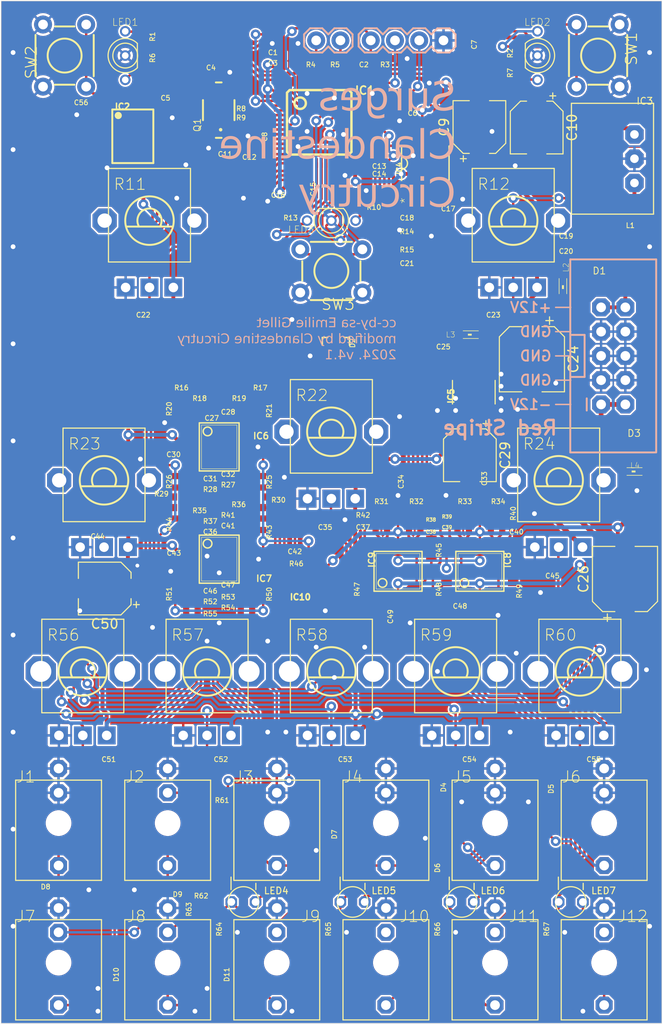
<source format=kicad_pcb>
(kicad_pcb (version 20240108) (generator "pcbnew") (generator_version "8.0")
  (layers (0 "F.Cu" signal) (31 "B.Cu" signal) (34 "B.Paste" user) (35 "F.Paste" user) (36 "B.SilkS" user "B.Silkscreen") (37 "F.SilkS" user "F.Silkscreen") (38 "B.Mask" user) (39 "F.Mask" user) (44 "Edge.Cuts" user))
  (net 0 "")
  (net 1 "GND")
  (net 2 "+3V3_A")
  (net 3 "N$7")
  (net 4 "N$8")
  (net 5 "VEE")
  (net 6 "VCC")
  (net 7 "+3V3")
  (net 8 "RESET")
  (net 9 "SWCLK")
  (net 10 "SWDIO")
  (net 11 "ADC_TRIG")
  (net 12 "V_OCT_IN")
  (net 13 "N$30")
  (net 14 "FM_IN")
  (net 15 "N$32")
  (net 16 "TRIG_IN")
  (net 17 "N$34")
  (net 18 "SHAPE_IN")
  (net 19 "N$37")
  (net 20 "N$39")
  (net 21 "SMOOTHNESS_IN")
  (net 22 "N$41")
  (net 23 "NORMALIZATION_PROBE")
  (net 24 "AREF_-10")
  (net 25 "N$56")
  (net 26 "N$64")
  (net 27 "N$1")
  (net 28 "ADC_V_OCT")
  (net 29 "ADC_FM")
  (net 30 "N$26")
  (net 31 "SHIFT_IN")
  (net 32 "N$28")
  (net 33 "TX")
  (net 34 "RX")
  (net 35 "N$33")
  (net 36 "N$51")
  (net 37 "N$4")
  (net 38 "CLOCK_IN")
  (net 39 "SLOPE_IN")
  (net 40 "N$29")
  (net 41 "N$35")
  (net 42 "N$38")
  (net 43 "N$40")
  (net 44 "N$42")
  (net 45 "ADC_SHAPE")
  (net 46 "ADC_SMOOTHNESS")
  (net 47 "ADC_CLOCK")
  (net 48 "ADC_SHIFT")
  (net 49 "ADC_SLOPE")
  (net 50 "DAC_2")
  (net 51 "DAC_4")
  (net 52 "DAC_1")
  (net 53 "DAC_3")
  (net 54 "VREF")
  (net 55 "DAC_SCK")
  (net 56 "DAC_MOSI")
  (net 57 "DAC_SS")
  (net 58 "VREF_BIAS")
  (net 59 "N$45")
  (net 60 "N$53")
  (net 61 "N$49")
  (net 62 "N$58")
  (net 63 "N$59")
  (net 64 "N$54")
  (net 65 "N$60")
  (net 66 "N$61")
  (net 67 "N$63")
  (net 68 "N$67")
  (net 69 "N$68")
  (net 70 "N$70")
  (net 71 "N$71")
  (net 72 "N$72")
  (net 73 "N$73")
  (net 74 "N$74")
  (net 75 "N$75")
  (net 76 "N$76")
  (net 77 "N$77")
  (net 78 "N$78")
  (net 79 "SW_RANGE")
  (net 80 "N$16")
  (net 81 "N$22")
  (net 82 "LED_RANGE_G")
  (net 83 "LED_RANGE_R")
  (net 84 "N$18")
  (net 85 "N$20")
  (net 86 "N$21")
  (net 87 "N$23")
  (net 88 "LED_MODE_R")
  (net 89 "LED_MODE_G")
  (net 90 "LED_SHIFT_R")
  (net 91 "LED_SHIFT_G")
  (net 92 "SW_MODE")
  (net 93 "SW_SHIFT")
  (net 94 "FREQUENCY_ATT")
  (net 95 "SHAPE_ATT")
  (net 96 "SLOPE_POT")
  (net 97 "SHIFT_POT")
  (net 98 "SMOOTHNESS_ATT")
  (net 99 "SHIFT_ATT")
  (net 100 "FREQUENCY_POT")
  (net 101 "SHAPE_POT")
  (net 102 "SMOOTHNESS_POT")
  (net 103 "MUX_ADDR_0")
  (net 104 "MUX_ADDR_1")
  (net 105 "MUX_ADDR_2")
  (net 106 "MUXED_POTS")
  (net 107 "SLOPE_ATT")
  (net 108 "N$2")
  (net 109 "N$3")
  (footprint "tides2_v40:C0402" (layer "F.Cu") (at 171.6686 110.87735 180)
    (property "Reference" "C45")
    (property "Value" "100n")
  )
  (footprint "tides2_v40:C0402" (layer "F.Cu") (at 139.7598 101.35235 180)
    (property "Reference" "C32")
    (property "Value" "1.0n")
  )
  (footprint "tides2_v40:C0402" (layer "F.Cu") (at 133.7273 106.74985)
    (property "Reference" "C36")
    (property "Value" "100p")
  )
  (footprint "tides2_v40:R0402" (layer "F.Cu") (at 162.3024 104.52735 180)
    (property "Reference" "R33")
    (property "Value" "20k")
  )
  (footprint "tides2_v40:0603" (layer "F.Cu") (at 159.9211 140.08735 -90)
    (property "Reference" "D6")
    (property "Value" "TVS" (hide yes))
  )
  (footprint "tides2_v40:C0402" (layer "F.Cu") (at 140.8712 65.63345 90)
    (property "Reference" "C8")
    (property "Value" "100n")
  )
  (footprint "tides2_v40:FIDUCIAL-1X2" (layer "F.Cu") (at 115.7886 156.59735)
    (property "Reference" "JP3" (hide yes))
    (property "Value" "FIDUCIAL1X2" (hide yes))
  )
  (footprint "tides2_v40:WQP_PJ_301M6" (layer "F.Cu") (at 131.3461 152.15235 180)
    (property "Reference" "J8")
    (property "Value" "PJ301_THONKICONN6" (hide yes))
  )
  (footprint "tides2_v40:C0402" (layer "F.Cu") (at 123.0911 130.56235)
    (property "Reference" "C51")
    (property "Value" "100n")
  )
  (footprint "tides2_v40:R0402" (layer "F.Cu") (at 132.6161 92.62115 180)
    (property "Reference" "R16")
    (property "Value" "100k")
  )
  (footprint "tides2_v40:C0402" (layer "F.Cu") (at 144.0462 58.33105)
    (property "Reference" "C3")
    (property "Value" "100n")
  )
  (footprint "tides2_v40:R0402" (layer "F.Cu") (at 141.3475 101.82845 90)
    (property "Reference" "R25")
    (property "Value" "120k")
  )
  (footprint "tides2_v40:R0402" (layer "F.Cu") (at 167.8586 56.90235 90)
    (property "Reference" "R2")
    (property "Value" "1.5k")
  )
  (footprint "tides2_v40:DBZ_R-PDSO-G3" (layer "F.Cu") (at 147.0624 112.94135 180)
    (property "Reference" "IC10")
    (property "Value" "LM4040B10")
  )
  (footprint "tides2_v40:WQP_PJ_301M6" (layer "F.Cu") (at 177.0661 152.15235 180)
    (property "Reference" "J12")
    (property "Value" "PJ301_THONKICONN6" (hide yes))
  )
  (footprint "tides2_v40:R0402" (layer "F.Cu") (at 132.1399 94.36725 90)
    (property "Reference" "R20")
    (property "Value" "120k")
  )
  (footprint "tides2_v40:C0402" (layer "F.Cu") (at 153.7299 106.74985 180)
    (property "Reference" "C37")
    (property "Value" "47p")
  )
  (footprint "tides2_v40:R0402" (layer "F.Cu") (at 171.6686 148.65985 -90)
    (property "Reference" "R67")
    (property "Value" "1.0k")
  )
  (footprint "tides2_v40:C0402" (layer "F.Cu") (at 164.0486 105.16235 -90)
    (property "Reference" "C33")
    (property "Value" "100n")
  )
  (footprint "tides2_v40:R0402" (layer "F.Cu") (at 139.7599 102.46345)
    (property "Reference" "R27")
    (property "Value" "20k")
  )
  (footprint "tides2_v40:R0402" (layer "F.Cu") (at 141.0297 103.41615)
    (property "Reference" "R30")
    (property "Value" "100k")
  )
  (footprint "tides2_v40:R0402" (layer "F.Cu") (at 132.6162 103.41605 180)
    (property "Reference" "R29")
    (property "Value" "100k")
  )
  (footprint "tides2_v40:C0402" (layer "F.Cu") (at 162.3024 106.74985 180)
    (property "Reference" "C39")
    (property "Value" "47p")
  )
  (footprint "tides2_v40:C0402" (layer "F.Cu") (at 151.9837 57.53695 180)
    (property "Reference" "C2")
    (property "Value" "100n")
  )
  (footprint "tides2_v40:C0402" (layer "F.Cu") (at 147.8561 105.79735 180)
    (property "Reference" "C35")
    (property "Value" "100n")
  )
  (footprint "tides2_v40:SOT89" (layer "F.Cu") (at 163.4136 92.46235 180)
    (property "Reference" "IC5")
    (property "Value" "LD2981ABU33")
  )
  (footprint "tides2_v40:C0402" (layer "F.Cu") (at 144.0461 57.21985)
    (property "Reference" "C1")
    (property "Value" "1u")
  )
  (footprint "tides2_v40:R0402" (layer "F.Cu") (at 137.0611 134.37235)
    (property "Reference" "R61")
    (property "Value" "10k")
  )
  (footprint "tides2_v40:R0402" (layer "F.Cu") (at 132.6161 104.52745 180)
    (property "Reference" "R35")
    (property "Value" "100k")
  )
  (footprint "tides2_v40:0603" (layer "F.Cu") (at 159.9211 136.27735 -90)
    (property "Reference" "D4")
    (property "Value" "TVS" (hide yes))
  )
  (footprint "tides2_v40:R0402" (layer "F.Cu") (at 154.2061 57.53715 180)
    (property "Reference" "R3")
    (property "Value" "10k")
  )
  (footprint "tides2_v40:C0402" (layer "F.Cu") (at 139.9189 67.22135 180)
    (property "Reference" "C12")
    (property "Value" "1u")
  )
  (footprint "tides2_v40:0603" (layer "F.Cu") (at 137.2198 156.12115 -90)
    (property "Reference" "D11")
    (property "Value" "TVS" (hide yes))
  )
  (footprint "tides2_v40:L2012C" (layer "F.Cu") (at 179.9236 76.90485 90)
    (property "Reference" "L1")
    (property "Value" "33u")
  )
  (footprint "tides2_v40:R0402" (layer "F.Cu") (at 134.8387 145.80235)
    (property "Reference" "R62")
    (property "Value" "10k")
  )
  (footprint "Capacitor_SMD:CP_Elec_5x5.4" (layer "F.Cu") (at 164 64.7 90)
    (property "Reference" "C9")
    (property "Value" "10u")
  )
  (footprint "tides2_v40:R0402" (layer "F.Cu") (at 157.8574 76.26975 90)
    (property "Reference" "R14")
    (property "Value" "130k")
  )
  (footprint "tides2_v40:WQP_PJ_301M6" (layer "F.Cu") (at 131.3461 137.54735 180)
    (property "Reference" "J2")
    (property "Value" "PJ301_THONKICONN6" (hide yes))
  )
  (footprint "tides2_v40:R0402" (layer "F.Cu") (at 165.7948 104.52735)
    (property "Reference" "R34")
    (property "Value" "20k")
  )
  (footprint "tides2_v40:R0402" (layer "F.Cu") (at 134.8387 146.91345)
    (property "Reference" "R63")
    (property "Value" "10k")
  )
  (footprint "tides2_v40:TSSOP14_065" (layer "F.Cu") (at 136.7436 109.92485 -90)
    (property "Reference" "IC7")
    (property "Value" "MCP6004")
  )
  (footprint "tides2_v40:R0402" (layer "F.Cu") (at 140.8709 64.04615 180)
    (property "Reference" "R9")
    (property "Value" "100")
  )
  (footprint "tides2_v40:C0402" (layer "F.Cu") (at 146.7448 109.29005)
    (property "Reference" "C42")
    (property "Value" "1u")
  )
  (footprint "tides2_v40:R0402" (layer "F.Cu") (at 167.8586 59.12485 -90)
    (property "Reference" "R7")
    (property "Value" "2.4k")
  )
  (footprint "tides2_v40:R0402" (layer "F.Cu") (at 146.7449 110.55975 180)
    (property "Reference" "R46")
    (property "Value" "1.5k")
  )
  (footprint "tides2_v40:R0402" (layer "F.Cu") (at 157.2224 104.52735)
    (property "Reference" "R32")
    (property "Value" "20k")
  )
  (footprint "tides2_v40:FIDUCIAL-1X2" (layer "F.Cu") (at 181.1935 156.59735)
    (property "Reference" "JP4" (hide yes))
    (property "Value" "FIDUCIAL1X2" (hide yes))
  )
  (footprint "tides2_v40:WQP_PJ_301M6" (layer "F.Cu") (at 154.2061 152.15235 180)
    (property "Reference" "J10")
    (property "Value" "PJ301_THONKICONN6" (hide yes))
  )
  (footprint "tides2_v40:TACTILE-PTH" (layer "F.Cu") (at 176.4312 57.21975 -90)
    (property "Reference" "SW1")
    (property "Value" "" (hide yes))
  )
  (footprint "tides2_v40:R0402" (layer "F.Cu") (at 157.2223 105.63855 180)
    (property "Reference" "R38")
    (property "Value" "130k")
  )
  (footprint "tides2_v40:CTS406" (layer "F.Cu") (at 136.6934 62.92985 90)
    (property "Reference" "Q1")
    (property "Value" "8MHz")
  )
  (footprint "tides2_v40:TACTILE-PTH" (layer "F.Cu") (at 120.5511 57.21985 90)
    (property "Reference" "SW2")
    (property "Value" "" (hide yes))
  )
  (footprint "tides2_v40:R0402" (layer "F.Cu") (at 153.7299 104.52735 180)
    (property "Reference" "R31")
    (property "Value" "20k")
  )
  (footprint "tides2_v40:C0402" (layer "F.Cu") (at 133.7275 94.84365)
    (property "Reference" "C27")
    (property "Value" "100p")
  )
  (footprint "tides2_v40:0603" (layer "F.Cu") (at 130.2349 144.69115)
    (property "Reference" "D9")
    (property "Value" "TVS" (hide yes))
  )
  (footprint "tides2_v40:C0402" (layer "F.Cu") (at 139.7599 94.84375 180)
    (property "Reference" "C28")
    (property "Value" "1.0n")
  )
  (footprint "tides2_v40:0603" (layer "F.Cu") (at 120.7098 144.53235 180)
    (property "Reference" "D8")
    (property "Value" "TVS" (hide yes))
  )
  (footprint "tides2_v40:SOP65P640X110-16N" (layer "F.Cu") (at 158.3336 68.49115 90)
    (property "Reference" "IC4")
    (property "Value" "DAC8164ICPW")
  )
  (footprint "tides2_v40:0603" (layer "F.Cu") (at 180.25 100.75)
    (property "Reference" "L4")
    (property "Value" "")
  )
  (footprint "tides2_v40:TSSOP14_065" (layer "F.Cu") (at 136.7436 98.17735 -90)
    (property "Reference" "IC6")
    (property "Value" "MCP6004")
  )
  (footprint "tides2_v40:R0402" (layer "F.Cu") (at 137.3786 148.65975 -90)
    (property "Reference" "R64")
    (property "Value" "1.0k")
  )
  (footprint "tides2_v40:C0402" (layer "F.Cu") (at 165.3185 83.57235 180)
    (property "Reference" "C23")
    (property "Value" "100n")
  )
  (footprint "tides2_v40:C0402" (layer "F.Cu") (at 158.4924 74.68235)
    (property "Reference" "C18")
    (property "Value" "1u")
  )
  (footprint "tides2_v40:C0402" (layer "F.Cu") (at 124.3612 62.45855 180)
    (property "Reference" "C56")
    (property "Value" "1.0n")
  )
  (footprint "tides2_v40:C1206" (layer "F.Cu") (at 176.4311 75.63485 180)
    (property "Reference" "C19")
    (property "Value" "22u")
  )
  (footprint "tides2_v40:C0402" (layer "F.Cu") (at 147.8561 130.56235 180)
    (property "Reference" "C53")
    (property "Value" "100n")
  )
  (footprint "tides2_v40:ALPS_POT_VERTICAL" (layer "F.Cu") (at 148.4911 121.67235 180)
    (property "Reference" "R58")
    (property "Value" "10kB")
  )
  (footprint "tides2_v40:0603" (layer "F.Cu") (at 171.1923 136.43615 -90)
    (property "Reference" "D5")
    (property "Value" "TVS" (hide yes))
  )
  (footprint "tides2_v40:C0402" (layer "F.Cu") (at 139.76 106.74995 180)
    (property "Reference" "C41")
    (property "Value" "1.0n")
  )
  (footprint "tides2_v40:C0402" (layer "F.Cu") (at 124.0436 106.75 180)
    (property "Reference" "C44")
    (property "Value" "100n")
  )
  (footprint "tides2_v40:C0402" (layer "F.Cu") (at 133.7273 113.09995)
    (property "Reference" "C46")
    (property "Value" "1.0n")
  )
  (footprint "tides2_v40:C0402" (layer "F.Cu") (at 157.2223 106.74985)
    (property "Reference" "C38")
    (property "Value" "47p")
  )
  (footprint "tides2_v40:ALPS_POT_VERTICAL" (layer "F.Cu") (at 174.5261 121.67235 180)
    (property "Reference" "R60")
    (property "Value" "10kB")
  )
  (footprint "tides2_v40:TACTILE-PTH" (layer "F.Cu") (at 148.4911 79.76235 180)
    (property "Reference" "SW3")
    (property "Value" "" (hide yes))
  )
  (footprint "tides2_v40:LED-BICOLOR-THROUGHHOLE-2.54" (layer "F.Cu") (at 148.4911 74.49185 180)
    (property "Reference" "LED3")
    (property "Value" "W115WSURKMGKW" (hide yes))
  )
  (footprint "tides2_v40:C0402" (layer "F.Cu") (at 164.0486 115.32235)
    (property "Reference" "C48")
    (property "Value" "100n")
  )
  (footprint "tides2_v40:C0402" (layer "F.Cu") (at 155.4761 105.32115 -90)
    (property "Reference" "C34")
    (property "Value" "100n")
  )
  (footprint "Capacitor_SMD:CP_Elec_6.3x5.4" (layer "F.Cu") (at 179.25 112 90)
    (property "Reference" "C26")
    (property "Value" "22u")
  )
  (footprint "Capacitor_SMD:CP_Elec_6.3x5.4" (layer "F.Cu") (at 169.5 89 -90)
    (property "Reference" "C24")
    (property "Value" "22u")
  )
  (footprint "tides2_v40:R0402" (layer "F.Cu") (at 148.8086 148.65985 -90)
    (property "Reference" "R65")
    (property "Value" "1.0k")
  )
  (footprint "tides2_v40:C0402" (layer "F.Cu") (at 158.6512 73.09475)
    (property "Reference" "C17")
    (property "Value" "100n")
  )
  (footprint "tides2_v40:WQP_PJ_301M6" (layer "F.Cu") (at 165.6361 137.54735 180)
    (property "Reference" "J5")
    (property "Value" "PJ301_THONKICONN6" (hide yes))
  )
  (footprint "tides2_v40:C0402" (layer "F.Cu") (at 133.7275 101.35225)
    (property "Reference" "C31")
    (property "Value" "100p")
  )
  (footprint "tides2_v40:ALPS_POT_VERTICAL_PS" (layer "F.Cu") (at 124.6786 101.66985 180)
    (property "Reference" "R23")
    (property "Value" "10kB")
  )
  (footprint "tides2_v40:ALPS_POT_VERTICAL_PS" (layer "F.Cu") (at 148.4911 96.58985 180)
    (property "Reference" "R22")
    (property "Value" "10kB")
  )
  (footprint "tides2_v40:0603" (layer "F.Cu") (at 172.75 81.35 90)
    (property "Reference" "L2")
    (property "Value" "")
  )
  (footprint "tides2_v40:R0603" (layer "F.Cu") (at 151.9836 113.09985 -90)
    (property "Reference" "R47")
    (property "Value" "1.0k")
  )
  (footprint "tides2_v40:LED-BICOLOR-THROUGHHOLE-2.54" (layer "F.Cu") (at 170.0811 57.21985 -90)
    (property "Reference" "LED2")
    (property "Value" "W115WSURKMGKW" (hide yes))
  )
  (footprint "tides2_v40:R0402" (layer "F.Cu") (at 129.1236 57.53735 -90)
    (property "Reference" "R6")
    (property "Value" "1.5k")
  )
  (footprint "tides2_v40:WQP_PJ_301M6" (layer "F.Cu") (at 142.7761 137.54735 180)
    (property "Reference" "J3")
    (property "Value" "PJ301_THONKICONN6" (hide yes))
  )
  (footprint "tides2_v40:R0402" (layer "F.Cu") (at 148.8085 57.53725 180)
    (property "Reference" "R5")
    (property "Value" "100")
  )
  (footprint "tides2_v40:WE78" (layer "F.Cu") (at 180.2411 68.01485 90)
    (property "Reference" "IC3")
    (property "Value" "R-78E3.3-0.5")
  )
  (footprint "tides2_v40:R0402" (layer "F.Cu") (at 139.7599 93.73235)
    (property "Reference" "R19")
    (property "Value" "20k")
  )
  (footprint "tides2_v40:C0402" (layer "F.Cu") (at 131.8223 98.17735 180)
    (property "Reference" "C30")
    (property "Value" "100n")
  )
  (footprint "tides2_v40:C0402" (layer "F.Cu") (at 136.1084 59.12485 180)
    (property "Reference" "C4")
    (property "Value" "20p")
  )
  (footprint "tides2_v40:ALPS_POT_VERTICAL" (layer "F.Cu") (at 161.5086 121.67235 180)
    (property "Reference" "R59")
    (property "Value" "10kB")
  )
  (footprint "tides2_v40:ALPS_POT_VERTICAL" (layer "F.Cu") (at 122.4561 121.67235 180)
    (property "Reference" "R56")
    (property "Value" "10kB")
  )
  (footprint "tides2_v40:R0402" (layer "F.Cu") (at 140.7124 104.52745)
    (property "Reference" "R36")
    (property "Value" "100k")
  )
  (footprint "tides2_v40:R0603" (layer "F.Cu") (at 158.9686 108.81355 -90)
    (property "Reference" "R45")
    (property "Value" "1.0k")
  )
  (footprint "tides2_v40:C0402" (layer "F.Cu") (at 134.8386 130.56235 180)
    (property "Reference" "C52")
    (property "Value" "100n")
  )
  (footprint "tides2_v40:C0402" (layer "F.Cu") (at 165.7949 106.74985)
    (property "Reference" "C40")
    (property "Value" "47p")
  )
  (footprint "tides2_v40:SOD123" (layer "F.Cu") (at 179.75 97.75)
    (property "Reference" "D3")
    (property "Value" "1N5819HW")
  )
  (footprint "tides2_v40:C1206" (layer "F.Cu") (at 163.4136 88.33485)
    (property "Reference" "C25")
    (property "Value" "22u")
  )
  (footprint "tides2_v40:R0402" (layer "F.Cu") (at 146.2686 57.53725 180)
    (property "Reference" "R4")
    (property "Value" "100")
  )
  (footprint "tides2_v40:C0402" (layer "F.Cu") (at 157.381 64.04605 180)
    (property "Reference" "C6")
    (property "Value" "100n")
  )
  (footprint "tides2_v40:0603" (layer "F.Cu") (at 125.6311 156.12115 -90)
    (property "Reference" "D10")
    (property "Value" "TVS" (hide yes))
  )
  (footprint "tides2_v40:LQFP48" (layer "F.Cu") (at 147.221 64.20485 -90)
    (property "Reference" "IC1")
    (property "Value" "STM32F373CCT6")
  )
  (footprint "tides2_v40:R0402" (layer "F.Cu") (at 153.7298 105.63865)
    (property "Reference" "R42")
    (property "Value" "130k")
  )
  (footprint "tides2_v40:C0402" (layer "F.Cu") (at 173.8911 130.56235 180)
    (property "Reference" "C55")
    (property "Value" "100n")
  )
  (footprint "tides2_v40:C0402" (layer "F.Cu") (at 139.76 113.09995 180)
    (property "Reference" "C47")
    (property "Value" "1.0n")
  )
  (footprint "tides2_v40:C0402" (layer "F.Cu") (at 128.8061 83.57235 180)
    (property "Reference" "C22")
    (property "Value" "100n")
  )
  (footprint "tides2_v40:C0402" (layer "F.Cu") (at 158.4924 78.96835)
    (property "Reference" "C21")
    (property "Value" "1u")
  )
  (footprint "tides2_v40:R0402" (layer "F.Cu") (at 141.3472 113.57605 -90)
    (property "Reference" "R50")
    (property "Value" "140k")
  )
  (footprint "tides2_v40:C0402" (layer "F.Cu") (at 137.3784 66.90355)
    (property "Reference" "C11")
    (property "Value" "20p")
  )
  (footprint "tides2_v40:TSSOP14_065" (layer "F.Cu") (at 155.4761 111.19485)
    (property "Reference" "IC9")
    (property "Value" "TLV4172")
  )
  (footprint "tides2_v40:R0402" (layer "F.Cu") (at 132.1398 106.27395 -90)
    (property "Reference" "R44")
    (property "Value" "390k")
  )
  (footprint "tides2_v40:R0402" (layer "F.Cu") (at 133.7275 102.46355 180)
    (property "Reference" "R28")
    (property "Value" "130k")
  )
  (footprint "tides2_v40:LED-BICOLOR-THROUGHHOLE-2.54" (layer "F.Cu") (at 126.9011 57.21985 90)
    (property "Reference" "LED1")
    (property "Value" "W115WSURKMGKW" (hide yes))
  )
  (footprint "tides2_v40:LED3MM" (layer "F.Cu") (at 162.1436 145.80235 180)
    (property "Reference" "LED6")
    (property "Value" "3BC-F")
  )
  (footprint "tides2_v40:C0402" (layer "F.Cu") (at 145.9511 71.18995 -90)
    (property "Reference" "C15")
    (property "Value" "100n")
  )
  (footprint "tides2_v40:WQP_PJ_301M6" (layer "F.Cu") (at 177.0661 137.54735 180)
    (property "Reference" "J6")
    (property "Value" "PJ301_THONKICONN6" (hide yes))
  )
  (footprint "tides2_v40:R0402" (layer "F.Cu") (at 129.1236 55.31485 90)
    (property "Reference" "R1")
    (property "Value" "2.4k")
  )
  (footprint "tides2_v40:R0603" (layer "F.Cu") (at 167.5411 113.09985 -90)
    (property "Reference" "R49")
    (property "Value" "1.0k")
  )
  (footprint "tides2_v40:ALPS_POT_VERTICAL_PS" (layer "F.Cu") (at 129.4411 74.49185 180)
    (property "Reference" "R11")
    (property "Value" "10kB")
  )
  (footprint "tides2_v40:R0402" (layer "F.Cu") (at 165.7948 105.63855 180)
    (property "Reference" "R40")
    (property "Value" "130k")
  )
  (footprint "tides2_v40:R0402" (layer "F.Cu") (at 132.1396 113.57625 -90)
    (property "Reference" "R51")
    (property "Value" "120k")
  )
  (footprint "tides2_v40:R0402" (layer "F.Cu") (at 140.871 63.09345 180)
    (property "Reference" "R8")
    (property "Value" "100")
  )
  (footprint "Capacitor_SMD:CP_Elec_5x5.4" (layer "F.Cu") (at 163 99.05 -90)
    (property "Reference" "C29")
    (property "Value" "10u")
  )
  (footprint "tides2_v40:SOT23" (layer "F.Cu") (at 148.9677 87.38215)
    (property "Reference" "D2")
    (property "Value" "BAT54S")
  )
  (footprint "tides2_v40:WQP_PJ_301M6" (layer "F.Cu") (at 165.6361 152.15235 180)
    (property "Reference" "J11")
    (property "Value" "PJ301_THONKICONN6" (hide yes))
  )
  (footprint "tides2_v40:C0402" (layer "F.Cu") (at 160.8736 130.56235 180)
    (property "Reference" "C54")
    (property "Value" "100n")
  )
  (footprint "tides2_v40:R0402" (layer "F.Cu") (at 141.3473 94.36725 -90)
    (property "Reference" "R21")
    (property "Value" "120k")
  )
  (footprint "tides2_v40:R0402" (layer "F.Cu") (at 139.6013 115.32235 180)
    (property "Reference" "R54")
    (property "Value" "100k")
  )
  (footprint "tides2_v40:C0402" (layer "F.Cu") (at 131.8224 109.92485 180)
    (property "Reference" "C43")
    (property "Value" "100n")
  )
  (footprint "tides2_v40:LED3MM" (layer "F.Cu") (at 173.5736 145.80235 180)
    (property "Reference" "LED7")
    (property "Value" "3BC-F")
  )
  (footprint "tides2_v40:R0402" (layer "F.Cu") (at 133.7274 105.63855 180)
    (property "Reference" "R37")
    (property "Value" "130k")
  )
  (footprint "tides2_v40:0603" (layer "F.Cu") (at 163.0961 86.42985)
    (property "Reference" "L3")
    (property "Value" "")
  )
  (footprint "tides2_v40:R0402" (layer "F.Cu") (at 144.0463 74.84105)
    (property "Reference" "R13")
    (property "Value" "2.4k")
  )
  (footprint "tides2_v40:R0402" (layer "F.Cu") (at 158.4923 77.85735 180)
    (property "Reference" "R15")
    (property "Value" "100k")
  )
  (footprint "tides2_v40:WQP_PJ_301M6" (layer "F.Cu") (at 154.2061 137.54735 180)
    (property "Reference" "J4")
    (property "Value" "PJ301_THONKICONN6" (hide yes))
  )
  (footprint "tides2_v40:R0402" (layer "F.Cu") (at 139.76 114.21125)
    (property "Reference" "R53")
    (property "Value" "33k")
  )
  (footprint "tides2_v40:C0402" (layer "F.Cu") (at 164.25 56 -90)
    (property "Reference" "C7")
    (property "Value" "100n")
  )
  (footprint "tides2_v40:R0402" (layer "F.Cu") (at 141.3473 106.27345 -90)
    (property "Reference" "R43")
    (property "Value" "120k")
  )
  (footprint "tides2_v40:C0402" (layer "F.Cu") (at 155.4761 115.95735 -90)
    (property "Reference" "C49")
    (property "Value" "100n")
  )
  (footprint "tides2_v40:R0402" (layer "F.Cu") (at 140.871 92.62125)
    (property "Reference" "R17")
    (property "Value" "100k")
  )
  (footprint "tides2_v40:R0402" (layer "F.Cu") (at 133.7273 114.21115 180)
    (property "Reference" "R52")
    (property "Value" "20k")
  )
  (footprint "tides2_v40:ALPS_POT_VERTICAL_PS" (layer "F.Cu") (at 172.3036 101.66985 180)
    (property "Reference" "R24")
    (property "Value" "10kB")
  )
  (footprint "tides2_v40:R0402" (layer "F.Cu") (at 133.8861 115.32255)
    (property "Reference" "R55")
    (property "Value" "100k")
  )
  (footprint "tides2_v40:TSSOP16_065" (layer "F.Cu") (at 127.695 65.31605 -90)
    (property "Reference" "IC2")
    (property "Value" "4051PW")
  )
  (footprint "tides2_v40:WQP_PJ_301M6" (layer "F.Cu") (at 119.9161 137.54735 180)
    (property "Reference" "J1")
    (property "Value" "PJ301_THONKICONN6" (hide yes))
  )
  (footprint "tides2_v40:C1206" (layer "F.Cu") (at 176.4311 78.17485 180)
    (property "Reference" "C20")
    (property "Value" "22u")
  )
  (footprint "tides2_v40:ALPS_POT_VERTICAL_PS" (layer "F.Cu") (at 167.5411 74.49185 180)
    (property "Reference" "R12")
    (property "Value" "10kB")
  )
  (footprint "tides2_v40:LED3MM" (layer "F.Cu") (at 139.2836 145.80235 180)
    (property "Reference" "LED4")
    (property "Value" "3BC-F")
  )
  (footprint "tides2_v40:FIDUCIAL-1X2" (layer "F.Cu") (at 181.1936 53.72745)
    (property "Reference" "JP2" (hide yes))
    (property "Value" "FIDUCIAL1X2" (hide yes))
  )
  (footprint "tides2_v40:TSSOP14_065" (layer "F.Cu") (at 164.0486 111.19475)
    (property "Reference" "IC8")
    (property "Value" "TLV4172")
  )
  (footprint "tides2_v40:C0402" (layer "F.Cu") (at 151.5835 68.33265)
    (property "Reference" "C13")
    (property "Value" "1u")
  )
  (footprint "tides2_v40:C0402" (layer "F.Cu") (at 151.5835 69.28485)
    (property "Reference" "C14")
    (property "Value" "100n")
  )
  (footprint "tides2_v40:R0402" (layer "F.Cu") (at 139.7598 105.63865)
    (property "Reference" "R41")
    (property "Value" "20k")
  )
  (footprint "tides2_v40:R0402" (layer "F.Cu") (at 162.3024 105.63855)
    (property "Reference" "R39")
    (property "Value" "130k")
  )
  (footprint "tides2_v40:LED3MM" (layer "F.Cu") (at 150.7136 145.80235 180)
    (property "Reference" "LED5")
    (property "Value" "3BC-F")
  )
  (footprint "tides2_v40:WQP_PJ_301M6" (layer "F.Cu") (at 119.9161 152.15235 180)
    (property "Reference" "J7")
    (property "Value" "PJ301_THONKICONN6" (hide yes))
  )
  (footprint "tides2_v40:R0402" (layer "F.Cu") (at 132.14 101.82865 90)
    (property "Reference" "R26")
    (property "Value" "390k")
  )
  (footprint "Capacitor_SMD:CP_Elec_5x5.4" (layer "F.Cu") (at 170 64.75 -90)
    (property "Reference" "C10")
    (property "Value" "10u")
  )
  (footprint "tides2_v40:R0402" (layer "F.Cu") (at 160.2386 148.65985 -90)
    (property "Reference" "R66")
    (property "Value" "1.0k")
  )
  (footprint "tides2_v40:C0402" (layer "F.Cu") (at 131.1875 62.45845)
    (property "Reference" "C5")
    (property "Value" "100n")
  )
  (footprint "tides2_v40:WQP_PJ_301M6" (layer "F.Cu") (at 142.7761 152.15235 180)
    (property "Reference" "J9")
    (property "Value" "PJ301_THONKICONN6" (hide yes))
  )
  (footprint "Capacitor_SMD:CP_Elec_5x5.4" (layer "F.Cu") (at 124.75 113 180)
    (property "Reference" "C50")
    (property "Value" "10u")
  )
  (footprint "tides2_v40:R0402" (layer "F.Cu") (at 150.8725 72.77725)
    (property "Reference" "R10")
    (property "Value" "1.5k")
  )
  (footprint "tides2_v40:ALPS_POT_VERTICAL" (layer "F.Cu") (at 135.4736 121.67235 180)
    (property "Reference" "R57")
    (property "Value" "10kB")
  )
  (footprint "tides2_v40:SOD123" (layer "F.Cu") (at 176.9 80.75)
    (property "Reference" "D1")
    (property "Value" "1N5819HW")
  )
  (footprint "tides2_v40:FIDUCIAL-1X2" (layer "F.Cu") (at 115.7886 53.72735)
    (property "Reference" "JP1" (hide yes))
    (property "Value" "FIDUCIAL1X2" (hide yes))
  )
  (footprint "tides2_v40:0603" (layer "F.Cu") (at 148.4911 141.19865 -90)
    (property "Reference" "D7")
    (property "Value" "TVS" (hide yes))
  )
  (footprint "tides2_v40:R0402" (layer "F.Cu") (at 133.7275 93.73235 180)
    (property "Reference" "R18")
    (property "Value" "20k")
  )
  (footprint "tides2_v40:R0603" (layer "F.Cu") (at 160.5561 113.09985 -90)
    (property "Reference" "R48")
    (property "Value" "1.0k")
  )
  (footprint "tides2_v40:C0402" (layer "F.Cu") (at 144.3636 71.50765 -90)
    (property "Reference" "C16")
    (property "Value" "1u")
  )
  (footprint "tides2_v40:1X02" (layer "B.Cu") (at 146.9036 55.63235)
    (property "Reference" "JP7" (hide yes))
    (property "Value" "")
  )
  (footprint "tides2_v40:1X04" (layer "B.Cu") (at 160.2386 55.63235 180)
    (property "Reference" "JP6" (hide yes))
    (property "Value" "")
  )
  (footprint "tides2_v40:2X5-SHROUDED" (layer "B.Cu") (at 178.0186 88.65235)
    (property "Reference" "JP5" (hide yes))
    (property "Value" "M05X2SHD" (hide yes))
  )
  (gr_line (start 173.5736 93.73235) (end 171.9861 93.73235) (stroke (width 0.1524)) (layer "B.SilkS"))
  (gr_line (start 173.5736 86.11235) (end 171.9861 86.11235) (stroke (width 0.1524)) (layer "B.SilkS"))
  (gr_line (start 173.5736 91.19235) (end 171.9861 91.19235) (stroke (width 0.1524)) (layer "B.SilkS"))
  (gr_line (start 173.5736 88.65235) (end 171.9861 88.65235) (stroke (width 0.1524)) (layer "B.SilkS"))
  (gr_line (start 173.5736 83.57235) (end 171.9861 83.57235) (stroke (width 0.1524)) (layer "B.SilkS"))
  (gr_line (start 113.9036 51.50485) (end 183.0986 51.50485) (stroke (width 0.05)) (layer "Edge.Cuts"))
  (gr_line (start 183.0986 158.50235) (end 113.9036 158.50235) (stroke (width 0.05)) (layer "Edge.Cuts"))
  (gr_line (start 113.9036 158.50235) (end 113.9036 51.50485) (stroke (width 0.05)) (layer "Edge.Cuts"))
  (gr_line (start 183.0986 51.50485) (end 183.0986 158.50235) (stroke (width 0.05)) (layer "Edge.Cuts"))
  (gr_text "+12V" (at 171.6686 84.20735 0) (layer "B.SilkS") (effects (font (size 1.0795 1.0795) (thickness 0.1905)) (justify left bottom mirror)))
  (gr_text "Red Stripe" (at 172.3037 97.06615 0) (layer "B.SilkS") (effects (font (size 1.5113 1.5113) (thickness 0.2667)) (justify left bottom mirror)))
  (gr_text "" (at 133.25 87.04 0) (layer "B.SilkS") (effects (font (size 1.01473 1.01473) (thickness 0.17907)) (justify right top mirror)))
  (gr_text "cc-by-sa Emilie Gillet\nmodified by Clandestine Circutry\n2024. v4.1" (at 155.31 84.65 0) (layer "B.SilkS") (effects (font (size 1 1) (thickness 0.1905)) (justify left top mirror)))
  (gr_text "-12V" (at 171.6686 94.36735 0) (layer "B.SilkS") (effects (font (size 1.0795 1.0795) (thickness 0.1905)) (justify left bottom mirror)))
  (gr_text "Surges\nClandestine\nCircutry" (at 161.53 59.95 0) (layer "B.SilkS") (effects (font (size 3 3) (thickness 0.5715)) (justify left top mirror)))
  (gr_text "GND" (at 171.6686 89.28735 0) (layer "B.SilkS") (effects (font (size 1.0795 1.0795) (thickness 0.1905)) (justify left bottom mirror)))
  (gr_text "GND" (at 171.6686 86.74735 0) (layer "B.SilkS") (effects (font (size 1.0795 1.0795) (thickness 0.1905)) (justify left bottom mirror)))
  (gr_text "GND" (at 171.6686 91.82735 0) (layer "B.SilkS") (effects (font (size 1.0795 1.0795) (thickness 0.1905)) (justify left bottom mirror)))
  (via (at 155.6349 75.47605) (size 1.008) (drill 0.5) (layers "F.Cu" "B.Cu") (net 1))
  (via (at 140.8076 98.17735) (size 1.008) (drill 0.5) (layers "F.Cu" "B.Cu") (net 1))
  (via (at 156.7461 116.59235) (size 1.008) (drill 0.5) (layers "F.Cu" "B.Cu") (net 1))
  (via (at 169.7636 105.16235) (size 1.008) (drill 0.5) (layers "F.Cu" "B.Cu") (net 1))
  (via (at 146.9036 140.40485) (size 1.008) (drill 0.5) (layers "F.Cu" "B.Cu") (net 1))
  (via (at 149.9197 69.76115) (size 1.008) (drill 0.5) (layers "F.Cu" "B.Cu") (net 1))
  (via (at 135.4736 154.85115) (size 1.008) (drill 0.5) (layers "F.Cu" "B.Cu") (net 1))
  (via (at 167.8586 119.76735) (size 1.008) (drill 0.5) (layers "F.Cu" "B.Cu") (net 1))
  (via (at 137.8547 58.96605) (size 1.008) (drill 0.5) (layers "F.Cu" "B.Cu") (net 1))
  (via (at 131.0286 95.63735) (size 1.008) (drill 0.5) (layers "F.Cu" "B.Cu") (net 1))
  (via (at 115.1536 77.22235) (size 1.008) (drill 0.5) (layers "F.Cu" "B.Cu") (net 1))
  (via (at 148.8085 61.66475) (size 1.008) (drill 0.5) (layers "F.Cu" "B.Cu") (net 1))
  (via (at 124.0436 157.23235) (size 1.008) (drill 0.5) (layers "F.Cu" "B.Cu") (net 1))
  (via (at 131.6637 111.19485) (size 1.008) (drill 0.5) (layers "F.Cu" "B.Cu") (net 1))
  (via (at 156.4285 57.53735) (size 1.008) (drill 0.5) (layers "F.Cu" "B.Cu") (net 1))
  (via (at 138.6486 148.97735) (size 1.008) (drill 0.5) (layers "F.Cu" "B.Cu") (net 1))
  (via (at 160.5 103.25) (size 1.008) (drill 0.5) (layers "F.Cu" "B.Cu") (net 1))
  (via (at 143.5699 101.35245) (size 1.008) (drill 0.5) (layers "F.Cu" "B.Cu") (net 1))
  (via (at 181.8286 56.90235) (size 1.008) (drill 0.5) (layers "F.Cu" "B.Cu") (net 1))
  (via (at 152.7773 61.18855) (size 1.008) (drill 0.5) (layers "F.Cu" "B.Cu") (net 1))
  (via (at 157.0636 67.69735) (size 1.008) (drill 0.5) (layers "F.Cu" "B.Cu") (net 1))
  (via (at 165.3183 65.15725) (size 1.008) (drill 0.5) (layers "F.Cu" "B.Cu") (net 1))
  (via (at 144.3636 84.84235) (size 1.008) (drill 0.5) (layers "F.Cu" "B.Cu") (net 1))
  (via (at 158.9686 76.11105) (size 1.008) (drill 0.5) (layers "F.Cu" "B.Cu") (net 1))
  (via (at 140.8711 109.92485) (size 1.008) (drill 0.5) (layers "F.Cu" "B.Cu") (net 1))
  (via (at 115.1536 67.06235) (size 1.008) (drill 0.5) (layers "F.Cu" "B.Cu") (net 1))
  (via (at 180.5 102.75) (size 1.008) (drill 0.5) (layers "F.Cu" "B.Cu") (net 1))
  (via (at 143.7286 128.02235) (size 1.008) (drill 0.5) (layers "F.Cu" "B.Cu") (net 1))
  (via (at 115.1536 56.90235) (size 1.008) (drill 0.5) (layers "F.Cu" "B.Cu") (net 1))
  (via (at 169.1285 135.32495) (size 1.008) (drill 0.5) (layers "F.Cu" "B.Cu") (net 1))
  (via (at 128.17 110.6) (size 0.8) (drill 0.4) (layers "F.Cu" "B.Cu") (net 1))
  (via (at 159.6036 121.67235) (size 1.008) (drill 0.5) (layers "F.Cu" "B.Cu") (net 1))
  (via (at 144.9985 66.74485) (size 1.008) (drill 0.5) (layers "F.Cu" "B.Cu") (net 1))
  (via (at 155.4761 103.25735) (size 1.008) (drill 0.5) (layers "F.Cu" "B.Cu") (net 1))
  (via (at 167.75 68.75) (size 1.008) (drill 0.5) (layers "F.Cu" "B.Cu") (net 1))
  (via (at 181.8286 148.34235) (size 1.008) (drill 0.5) (layers "F.Cu" "B.Cu") (net 1))
  (via (at 144.3636 157.23235) (size 1.008) (drill 0.5) (layers "F.Cu" "B.Cu") (net 1))
  (via (at 115.1536 107.70235) (size 1.008) (drill 0.5) (layers "F.Cu" "B.Cu") (net 1))
  (via (at 152.1422 71.34865) (size 1.008) (drill 0.5) (layers "F.Cu" "B.Cu") (net 1))
  (via (at 129.7586 117.06865) (size 1.008) (drill 0.5) (layers "F.Cu" "B.Cu") (net 1))
  (via (at 131.8221 63.72855) (size 1.008) (drill 0.5) (layers "F.Cu" "B.Cu") (net 1))
  (via (at 170.3986 113.41735) (size 1.008) (drill 0.5) (layers "F.Cu" "B.Cu") (net 1))
  (via (at 127.8536 144.53235) (size 1.008) (drill 0.5) (layers "F.Cu" "B.Cu") (net 1))
  (via (at 136.7436 111.35365) (size 1.008) (drill 0.5) (layers "F.Cu" "B.Cu") (net 1))
  (via (at 122.1386 115.32235) (size 1.008) (drill 0.5) (layers "F.Cu" "B.Cu") (net 1))
  (via (at 172 91.5) (size 1.008) (drill 0.5) (layers "F.Cu" "B.Cu") (net 1))
  (via (at 115.1536 128.02235) (size 1.008) (drill 0.5) (layers "F.Cu" "B.Cu") (net 1))
  (via (at 166.2711 93.09735) (size 1.008) (drill 0.5) (layers "F.Cu" "B.Cu") (net 1))
  (via (at 158.3336 139.13485) (size 1.008) (drill 0.5) (layers "F.Cu" "B.Cu") (net 1))
  (via (at 139.2835 72.14215) (size 1.008) (drill 0.5) (layers "F.Cu" "B.Cu") (net 1))
  (via (at 142.2999 55.94985) (size 1.008) (drill 0.5) (layers "F.Cu" "B.Cu") (net 1))
  (via (at 139.7597 65.63355) (size 1.008) (drill 0.5) (layers "F.Cu" "B.Cu") (net 1))
  (via (at 174.8436 157.23235) (size 1.008) (drill 0.5) (layers "F.Cu" "B.Cu") (net 1))
  (via (at 149.761 65.47485) (size 1.008) (drill 0.5) (layers "F.Cu" "B.Cu") (net 1))
  (via (at 115.1536 97.54235) (size 1.008) (drill 0.5) (layers "F.Cu" "B.Cu") (net 1))
  (via (at 115.1536 117.86235) (size 1.008) (drill 0.5) (layers "F.Cu" "B.Cu") (net 1))
  (via (at 165.9537 115.79855) (size 1.008) (drill 0.5) (layers "F.Cu" "B.Cu") (net 1))
  (via (at 161.5086 94.36735) (size 1.008) (drill 0.5) (layers "F.Cu" "B.Cu") (net 1))
  (via (at 181.5 121.5) (size 1.008) (drill 0.5) (layers "F.Cu" "B.Cu") (net 1))
  (via (at 167.2236 128.02235) (size 1.008) (drill 0.5) (layers "F.Cu" "B.Cu") (net 1))
  (via (at 149.9198 105.79735) (size 1.008) (drill 0.5) (layers "F.Cu" "B.Cu") (net 1))
  (via (at 158.74552 60.094071) (size 1.008) (drill 0.5) (layers "F.Cu" "B.Cu") (net 1))
  (via (at 166.2711 91.82735) (size 1.008) (drill 0.5) (layers "F.Cu" "B.Cu") (net 1))
  (via (at 133.251 68.64985) (size 1.008) (drill 0.5) (layers "F.Cu" "B.Cu") (net 1))
  (via (at 162.1436 135.32485) (size 1.008) (drill 0.5) (layers "F.Cu" "B.Cu") (net 1))
  (via (at 172.9386 148.97735) (size 1.008) (drill 0.5) (layers "F.Cu" "B.Cu") (net 1))
  (via (at 135.4736 109.60735) (size 1.008) (drill 0.5) (layers "F.Cu" "B.Cu") (net 1))
  (via (at 161.5086 148.97735) (size 1.008) (drill 0.5) (layers "F.Cu" "B.Cu") (net 1))
  (via (at 159.6036 94.36735) (size 1.008) (drill 0.5) (layers "F.Cu" "B.Cu") (net 1))
  (via (at 115.1536 138.18235) (size 1.008) (drill 0.5) (layers "F.Cu" "B.Cu") (net 1))
  (via (at 123.0911 144.53235) (size 1.008) (drill 0.5) (layers "F.Cu" "B.Cu") (net 1))
  (via (at 155.6347 64.04605) (size 1.008) (drill 0.5) (layers "F.Cu" "B.Cu") (net 1))
  (via (at 145.951 65.15735) (size 1.008) (drill 0.5) (layers "F.Cu" "B.Cu") (net 1))
  (via (at 132.2985 72.14225) (size 1.008) (drill 0.5) (layers "F.Cu" "B.Cu") (net 1))
  (via (at 134.2036 157.23235) (size 1.008) (drill 0.5) (layers "F.Cu" "B.Cu") (net 1))
  (via (at 151.9836 119.13235) (size 1.008) (drill 0.5) (layers "F.Cu" "B.Cu") (net 1))
  (via (at 162.25 72.25) (size 1.008) (drill 0.5) (layers "F.Cu" "B.Cu") (net 1))
  (via (at 115.1536 87.38235) (size 1.008) (drill 0.5) (layers "F.Cu" "B.Cu") (net 1))
  (via (at 168 94.25) (size 1.008) (drill 0.5) (layers "F.Cu" "B.Cu") (net 1))
  (via (at 155.6349 95.00235) (size 1.008) (drill 0.5) (layers "F.Cu" "B.Cu") (net 1))
  (via (at 141.8236 128.02235) (size 1.008) (drill 0.5) (layers "F.Cu" "B.Cu") (net 1))
  (via (at 166.2711 94.36735) (size 1.008) (drill 0.5) (layers "F.Cu" "B.Cu") (net 1))
  (via (at 141.8237 118.49745) (size 1.008) (drill 0.5) (layers "F.Cu" "B.Cu") (net 1))
  (via (at 115.1536 148.34235) (size 1.008) (drill 0.5) (layers "F.Cu" "B.Cu") (net 1))
  (via (at 181.8286 77.22235) (size 1.008) (drill 0.5) (layers "F.Cu" "B.Cu") (net 1))
  (via (at 145.951 61.18855) (size 1.008) (drill 0.5) (layers "F.Cu" "B.Cu") (net 1))
  (via (at 124.9961 68.96735) (size 1.008) (drill 0.5) (layers "F.Cu" "B.Cu") (net 1))
  (via (at 161.5086 93.09735) (size 1.008) (drill 0.5) (layers "F.Cu" "B.Cu") (net 1))
  (via (at 146.2686 88.65235) (size 1.008) (drill 0.5) (layers "F.Cu" "B.Cu") (net 1))
  (via (at 166.2711 90.55735) (size 1.008) (drill 0.5) (layers "F.Cu" "B.Cu") (net 1))
  (via (at 148.8086 122.30735) (size 1.008) (drill 0.5) (layers "F.Cu" "B.Cu") (net 1))
  (via (at 128.4886 99.44735) (size 1.008) (drill 0.5) (layers "F.Cu" "B.Cu") (net 1))
  (via (at 135.4736 118.49735) (size 1.008) (drill 0.5) (layers "F.Cu" "B.Cu") (net 1))
  (via (at 141.8234 72.45975) (size 1.008) (drill 0.5) (layers "F.Cu" "B.Cu") (net 1))
  (via (at 121.8208 63.41105) (size 1.008) (drill 0.5) (layers "F.Cu" "B.Cu") (net 1))
  (via (at 124.0436 154.85105) (size 1.008) (drill 0.5) (layers "F.Cu" "B.Cu") (net 1))
  (via (at 147.8561 115.32235) (size 1.008) (drill 0.5) (layers "F.Cu" "B.Cu") (net 1))
  (via (at 150.0786 148.97735) (size 1.008) (drill 0.5) (layers "F.Cu" "B.Cu") (net 1))
  (via (at 146.9036 119.13235) (size 1.008) (drill 0.5) (layers "F.Cu" "B.Cu") (net 1))
  (via (at 135.6322 66.90355) (size 1.008) (drill 0.5) (layers "F.Cu" "B.Cu") (net 1))
  (via (at 144.9986 55.94985) (size 1.008) (drill 0.5) (layers "F.Cu" "B.Cu") (net 1))
  (via (at 136.7436 116.59235) (size 1.008) (drill 0.5) (layers "F.Cu" "B.Cu") (net 1))
  (segment (start 127.2186 108.62985) (end 127.2186 96.90735) (width 0.4064) (layer "F.Cu") (net 2))
  (segment (start 150.9835 68.33265) (end 150.9835 68.12595) (width 0.254) (layer "F.Cu") (net 2))
  (segment (start 150.9911 103.58985) (end 151.0311 103.54985) (width 0.4064) (layer "F.Cu") (net 2))
  (segment (start 150.9 128.47095) (end 153.2536 126.11735) (width 0.5) (layer "F.Cu") (net 2))
  (segment (start 151.0311 123.89485) (end 150.0786 122.94235) (width 0.4064) (layer "F.Cu") (net 2))
  (segment (start 156.7461 69.60235) (end 155.7936 69.60235) (width 0.4064) (layer "F.Cu") (net 2))
  (segment (start 150.9911 110.91735) (end 150.9911 103.58985) (width 0.4064) (layer "F.Cu") (net 2))
  (segment (start 151.0311 103.09855) (end 151.0311 101.35235) (width 0.4064) (layer "F.Cu") (net 2))
  (segment (start 127.3773 64.52235) (end 129.4412 62.45845) (width 0.4064) (layer "F.Cu") (net 2))
  (segment (start 165.35 96.85) (end 163 96.85) (width 0.5) (layer "F.Cu") (net 2))
  (segment (start 150.9835 68.33265) (end 150.0932 68.33265) (width 0.254) (layer "F.Cu") (net 2))
  (segment (start 161.20875 98.39125) (end 163 96.6) (width 0.4064) (layer "F.Cu") (net 2))
  (segment (start 131.8224 108.49605) (end 132.4224 109.09605) (width 0.4064) (layer "F.Cu") (net 2))
  (segment (start 170.0411 72.9663) (end 164 66.9252) (width 0.4064) (layer "F.Cu") (net 2))
  (segment (start 124.5199 125.64105) (end 124.5199 120.56105) (width 0.4064) (layer "F.Cu") (net 2))
  (segment (start 170.3444 104.21065) (end 170.3444 101.8444) (width 0.5) (layer "F.Cu") (net 2))
  (segment (start 169.1286 82.93735) (end 168.4936 82.93735) (width 0.4064) (layer "F.Cu") (net 2))
  (segment (start 160.62415 67.75) (end 163.15 67.75) (width 0.254) (layer "F.Cu") (net 2))
  (segment (start 164 66.9) (end 160.26217 66.9) (width 0.4064) (layer "F.Cu") (net 2))
  (segment (start 131.8224 96.90735) (end 132.4223 97.50725) (width 0.4064) (layer "F.Cu") (net 2))
  (segment (start 158.0034 71.33595) (end 158.0034 73.04695) (width 0.254) (layer "F.Cu") (net 2))
  (segment (start 174.8036 108.66985) (end 170.3444 104.21065) (width 0.5) (layer "F.Cu") (net 2))
  (segment (start 124.9561 126.07725) (end 124.5199 125.64105) (width 0.4064) (layer "F.Cu") (net 2))
  (segment (start 165.0011 94.83085) (end 165.0011 90.56985) (width 0.4064) (layer "F.Cu") (net 2))
  (segment (start 160.26217 66.9) (end 159.99182 67.17035) (width 0.4064) (layer "F.Cu") (net 2))
  (segment (start 151.0311 96.11355) (end 149.9199 95.00235) (width 0.254) (layer "F.Cu") (net 2))
  (segment (start 140.7124 67.02785) (end 140.5189 67.22135) (width 0.254) (layer "F.Cu") (net 2))
  (segment (start 162.1436 84.84235) (end 160.5561 86.42985) (width 0.4064) (layer "F.Cu") (net 2))
  (segment (start 158.0034 71.33595) (end 158.0034 70.37075) (width 0.254) (layer "F.Cu") (net 2))
  (segment (start 160.5561 98.39125) (end 159.5 99.44735) (width 0.4064) (layer "F.Cu") (net 2))
  (segment (start 132.4223 98.17735) (end 133.8988 98.17735) (width 0.254) (layer "F.Cu") (net 2))
  (segment (start 160.5561 86.42985) (end 160.5561 98.39125) (width 0.4064) (layer "F.Cu") (net 2))
  (segment (start 150.9835 70.34845) (end 150.9835 69.28485) (width 0.4064) (layer "F.Cu") (net 2))
  (segment (start 127.1786 117.90235) (end 127.1786 108.66985) (width 0.4064) (layer "F.Cu") (net 2))
  (segment (start 128.8062 72.77745) (end 128.8062 70.39625) (width 0.4064) (layer "F.Cu") (net 2))
  (segment (start 165.0011 90.56985) (end 164.9126 90.48135) (width 0.4064) (layer "F.Cu") (net 2))
  (segment (start 132.4224 109.92485) (end 133.8988 109.92485) (width 0.254) (layer "F.Cu") (net 2))
  (segment (start 160.5561 98.39125) (end 161.20875 98.39125) (width 0.4064) (layer "F.Cu") (net 2))
  (segment (start 144.9986 65.47485) (end 142.991 65.47485) (width 0.254) (layer "F.Cu") (net 2))
  (segment (start 142.971 65.45485) (end 142.1611 65.45485) (width 0.254) (layer "F.Cu") (net 2))
  (segment (start 163.23195 96.6) (end 165.0011 94.83085) (width 0.4064) (layer "F.Cu") (net 2))
  (segment (start 146.2686 66.74485) (end 144.9986 65.47485) (width 0.254) (layer "F.Cu") (net 2))
  (segment (start 151.0311 103.09855) (end 151.0311 96.11355) (width 0.254) (layer "F.Cu") (net 2))
  (segment (start 151.0311 70.39605) (end 150.9835 70.34845) (width 0.4064) (layer "F.Cu") (net 2))
  (segment (start 151.0311 101.35235) (end 152.9361 99.44735) (width 0.4064) (layer "F.Cu") (net 2))
  (segment (start 151.0311 128.33235) (end 150.9911 128.37235) (width 0.4064) (layer "F.Cu") (net 2))
  (segment (start 149.9199 95.00235) (end 149.9199 88.48435) (width 0.254) (layer "F.Cu") (net 2))
  (segment (start 140.8712 66.23345) (end 140.8712 66.58605) (width 0.254) (layer "F.Cu") (net 2))
  (segment (start 127.1786 108.66985) (end 127.2186 108.62985) (width 0.4064) (layer "F.Cu") (net 2))
  (segment (start 159.1781 67.17035) (end 156.7461 69.60235) (width 0.4064) (layer "F.Cu") (net 2))
  (segment (start 131.9411 86.46985) (end 131.9411 81.49185) (width 0.4064) (layer "F.Cu") (net 2))
  (segment (start 150.0786 111.82985) (end 150.9911 110.91735) (width 0.4064) (layer "F.Cu") (net 2))
  (segment (start 151.0311 103.54985) (end 151.0311 103.09855) (width 0.4064) (layer "F.Cu") (net 2))
  (segment (start 130.5875 63.29855) (end 130.52 63.36605) (width 0.254) (layer "F.Cu") (net 2))
  (segment (start 149.9199 88.48435) (end 149.9177 88.48215) (width 0.254) (layer "F.Cu") (net 2))
  (segment (start 170.3444 101.8444) (end 165.35 96.85) (width 0.5) (layer "F.Cu") (net 2))
  (segment (start 168.4936 82.93735) (end 166.5886 84.84235) (width 0.4064) (layer "F.Cu") (net 2))
  (segment (start 132.4224 109.09605) (end 132.4224 109.92485) (width 0.4064) (layer "F.Cu") (net 2))
  (segment (start 151.0311 126.11735) (end 151.0311 123.89485) (width 0.4064) (layer "F.Cu") (net 2))
  (segment (start 124.9561 128.37235) (end 124.9561 126.07725) (width 0.4064) (layer "F.Cu") (net 2))
  (segment (start 142.991 65.47485) (end 142.971 65.45485) (width 0.254) (layer "F.Cu") (net 2))
  (segment (start 127.3773 68.96735) (end 127.3773 64.52235) (width 0.4064) (layer "F.Cu") (net 2))
  (segment (start 150.0932 68.33265) (end 149.971 68.45485) (width 0.254) (layer "F.Cu") (net 2))
  (segment (start 130.5875 62.45845) (end 130.5875 63.29855) (width 0.254) (layer "F.Cu") (net 2))
  (segment (start 158.0161 71.32325) (end 158.0034 71.33595) (width 0.254) (layer "F.Cu") (net 2))
  (segment (start 150.0786 122.94235) (end 150.0786 111.82985) (width 0.4064) (layer "F.Cu") (net 2))
  (segment (start 149.6024 66.74485) (end 146.2686 66.74485) (width 0.254) (layer "F.Cu") (net 2))
  (segment (start 150.9835 67.44235) (end 151.471 66.95485) (width 0.254) (layer "F.Cu") (net 2))
  (segment (start 150.9835 68.12595) (end 149.6024 66.74485) (width 0.254) (layer "F.Cu") (net 2))
  (segment (start 140.8712 66.58605) (end 140.7124 66.74485) (width 0.254) (layer "F.Cu") (net 2))
  (segment (start 152.9361 99.44735) (end 155.1586 99.44735) (width 0.4064) (layer "F.Cu") (net 2))
  (segment (start 124.5199 120.56105) (end 127.1786 117.90235) (width 0.4064) (layer "F.Cu") (net 2))
  (segment (start 127.2186 96.90735) (end 127.2186 91.19235) (width 0.4064) (layer "F.Cu") (net 2))
  (segment (start 127.2186 91.19235) (end 131.9411 86.46985) (width 0.4064) (layer "F.Cu") (net 2))
  (segment (start 141.3825 66.23345) (end 140.8712 66.23345) (width 0.254) (layer "F.Cu") (net 2))
  (segment (start 164 66.9252) (end 164 66.9) (width 0.4064) (layer "F.Cu") (net 2))
  (segment (start 158.0161 71.32325) (end 158.0034 71.33595) (width 0.254) (layer "F.Cu") (net 2))
  (segment (start 129.4412 62.45845) (end 130.5875 62.45845) (width 0.4064) (layer "F.Cu") (net 2))
  (segment (start 163.15 67.75) (end 164 66.9) (width 0.254) (layer "F.Cu") (net 2))
  (segment (start 142.1611 65.45485) (end 141.3825 66.23345) (width 0.254) (layer "F.Cu") (net 2))
  (segment (start 150.9835 69.28485) (end 150.9835 68.33265) (width 0.254) (layer "F.Cu") (net 2))
  (segment (start 159.99182 67.17035) (end 159.1781 67.17035) (width 0.4064) (layer "F.Cu") (net 2))
  (segment (start 150.9835 68.33265) (end 150.9835 67.44235) (width 0.254) (layer "F.Cu") (net 2))
  (segment (start 170.0411 82.02485) (end 169.1286 82.93735) (width 0.4064) (layer "F.Cu") (net 2))
  (segment (start 140.7124 66.74485) (end 140.7124 67.02785) (width 0.254) (layer "F.Cu") (net 2))
  (segment (start 151.0311 126.11735) (end 151.0311 128.33235) (width 0.4064) (layer "F.Cu") (net 2))
  (segment (start 158.0161 71.32325) (end 158.0034 71.33595) (width 0.254) (layer "F.Cu") (net 2))
  (segment (start 163 96.6) (end 163.23195 96.6) (width 0.4064) (layer "F.Cu") (net 2))
  (segment (start 170.0411 81.49185) (end 170.0411 82.02485) (width 0.4064) (layer "F.Cu") (net 2))
  (segment (start 158.0034 70.37075) (end 160.62415 67.75) (width 0.254) (layer "F.Cu") (net 2))
  (segment (start 128.8062 70.39625) (end 127.3773 68.96735) (width 0.4064) (layer "F.Cu") (net 2))
  (segment (start 132.4223 97.50725) (end 132.4223 98.17735) (width 0.4064) (layer "F.Cu") (net 2))
  (segment (start 166.5886 84.84235) (end 162.1436 84.84235) (width 0.4064) (layer "F.Cu") (net 2))
  (segment (start 170.0411 81.49185) (end 170.0411 72.9663) (width 0.4064) (layer "F.Cu") (net 2))
  (segment (start 158.0034 73.04695) (end 158.0512 73.09475) (width 0.254) (layer "F.Cu") (net 2))
  (via (at 128.8062 72.77745) (size 1.008) (drill 0.5) (layers "F.Cu" "B.Cu") (net 2))
  (via (at 131.8224 108.49605) (size 1.008) (drill 0.5) (layers "F.Cu" "B.Cu") (net 2))
  (via (at 155.1586 99.44735) (size 1.008) (drill 0.5) (layers "F.Cu" "B.Cu") (net 2))
  (via (at 159.5 99.44735) (size 1.008) (drill 0.5) (layers "F.Cu" "B.Cu") (net 2))
  (via (at 151.0311 70.39605) (size 1.008) (drill 0.5) (layers "F.Cu" "B.Cu") (net 2))
  (via (at 131.8224 96.90735) (size 1.008) (drill 0.5) (layers "F.Cu" "B.Cu") (net 2))
  (via (at 153.2536 126.11735) (size 1.008) (drill 0.5) (layers "F.Cu" "B.Cu") (net 2))
  (via (at 155.7936 69.60235) (size 1.008) (drill 0.5) (layers "F.Cu" "B.Cu") (net 2))
  (via (at 127.2186 96.90735) (size 1.008) (drill 0.5) (layers "F.Cu" "B.Cu") (net 2))
  (via (at 151.0311 126.11735) (size 1.008) (drill 0.5) (layers "F.Cu" "B.Cu") (net 2))
  (segment (start 127.1786 108.66985) (end 127.6798 108.66985) (width 0.4064) (layer "B.Cu") (net 2))
  (segment (start 160.8736 126.59355) (end 161.8261 126.59355) (width 0.4064) (layer "B.Cu") (net 2))
  (segment (start 153.2536 126.11735) (end 160.3974 126.11735) (width 0.4064) (layer "B.Cu") (net 2))
  (segment (start 125.3136 126.75235) (end 138.0136 126.75235) (width 0.4064) (layer "B.Cu") (net 2))
  (segment (start 164.0486 128.33235) (end 164.0086 128.37235) (width 0.4064) (layer "B.Cu") (net 2))
  (segment (start 131.8224 96.90735) (end 131.9411 96.78865) (width 0.4064) (layer "B.Cu") (net 2))
  (segment (start 138.0136 128.33235) (end 137.9736 128.37235) (width 0.4064) (layer "B.Cu") (net 2))
  (segment (start 138.6485 126.27605) (end 150.8724 126.27605) (width 0.4064) (layer "B.Cu") (net 2))
  (segment (start 127.2186 96.90735) (end 131.8224 96.90735) (width 0.4064) (layer "B.Cu") (net 2))
  (segment (start 161.8261 126.59355) (end 162.1436 126.27605) (width 0.4064) (layer "B.Cu") (net 2))
  (segment (start 127.6798 108.66985) (end 127.8536 108.49605) (width 0.4064) (layer "B.Cu") (net 2))
  (segment (start 151.0311 126.11735) (end 153.2536 126.11735) (width 0.4064) (layer "B.Cu") (net 2))
  (segment (start 164.0486 126.27605) (end 176.1136 126.27605) (width 0.4064) (layer "B.Cu") (net 2))
  (segment (start 150.8724 126.27605) (end 151.0311 126.11735) (width 0.4064) (layer "B.Cu") (net 2))
  (segment (start 138.6485 126.27605) (end 138.6485 126.27615) (width 0.4064) (layer "B.Cu") (net 2))
  (segment (start 164.0486 126.27605) (end 164.0486 128.33235) (width 0.4064) (layer "B.Cu") (net 2))
  (segment (start 138.0136 126.75235) (end 138.0136 128.33235) (width 0.4064) (layer "B.Cu") (net 2))
  (segment (start 154.9999 70.39605) (end 151.0311 70.39605) (width 0.4064) (layer "B.Cu") (net 2))
  (segment (start 162.1436 126.27605) (end 164.0486 126.27605) (width 0.4064) (layer "B.Cu") (net 2))
  (segment (start 155.7936 69.60235) (end 154.9999 70.39605) (width 0.4064) (layer "B.Cu") (net 2))
  (segment (start 131.9411 75.91235) (end 128.8062 72.77745) (width 0.4064) (layer "B.Cu") (net 2))
  (segment (start 160.3974 126.11735) (end 160.8736 126.59355) (width 0.4064) (layer "B.Cu") (net 2))
  (segment (start 127.8536 108.49605) (end 131.8224 108.49605) (width 0.4064) (layer "B.Cu") (net 2))
  (segment (start 138.4899 126.27605) (end 138.6485 126.27605) (width 0.4064) (layer "B.Cu") (net 2))
  (segment (start 131.8224 108.49605) (end 131.8223 108.49615) (width 0.4064) (layer "B.Cu") (net 2))
  (segment (start 176.1136 126.27605) (end 177.0261 127.18855) (width 0.4064) (layer "B.Cu") (net 2))
  (segment (start 177.0261 127.18855) (end 177.0261 128.37235) (width 0.4064) (layer "B.Cu") (net 2))
  (segment (start 124.9561 128.37235) (end 124.9561 127.10985) (width 0.4064) (layer "B.Cu") (net 2))
  (segment (start 138.0136 126.75235) (end 138.4899 126.27605) (width 0.4064) (layer "B.Cu") (net 2))
  (segment (start 131.9411 81.49185) (end 131.9411 75.91235) (width 0.4064) (layer "B.Cu") (net 2))
  (segment (start 124.9561 127.10985) (end 125.3136 126.75235) (width 0.4064) (layer "B.Cu") (net 2))
  (segment (start 155.1586 99.44735) (end 159.5 99.44735) (width 0.4064) (layer "B.Cu") (net 2))
  (segment (start 141.9824 63.25235) (end 142.1849 63.45485) (width 0.254) (layer "F.Cu") (net 3))
  (segment (start 142.1849 63.45485) (end 142.971 63.45485) (width 0.254) (layer "F.Cu") (net 3))
  (segment (start 141.6299 63.25235) (end 141.9824 63.25235) (width 0.254) (layer "F.Cu") (net 3))
  (segment (start 141.471 63.09345) (end 141.6299 63.25235) (width 0.254) (layer "F.Cu") (net 3))
  (segment (start 141.4709 64.04615) (end 141.5622 63.95485) (width 0.254) (layer "F.Cu") (net 4))
  (segment (start 141.5622 63.95485) (end 142.971 63.95485) (width 0.254) (layer "F.Cu") (net 4))
  (segment (start 178.65895 106.59105) (end 178.4948 106.59105) (width 0.5) (layer "F.Cu") (net 5))
  (segment (start 155.4761 107.06745) (end 155.4761 108.35005) (width 0.254) (layer "F.Cu") (net 5))
  (segment (start 179.35 105.9) (end 178.65895 106.59105) (width 0.5) (layer "F.Cu") (net 5))
  (segment (start 178.4948 108.1948) (end 179.5 109.2) (width 0.4064) (layer "F.Cu") (net 5))
  (segment (start 147.345 110.55985) (end 148.1736 110.55985) (width 0.254) (layer "F.Cu") (net 5))
  (segment (start 179.35 100.75) (end 179.35 105.9) (width 0.5) (layer "F.Cu") (net 5))
  (segment (start 148.1736 110.55985) (end 148.6499 110.08355) (width 0.254) (layer "F.Cu") (net 5))
  (segment (start 164.0486 107.06735) (end 164.0486 105.76235) (width 0.254) (layer "F.Cu") (net 5))
  (segment (start 155.4761 107.06745) (end 155.4761 105.92115) (width 0.254) (layer "F.Cu") (net 5))
  (segment (start 147.3449 110.55975) (end 147.345 110.55985) (width 0.254) (layer "F.Cu") (net 5))
  (segment (start 178.4948 106.7448) (end 178.5 106.75) (width 0.4064) (layer "F.Cu") (net 5))
  (segment (start 178.4948 106.59105) (end 178.4948 106.7448) (width 0.4064) (layer "F.Cu") (net 5))
  (segment (start 178.4948 106.59105) (end 178.4948 108.1948) (width 0.4064) (layer "F.Cu") (net 5))
  (segment (start 164.0486 107.06735) (end 164.0486 108.34995) (width 0.254) (layer "F.Cu") (net 5))
  (via (at 155.4761 107.06745) (size 1.008) (drill 0.5) (layers "F.Cu" "B.Cu") (net 5))
  (via (at 148.6499 110.08355) (size 1.008) (drill 0.5) (layers "F.Cu" "B.Cu") (net 5))
  (via (at 178.4948 106.59105) (size 1.008) (drill 0.5) (layers "F.Cu" "B.Cu") (net 5))
  (via (at 164.0486 107.06735) (size 1.008) (drill 0.5) (layers "F.Cu" "B.Cu") (net 5))
  (segment (start 168.8111 106.59105) (end 178.4948 106.59105) (width 0.4064) (layer "B.Cu") (net 5))
  (segment (start 168.1761 107.22605) (end 168.8111 106.59105) (width 0.4064) (layer "B.Cu") (net 5))
  (segment (start 164.0486 107.22605) (end 168.1761 107.22605) (width 0.4064) (layer "B.Cu") (net 5))
  (segment (start 164.0486 107.22605) (end 164.0486 107.06735) (width 0.4064) (layer "B.Cu") (net 5))
  (segment (start 151.5074 107.22605) (end 155.4761 107.22605) (width 0.4064) (layer "B.Cu") (net 5))
  (segment (start 155.4761 107.22605) (end 164.0486 107.22605) (width 0.4064) (layer "B.Cu") (net 5))
  (segment (start 148.6499 110.08355) (end 151.5074 107.22605) (width 0.4064) (layer "B.Cu") (net 5))
  (segment (start 155.4761 107.22605) (end 155.4761 107.06745) (width 0.4064) (layer "B.Cu") (net 5))
  (segment (start 176.1712 107.48668) (end 176.1712 110.03745) (width 0.5) (layer "F.Cu") (net 6))
  (segment (start 164.0486 114.72235) (end 163.4486 115.32235) (width 0.254) (layer "F.Cu") (net 6))
  (segment (start 175.70865 110.5) (end 174.5 110.5) (width 0.5) (layer "F.Cu") (net 6))
  (segment (start 169.5 86.2) (end 171.0222 87.7222) (width 0.5) (layer "F.Cu") (net 6))
  (segment (start 164.0486 114.03955) (end 164.0486 114.72235) (width 0.254) (layer "F.Cu") (net 6))
  (segment (start 155.4761 114.03965) (end 155.4761 112.46485) (width 0.254) (layer "F.Cu") (net 6))
  (segment (start 176.1712 110.03745) (end 175.70865 110.5) (width 0.5) (layer "F.Cu") (net 6))
  (segment (start 172.75 82.25) (end 172.75 82.95) (width 0.5) (layer "F.Cu") (net 6))
  (segment (start 164.0486 112.46485) (end 164.0486 114.03955) (width 0.254) (layer "F.Cu") (net 6))
  (segment (start 171.0222 87.7222) (end 171.0222 102.33768) (width 0.5) (layer "F.Cu") (net 6))
  (segment (start 171.0222 102.33768) (end 176.1712 107.48668) (width 0.5) (layer "F.Cu") (net 6))
  (segment (start 172.75 82.95) (end 169.5 86.2) (width 0.5) (layer "F.Cu") (net 6))
  (segment (start 155.4761 115.35735) (end 155.4761 114.03965) (width 0.254) (layer "F.Cu") (net 6))
  (via (at 155.4761 112.46485) (size 1.008) (drill 0.5) (layers "F.Cu" "B.Cu") (net 6))
  (via (at 164.0486 112.46485) (size 1.008) (drill 0.5) (layers "F.Cu" "B.Cu") (net 6))
  (via (at 174.5 110.5) (size 1.008) (drill 0.5) (layers "F.Cu" "B.Cu") (net 6))
  (segment (start 172.53515 112.46485) (end 174.5 110.5) (width 0.4064) (layer "B.Cu") (net 6))
  (segment (start 155.4761 112.46485) (end 164.0486 112.46485) (width 0.4064) (layer "B.Cu") (net 6))
  (segment (start 164.0486 112.46485) (end 172.53515 112.46485) (width 0.4064) (layer "B.Cu") (net 6))
  (segment (start 144.3636 70.90765) (end 145.122 70.90765) (width 0.254) (layer "F.Cu") (net 7))
  (segment (start 146.471 70.07005) (end 146.471 68.45485) (width 0.254) (layer "F.Cu") (net 7))
  (segment (start 144.2411 59.95485) (end 144.471 59.95485) (width 0.254) (layer "F.Cu") (net 7))
  (segment (start 143.4111 54.36235) (end 144.0461 53.72735) (width 0.4064) (layer "F.Cu") (net 7))
  (segment (start 153.8886 56.26735) (end 153.8886 56.61965) (width 0.254) (layer "F.Cu") (net 7))
  (segment (start 169.4461 56.26735) (end 170.5573 56.26735) (width 0.4064) (layer "F.Cu") (net 7))
  (segment (start 170.5573 56.26735) (end 171.5099 57.21985) (width 0.4064) (layer "F.Cu") (net 7))
  (segment (start 143.0936 71.50735) (end 143.6933 70.90765) (width 0.4064) (layer "F.Cu") (net 7))
  (segment (start 168.4937 55.31485) (end 169.4461 56.26735) (width 0.4064) (layer "F.Cu") (net 7))
  (segment (start 168.55 60.5) (end 161.000002 60.5) (width 0.4064) (layer "F.Cu") (net 7))
  (segment (start 158.0161 62.93485) (end 158.0161 64.01095) (width 0.254) (layer "F.Cu") (net 7))
  (segment (start 143.4462 58.33105) (end 143.4111 58.36615) (width 0.4064) (layer "F.Cu") (net 7))
  (segment (start 142.2285 60.71235) (end 142.971 61.45485) (width 0.254) (layer "F.Cu") (net 7))
  (segment (start 145.122 70.90765) (end 145.4397 70.58995) (width 0.254) (layer "F.Cu") (net 7))
  (segment (start 144.3636 70.90765) (end 144.3283 70.87235) (width 0.254) (layer "F.Cu") (net 7))
  (segment (start 143.4111 58.36615) (end 143.4111 59.12485) (width 0.4064) (layer "F.Cu") (net 7))
  (segment (start 161.000002 60.5) (end 160.5 59.999998) (width 0.4064) (layer "F.Cu") (net 7))
  (segment (start 145.9511 70.58995) (end 146.471 70.07005) (width 0.254) (layer "F.Cu") (net 7))
  (segment (start 153.8886 56.61965) (end 154.8061 57.53715) (width 0.254) (layer "F.Cu") (net 7))
  (segment (start 143.4111 59.12485) (end 144.2411 59.95485) (width 0.4064) (layer "F.Cu") (net 7))
  (segment (start 171.5099 57.21985) (end 171.5099 61.0401) (width 0.4064) (layer "F.Cu") (net 7))
  (segment (start 158.0161 64.01095) (end 157.981 64.04605) (width 0.254) (layer "F.Cu") (net 7))
  (segment (start 143.4111 57.18485) (end 143.4111 54.36235) (width 0.4064) (layer "F.Cu") (net 7))
  (segment (start 143.4462 58.33105) (end 143.4461 58.33095) (width 0.4064) (layer "F.Cu") (net 7))
  (segment (start 143.4461 57.21985) (end 143.4111 57.18485) (width 0.4064) (layer "F.Cu") (net 7))
  (segment (start 157.981 64.04605) (end 158.4924 64.04605) (width 0.254) (layer "F.Cu") (net 7))
  (segment (start 144.0461 53.72735) (end 153.8886 53.72735) (width 0.4064) (layer "F.Cu") (net 7))
  (segment (start 179.59625 64.83) (end 172.88 64.83) (width 0.4064) (layer "F.Cu") (net 7))
  (segment (start 158.4924 64.04605) (end 158.6638 64.21745) (width 0.254) (layer "F.Cu") (net 7))
  (segment (start 145.4397 70.58995) (end 145.9511 70.58995) (width 0.254) (layer "F.Cu") (net 7))
  (segment (start 143.6933 70.90765) (end 144.3636 70.90765) (width 0.4064) (layer "F.Cu") (net 7))
  (segment (start 171.5099 61.0401) (end 170 62.55) (width 0.4064) (layer "F.Cu") (net 7))
  (segment (start 153.8886 53.72735) (end 161.0324 53.72735) (width 0.4064) (layer "F.Cu") (net 7))
  (segment (start 153.8886 53.72735) (end 153.8886 56.26735) (width 0.254) (layer "F.Cu") (net 7))
  (segment (start 141.8236 60.71235) (end 142.2285 60.71235) (width 0.254) (layer "F.Cu") (net 7))
  (segment (start 180.2411 65.47485) (end 179.59625 64.83) (width 0.4064) (layer "F.Cu") (net 7))
  (segment (start 161.0324 53.72735) (end 162.6199 55.31485) (width 0.4064) (layer "F.Cu") (net 7))
  (segment (start 158.6638 64.21745) (end 158.6638 65.64635) (width 0.254) (layer "F.Cu") (net 7))
  (segment (start 172.88 64.83) (end 168.55 60.5) (width 0.4064) (layer "F.Cu") (net 7))
  (segment (start 141.8236 58.17235) (end 141.9824 58.33105) (width 0.4064) (layer "F.Cu") (net 7))
  (segment (start 162.6199 55.31485) (end 168.4937 55.31485) (width 0.4064) (layer "F.Cu") (net 7))
  (segment (start 143.4461 58.33095) (end 143.4461 57.21985) (width 0.4064) (layer "F.Cu") (net 7))
  (segment (start 141.9824 58.33105) (end 143.4462 58.33105) (width 0.4064) (layer "F.Cu") (net 7))
  (via (at 141.8236 60.71235) (size 1.008) (drill 0.5) (layers "F.Cu" "B.Cu") (net 7))
  (via (at 158.0161 62.93485) (size 1.008) (drill 0.5) (layers "F.Cu" "B.Cu") (net 7))
  (via (at 141.8236 58.17235) (size 1.008) (drill 0.5) (layers "F.Cu" "B.Cu") (net 7))
  (via (at 143.0936 71.50735) (size 1.008) (drill 0.5) (layers "F.Cu" "B.Cu") (net 7))
  (via (at 160.5 59.999998) (size 1.008) (drill 0.5) (layers "F.Cu" "B.Cu") (net 7))
  (segment (start 158.81515 62.93485) (end 160.5 61.25) (width 0.4064) (layer "B.Cu") (net 7))
  (segment (start 143.0936 71.50735) (end 143.0936 63.25235) (width 0.4064) (layer "B.Cu") (net 7))
  (segment (start 141.8236 61.98235) (end 141.8236 60.71235) (width 0.4064) (layer "B.Cu") (net 7))
  (segment (start 141.8236 60.71235) (end 141.8236 58.17235) (width 0.4064) (layer "B.Cu") (net 7))
  (segment (start 160.5 61.25) (end 160.5 59.999998) (width 0.4064) (layer "B.Cu") (net 7))
  (segment (start 158.0161 62.93485) (end 158.81515 62.93485) (width 0.4064) (layer "B.Cu") (net 7))
  (segment (start 143.0936 63.25235) (end 141.8236 61.98235) (width 0.4064) (layer "B.Cu") (net 7))
  (segment (start 144.3636 54.67985) (end 144.6811 54.36235) (width 0.254) (layer "F.Cu") (net 8))
  (segment (start 142.971 64.45485) (end 144.2723 64.45485) (width 0.254) (layer "F.Cu") (net 8))
  (segment (start 152.5839 57.53715) (end 153.6061 57.53715) (width 0.254) (layer "F.Cu") (net 8))
  (segment (start 152.6186 57.50205) (end 152.5837 57.53695) (width 0.254) (layer "F.Cu") (net 8))
  (segment (start 144.6811 54.36235) (end 151.8249 54.36235) (width 0.254) (layer "F.Cu") (net 8))
  (segment (start 151.8249 54.36235) (end 152.6186 55.15605) (width 0.254) (layer "F.Cu") (net 8))
  (segment (start 152.6186 55.15605) (end 152.6186 55.63235) (width 0.254) (layer "F.Cu") (net 8))
  (segment (start 144.2723 64.45485) (end 144.6811 64.04605) (width 0.254) (layer "F.Cu") (net 8))
  (segment (start 152.5837 57.53695) (end 152.5839 57.53715) (width 0.254) (layer "F.Cu") (net 8))
  (segment (start 152.6186 55.63235) (end 152.6186 57.50205) (width 0.254) (layer "F.Cu") (net 8))
  (via (at 144.3636 54.67985) (size 1.008) (drill 0.5) (layers "F.Cu" "B.Cu") (net 8))
  (via (at 144.6811 64.04605) (size 1.008) (drill 0.5) (layers "F.Cu" "B.Cu") (net 8))
  (segment (start 144.6811 59.44235) (end 143.7286 58.48985) (width 0.254) (layer "B.Cu") (net 8))
  (segment (start 143.7286 55.31485) (end 144.3636 54.67985) (width 0.254) (layer "B.Cu") (net 8))
  (segment (start 144.6811 64.04605) (end 144.6811 59.44235) (width 0.254) (layer "B.Cu") (net 8))
  (segment (start 143.7286 58.48985) (end 143.7286 55.31485) (width 0.254) (layer "B.Cu") (net 8))
  (segment (start 151.3486 59.91855) (end 151.5074 60.07735) (width 0.254) (layer "F.Cu") (net 9))
  (segment (start 151.5074 60.07735) (end 155.1586 60.07735) (width 0.254) (layer "F.Cu") (net 9))
  (segment (start 149.971 59.95485) (end 150.0073 59.91855) (width 0.254) (layer "F.Cu") (net 9))
  (segment (start 150.0073 59.91855) (end 151.3486 59.91855) (width 0.254) (layer "F.Cu") (net 9))
  (via (at 155.1586 60.07735) (size 1.008) (drill 0.5) (layers "F.Cu" "B.Cu") (net 9))
  (segment (start 155.1586 60.07735) (end 155.1586 55.63235) (width 0.254) (layer "B.Cu") (net 9))
  (segment (start 152.6223 62.45485) (end 152.9361 62.14115) (width 0.254) (layer "F.Cu") (net 10))
  (segment (start 151.471 62.45485) (end 152.6223 62.45485) (width 0.254) (layer "F.Cu") (net 10))
  (segment (start 152.9361 62.14115) (end 155.83672 62.14115) (width 0.254) (layer "F.Cu") (net 10))
  (segment (start 155.83672 62.14115) (end 157.536428 60.441442) (width 0.254) (layer "F.Cu") (net 10))
  (via (at 157.536428 60.441442) (size 1.008) (drill 0.5) (layers "F.Cu" "B.Cu") (net 10))
  (segment (start 157.6986 55.63235) (end 157.6986 60.27927) (width 0.254) (layer "B.Cu") (net 10))
  (segment (start 157.6986 60.27927) (end 157.536428 60.441442) (width 0.254) (layer "B.Cu") (net 10))
  (segment (start 144.8399 73.57105) (end 145.3161 73.09485) (width 0.254) (layer "F.Cu") (net 11))
  (segment (start 142.7762 73.57105) (end 144.8399 73.57105) (width 0.254) (layer "F.Cu") (net 11))
  (segment (start 134.3624 100.87605) (end 134.3624 101.31735) (width 0.254) (layer "F.Cu") (net 11))
  (segment (start 134.3624 101.31735) (end 134.3275 101.35225) (width 0.254) (layer "F.Cu") (net 11))
  (segment (start 135.4736 83.25485) (end 141.3474 77.38105) (width 0.254) (layer "F.Cu") (net 11))
  (segment (start 133.8988 100.41245) (end 134.3624 100.87605) (width 0.254) (layer "F.Cu") (net 11))
  (segment (start 141.3474 74.99985) (end 142.7762 73.57105) (width 0.254) (layer "F.Cu") (net 11))
  (segment (start 135.4736 99.28865) (end 135.4736 83.25485) (width 0.254) (layer "F.Cu") (net 11))
  (segment (start 133.8988 100.12735) (end 133.8988 100.41245) (width 0.254) (layer "F.Cu") (net 11))
  (segment (start 134.6349 100.12735) (end 135.4736 99.28865) (width 0.254) (layer "F.Cu") (net 11))
  (segment (start 147.471 72.20995) (end 147.471 68.45485) (width 0.254) (layer "F.Cu") (net 11))
  (segment (start 133.8988 100.12735) (end 134.6349 100.12735) (width 0.254) (layer "F.Cu") (net 11))
  (segment (start 146.5861 73.09485) (end 147.471 72.20995) (width 0.254) (layer "F.Cu") (net 11))
  (segment (start 145.3161 73.09485) (end 146.5861 73.09485) (width 0.254) (layer "F.Cu") (net 11))
  (segment (start 134.3275 101.35225) (end 134.3275 102.46355) (width 0.254) (layer "F.Cu") (net 11))
  (segment (start 141.3474 77.38105) (end 141.3474 74.99985) (width 0.254) (layer "F.Cu") (net 11))
  (segment (start 139.4423 126.43485) (end 136.1086 123.10105) (width 0.254) (layer "F.Cu") (net 12))
  (segment (start 142.1411 141.99235) (end 139.4423 139.29365) (width 0.254) (layer "F.Cu") (net 12))
  (segment (start 139.0013 115.32235) (end 139.0013 115.28715) (width 0.254) (layer "F.Cu") (net 12))
  (segment (start 136.1086 120.24355) (end 139.0013 117.35085) (width 0.254) (layer "F.Cu") (net 12))
  (segment (start 139.4423 139.29365) (end 139.4423 126.43485) (width 0.254) (layer "F.Cu") (net 12))
  (segment (start 142.7761 141.99235) (end 142.1411 141.99235) (width 0.254) (layer "F.Cu") (net 12))
  (segment (start 139.0013 117.35085) (end 139.0013 115.32235) (width 0.254) (layer "F.Cu") (net 12))
  (segment (start 148.4348 141.99235) (end 148.4911 142.04865) (width 0.254) (layer "F.Cu") (net 12))
  (segment (start 136.1086 123.10105) (end 136.1086 120.24355) (width 0.254) (layer "F.Cu") (net 12))
  (segment (start 142.7761 141.99235) (end 148.4348 141.99235) (width 0.254) (layer "F.Cu") (net 12))
  (segment (start 140.1074 111.22485) (end 139.5884 111.22485) (width 0.254) (layer "F.Cu") (net 13))
  (segment (start 140.3949 113.06505) (end 140.36 113.09995) (width 0.254) (layer "F.Cu") (net 13))
  (segment (start 140.4839 112.97605) (end 140.3949 113.06505) (width 0.254) (layer "F.Cu") (net 13))
  (segment (start 140.36 114.21125) (end 140.2013 114.36995) (width 0.254) (layer "F.Cu") (net 13))
  (segment (start 140.2013 114.36995) (end 140.2013 115.32235) (width 0.254) (layer "F.Cu") (net 13))
  (segment (start 140.36 113.09995) (end 140.36 114.21125) (width 0.254) (layer "F.Cu") (net 13))
  (segment (start 140.3949 111.51235) (end 140.1074 111.22485) (width 0.254) (layer "F.Cu") (net 13))
  (segment (start 141.3472 112.97605) (end 140.4839 112.97605) (width 0.254) (layer "F.Cu") (net 13))
  (segment (start 140.3949 113.06505) (end 140.3949 111.51235) (width 0.254) (layer "F.Cu") (net 13))
  (segment (start 131.0849 144.69115) (end 131.3461 144.42995) (width 0.254) (layer "F.Cu") (net 14))
  (segment (start 134.8386 123.10115) (end 134.8386 120.24355) (width 0.254) (layer "F.Cu") (net 14))
  (segment (start 131.3461 140.72235) (end 129.2824 138.65865) (width 0.254) (layer "F.Cu") (net 14))
  (segment (start 134.8386 120.24355) (end 134.3624 119.76735) (width 0.254) (layer "F.Cu") (net 14))
  (segment (start 134.4861 115.83365) (end 134.4861 115.32255) (width 0.254) (layer "F.Cu") (net 14))
  (segment (start 129.2824 138.65865) (end 129.2824 128.65735) (width 0.254) (layer "F.Cu") (net 14))
  (segment (start 129.2824 128.65735) (end 134.8386 123.10115) (width 0.254) (layer "F.Cu") (net 14))
  (segment (start 134.3624 115.95735) (end 134.4861 115.83365) (width 0.254) (layer "F.Cu") (net 14))
  (segment (start 131.3461 144.42995) (end 131.3461 141.99235) (width 0.254) (layer "F.Cu") (net 14))
  (segment (start 131.3461 141.99235) (end 131.3461 140.72235) (width 0.254) (layer "F.Cu") (net 14))
  (segment (start 134.3624 119.76735) (end 134.3624 115.95735) (width 0.254) (layer "F.Cu") (net 14))
  (segment (start 133.1273 114.21115) (end 133.1273 113.09995) (width 0.254) (layer "F.Cu") (net 15))
  (segment (start 133.2861 114.36995) (end 133.1273 114.21115) (width 0.254) (layer "F.Cu") (net 15))
  (segment (start 133.0924 113.06505) (end 133.0924 111.51235) (width 0.254) (layer "F.Cu") (net 15))
  (segment (start 133.1273 113.09995) (end 133.0924 113.06505) (width 0.254) (layer "F.Cu") (net 15))
  (segment (start 133.2861 115.32255) (end 133.2861 114.36995) (width 0.254) (layer "F.Cu") (net 15))
  (segment (start 133.1273 113.09995) (end 132.2633 113.09995) (width 0.254) (layer "F.Cu") (net 15))
  (segment (start 133.3799 111.22485) (end 133.8988 111.22485) (width 0.254) (layer "F.Cu") (net 15))
  (segment (start 133.0924 111.51235) (end 133.3799 111.22485) (width 0.254) (layer "F.Cu") (net 15))
  (segment (start 132.2633 113.09995) (end 132.1396 112.97625) (width 0.254) (layer "F.Cu") (net 15))
  (segment (start 118.6461 148.34235) (end 119.2811 147.70735) (width 0.254) (layer "F.Cu") (net 16))
  (segment (start 131.3461 103.41605) (end 132.0162 103.41605) (width 0.254) (layer "F.Cu") (net 16))
  (segment (start 125.0524 156.97115) (end 125.6311 156.97115) (width 0.254) (layer "F.Cu") (net 16))
  (segment (start 128.3299 132.62605) (end 128.3299 128.33985) (width 0.254) (layer "F.Cu") (net 16))
  (segment (start 133.8861 120.56115) (end 133.4099 120.08495) (width 0.254) (layer "F.Cu") (net 16))
  (segment (start 118.6461 149.92985) (end 118.6461 148.34235) (width 0.254) (layer "F.Cu") (net 16))
  (segment (start 133.4099 117.70355) (end 132.4574 116.75105) (width 0.254) (layer "F.Cu") (net 16))
  (segment (start 123.0911 155.96235) (end 123.0911 152.46985) (width 0.254) (layer "F.Cu") (net 16))
  (segment (start 118.9636 150.24735) (end 118.6461 149.92985) (width 0.254) (layer "F.Cu") (net 16))
  (segment (start 128.3299 128.33985) (end 133.8861 122.78365) (width 0.254) (layer "F.Cu") (net 16))
  (segment (start 131.6636 116.75105) (end 129.4788 114.56625) (width 0.254) (layer "F.Cu") (net 16))
  (segment (start 125.3136 143.89735) (end 125.3136 135.64235) (width 0.254) (layer "F.Cu") (net 16))
  (segment (start 125.3136 135.64235) (end 128.3299 132.62605) (width 0.254) (layer "F.Cu") (net 16))
  (segment (start 121.5036 147.70735) (end 125.3136 143.89735) (width 0.254) (layer "F.Cu") (net 16))
  (segment (start 133.8861 122.78365) (end 133.8861 120.56115) (width 0.254) (layer "F.Cu") (net 16))
  (segment (start 122.4561 155.96235) (end 123.0911 155.96235) (width 0.254) (layer "F.Cu") (net 16))
  (segment (start 129.4788 105.28335) (end 131.3461 103.41605) (width 0.254) (layer "F.Cu") (net 16))
  (segment (start 123.0911 155.96235) (end 124.0436 155.96235) (width 0.254) (layer "F.Cu") (net 16))
  (segment (start 119.2811 147.70735) (end 121.5036 147.70735) (width 0.254) (layer "F.Cu") (net 16))
  (segment (start 123.0911 152.46985) (end 120.8686 150.24735) (width 0.254) (layer "F.Cu") (net 16))
  (segment (start 132.4574 116.75105) (end 131.6636 116.75105) (width 0.254) (layer "F.Cu") (net 16))
  (segment (start 125.6311 156.97115) (end 125.2573 156.59735) (width 0.254) (layer "F.Cu") (net 16))
  (segment (start 129.4788 114.56625) (end 129.4788 105.28335) (width 0.254) (layer "F.Cu") (net 16))
  (segment (start 120.8686 150.24735) (end 118.9636 150.24735) (width 0.254) (layer "F.Cu") (net 16))
  (segment (start 133.4099 120.08495) (end 133.4099 117.70355) (width 0.254) (layer "F.Cu") (net 16))
  (segment (start 124.0436 155.96235) (end 125.0524 156.97115) (width 0.254) (layer "F.Cu") (net 16))
  (segment (start 133.8861 120.56115) (end 133.8861 120.56105) (width 0.254) (layer "F.Cu") (net 16))
  (segment (start 119.9161 156.59735) (end 121.8211 156.59735) (width 0.254) (layer "F.Cu") (net 16))
  (segment (start 121.8211 156.59735) (end 122.4561 155.96235) (width 0.254) (layer "F.Cu") (net 16))
  (segment (start 133.2162 103.41605) (end 133.1275 103.32735) (width 0.254) (layer "F.Cu") (net 17))
  (segment (start 133.0924 99.76485) (end 133.3799 99.47735) (width 0.254) (layer "F.Cu") (net 17))
  (segment (start 133.1275 102.46355) (end 132.1749 102.46355) (width 0.254) (layer "F.Cu") (net 17))
  (segment (start 133.0924 101.31715) (end 133.0924 99.76485) (width 0.254) (layer "F.Cu") (net 17))
  (segment (start 133.1275 102.46355) (end 133.1275 101.35225) (width 0.254) (layer "F.Cu") (net 17))
  (segment (start 133.1275 101.35225) (end 133.0924 101.31715) (width 0.254) (layer "F.Cu") (net 17))
  (segment (start 133.3799 99.47735) (end 133.8988 99.47735) (width 0.254) (layer "F.Cu") (net 17))
  (segment (start 132.1749 102.46355) (end 132.14 102.42865) (width 0.254) (layer "F.Cu") (net 17))
  (segment (start 133.1275 103.32735) (end 133.1275 102.46355) (width 0.254) (layer "F.Cu") (net 17))
  (segment (start 142.6174 105.95605) (end 142.6174 103.89235) (width 0.254) (layer "F.Cu") (net 18))
  (segment (start 159.9211 137.12735) (end 161.0886 137.12735) (width 0.254) (layer "F.Cu") (net 18))
  (segment (start 140.3949 138.97615) (end 141.5061 140.08735) (width 0.254) (layer "F.Cu") (net 18))
  (segment (start 161.0886 137.12735) (end 162.1436 138.18235) (width 0.254) (layer "F.Cu") (net 18))
  (segment (start 149.6024 138.65855) (end 151.6662 140.72235) (width 0.254) (layer "F.Cu") (net 18))
  (segment (start 142.6174 103.89235) (end 142.1412 103.41615) (width 0.254) (layer "F.Cu") (net 18))
  (segment (start 144.2048 140.08735) (end 145.6336 138.65855) (width 0.254) (layer "F.Cu") (net 18))
  (segment (start 154.6823 140.72235) (end 158.2773 137.12735) (width 0.254) (layer "F.Cu") (net 18))
  (segment (start 143.0936 106.43235) (end 142.6174 105.95605) (width 0.254) (layer "F.Cu") (net 18))
  (segment (start 141.8237 116.75105) (end 143.0936 115.48105) (width 0.254) (layer "F.Cu") (net 18))
  (segment (start 137.0611 122.78355) (end 137.0611 120.56105) (width 0.254) (layer "F.Cu") (net 18))
  (segment (start 137.0611 120.56105) (end 140.871 116.75105) (width 0.254) (layer "F.Cu") (net 18))
  (segment (start 140.871 116.75105) (end 141.8237 116.75105) (width 0.254) (layer "F.Cu") (net 18))
  (segment (start 140.3949 126.11735) (end 137.0611 122.78355) (width 0.254) (layer "F.Cu") (net 18))
  (segment (start 162.1436 139.45235) (end 162.7786 140.08735) (width 0.254) (layer "F.Cu") (net 18))
  (segment (start 158.2773 137.12735) (end 159.9211 137.12735) (width 0.254) (layer "F.Cu") (net 18))
  (segment (start 141.5061 140.08735) (end 144.2048 140.08735) (width 0.254) (layer "F.Cu") (net 18))
  (segment (start 162.1436 138.18235) (end 162.1436 139.45235) (width 0.254) (layer "F.Cu") (net 18))
  (segment (start 151.6662 140.72235) (end 154.6823 140.72235) (width 0.254) (layer "F.Cu") (net 18))
  (segment (start 140.3949 138.97615) (end 140.3949 126.11735) (width 0.254) (layer "F.Cu") (net 18))
  (segment (start 145.6336 138.65855) (end 149.6024 138.65855) (width 0.254) (layer "F.Cu") (net 18))
  (segment (start 142.1412 103.41615) (end 141.6297 103.41615) (width 0.254) (layer "F.Cu") (net 18))
  (segment (start 143.0936 115.48105) (end 143.0936 106.43235) (width 0.254) (layer "F.Cu") (net 18))
  (via (at 162.7786 140.08735) (size 1.008) (drill 0.5) (layers "F.Cu" "B.Cu") (net 18))
  (segment (start 162.7786 140.08735) (end 164.6836 141.99235) (width 0.254) (layer "B.Cu") (net 18))
  (segment (start 164.6836 141.99235) (end 165.6361 141.99235) (width 0.254) (layer "B.Cu") (net 18))
  (segment (start 140.3598 102.46335) (end 140.3598 101.35235) (width 0.254) (layer "F.Cu") (net 19))
  (segment (start 140.3949 101.31725) (end 140.3949 99.76485) (width 0.254) (layer "F.Cu") (net 19))
  (segment (start 140.1074 99.47735) (end 139.5884 99.47735) (width 0.254) (layer "F.Cu") (net 19))
  (segment (start 140.3599 102.46345) (end 140.3598 102.46335) (width 0.254) (layer "F.Cu") (net 19))
  (segment (start 140.3949 102.42845) (end 141.3475 102.42845) (width 0.254) (layer "F.Cu") (net 19))
  (segment (start 140.3949 99.76485) (end 140.1074 99.47735) (width 0.254) (layer "F.Cu") (net 19))
  (segment (start 140.3599 102.46345) (end 140.3949 102.42845) (width 0.254) (layer "F.Cu") (net 19))
  (segment (start 140.3598 101.35235) (end 140.3949 101.31725) (width 0.254) (layer "F.Cu") (net 19))
  (segment (start 140.3599 103.34635) (end 140.3599 102.46345) (width 0.254) (layer "F.Cu") (net 19))
  (segment (start 140.4297 103.41615) (end 140.3599 103.34635) (width 0.254) (layer "F.Cu") (net 19))
  (segment (start 133.8988 108.62485) (end 133.3799 108.62485) (width 0.254) (layer "F.Cu") (net 20))
  (segment (start 133.1273 106.74985) (end 133.1274 106.74975) (width 0.254) (layer "F.Cu") (net 20))
  (segment (start 133.0924 106.78475) (end 133.1273 106.74985) (width 0.254) (layer "F.Cu") (net 20))
  (segment (start 133.1274 106.74975) (end 133.1274 105.63855) (width 0.254) (layer "F.Cu") (net 20))
  (segment (start 133.092 105.67395) (end 132.1398 105.67395) (width 0.254) (layer "F.Cu") (net 20))
  (segment (start 133.2161 105.54985) (end 133.2161 104.52745) (width 0.254) (layer "F.Cu") (net 20))
  (segment (start 133.0924 108.33735) (end 133.0924 106.78475) (width 0.254) (layer "F.Cu") (net 20))
  (segment (start 133.1274 105.63855) (end 133.2161 105.54985) (width 0.254) (layer "F.Cu") (net 20))
  (segment (start 133.1274 105.63855) (end 133.092 105.67395) (width 0.254) (layer "F.Cu") (net 20))
  (segment (start 133.3799 108.62485) (end 133.0924 108.33735) (width 0.254) (layer "F.Cu") (net 20))
  (segment (start 142.6174 106.59115) (end 142.1411 106.11485) (width 0.254) (layer "F.Cu") (net 21))
  (segment (start 149.4436 139.13485) (end 152.3011 141.99235) (width 0.254) (layer "F.Cu") (net 21))
  (segment (start 142.1411 105.00355) (end 141.665 104.52745) (width 0.254) (layer "F.Cu") (net 21))
  (segment (start 158.4361 140.93735) (end 159.9211 140.93735) (width 0.254) (layer "F.Cu") (net 21))
  (segment (start 139.9186 126.27605) (end 136.5849 122.94235) (width 0.254) (layer "F.Cu") (net 21))
  (segment (start 157.3811 141.99235) (end 158.4361 140.93735) (width 0.254) (layer "F.Cu") (net 21))
  (segment (start 140.7124 116.27485) (end 141.6648 116.27485) (width 0.254) (layer "F.Cu") (net 21))
  (segment (start 141.3474 140.56355) (end 144.3636 140.56355) (width 0.254) (layer "F.Cu") (net 21))
  (segment (start 141.3474 140.56355) (end 139.9186 139.13485) (width 0.254) (layer "F.Cu") (net 21))
  (segment (start 139.9186 139.13485) (end 139.9186 126.27605) (width 0.254) (layer "F.Cu") (net 21))
  (segment (start 142.6174 115.32235) (end 142.6174 106.59115) (width 0.254) (layer "F.Cu") (net 21))
  (segment (start 154.2061 141.99235) (end 157.3811 141.99235) (width 0.254) (layer "F.Cu") (net 21))
  (segment (start 141.6648 116.27485) (end 142.6174 115.32235) (width 0.254) (layer "F.Cu") (net 21))
  (segment (start 142.1411 106.11485) (end 142.1411 105.00355) (width 0.254) (layer "F.Cu") (net 21))
  (segment (start 145.7923 139.13485) (end 149.4436 139.13485) (width 0.254) (layer "F.Cu") (net 21))
  (segment (start 136.5849 122.94235) (end 136.5849 120.40235) (width 0.254) (layer "F.Cu") (net 21))
  (segment (start 136.5849 120.40235) (end 140.7124 116.27485) (width 0.254) (layer "F.Cu") (net 21))
  (segment (start 141.665 104.52745) (end 141.3124 104.52745) (width 0.254) (layer "F.Cu") (net 21))
  (segment (start 152.3011 141.99235) (end 154.2061 141.99235) (width 0.254) (layer "F.Cu") (net 21))
  (segment (start 144.3636 140.56355) (end 145.7923 139.13485) (width 0.254) (layer "F.Cu") (net 21))
  (segment (start 140.3598 104.77485) (end 140.1124 104.52745) (width 0.254) (layer "F.Cu") (net 22))
  (segment (start 141.3125 105.63865) (end 141.3473 105.67345) (width 0.254) (layer "F.Cu") (net 22))
  (segment (start 140.3949 108.33735) (end 140.3949 106.78485) (width 0.254) (layer "F.Cu") (net 22))
  (segment (start 140.1074 108.62485) (end 140.3949 108.33735) (width 0.254) (layer "F.Cu") (net 22))
  (segment (start 140.3949 106.78485) (end 140.36 106.74995) (width 0.254) (layer "F.Cu") (net 22))
  (segment (start 140.3598 105.63865) (end 140.3598 104.77485) (width 0.254) (layer "F.Cu") (net 22))
  (segment (start 140.36 105.63885) (end 140.3598 105.63865) (width 0.254) (layer "F.Cu") (net 22))
  (segment (start 140.3598 105.63865) (end 140.4299 105.56855) (width 0.254) (layer "F.Cu") (net 22))
  (segment (start 140.36 106.74995) (end 140.36 105.63885) (width 0.254) (layer "F.Cu") (net 22))
  (segment (start 139.5884 108.62485) (end 140.1074 108.62485) (width 0.254) (layer "F.Cu") (net 22))
  (segment (start 140.3598 105.63865) (end 141.3125 105.63865) (width 0.254) (layer "F.Cu") (net 22))
  (segment (start 144.6811 117.06865) (end 144.6811 100.08235) (width 0.254) (layer "F.Cu") (net 23))
  (segment (start 150.7026 86.28215) (end 154.5236 82.46115) (width 0.254) (layer "F.Cu") (net 23))
  (segment (start 135.4736 140.72235) (end 137.6611 138.53485) (width 0.254) (layer "F.Cu") (net 23))
  (segment (start 144.0461 130.56235) (end 142.7761 129.29235) (width 0.254) (layer "F.Cu") (net 23))
  (segment (start 154.5236 65.63355) (end 153.3448 64.45485) (width 0.254) (layer "F.Cu") (net 23))
  (segment (start 148.9677 86.28215) (end 150.7026 86.28215) (width 0.254) (layer "F.Cu") (net 23))
  (segment (start 135.4736 145.76745) (end 135.4736 140.72235) (width 0.254) (layer "F.Cu") (net 23))
  (segment (start 153.3448 64.45485) (end 151.471 64.45485) (width 0.254) (layer "F.Cu") (net 23))
  (segment (start 148.9677 95.79575) (end 148.9677 86.28215) (width 0.254) (layer "F.Cu") (net 23))
  (segment (start 141.9824 119.76735) (end 144.6811 117.06865) (width 0.254) (layer "F.Cu") (net 23))
  (segment (start 141.9824 123.10105) (end 141.9824 119.76735) (width 0.254) (layer "F.Cu") (net 23))
  (segment (start 154.5236 82.46115) (end 154.5236 68.17355) (width 0.254) (layer "F.Cu") (net 23))
  (segment (start 142.7761 123.89485) (end 141.9824 123.10105) (width 0.254) (layer "F.Cu") (net 23))
  (segment (start 137.6611 133.13735) (end 137.6961 133.10235) (width 0.254) (layer "F.Cu") (net 23))
  (segment (start 154.5236 68.17355) (end 154.9999 67.69725) (width 0.254) (layer "F.Cu") (net 23))
  (segment (start 135.4387 146.91345) (end 135.4387 145.80235) (width 0.254) (layer "F.Cu") (net 23))
  (segment (start 135.4387 145.80235) (end 135.4736 145.76745) (width 0.254) (layer "F.Cu") (net 23))
  (segment (start 144.0461 133.10235) (end 144.0461 130.56235) (width 0.254) (layer "F.Cu") (net 23))
  (segment (start 137.6611 134.37235) (end 137.6611 133.13735) (width 0.254) (layer "F.Cu") (net 23))
  (segment (start 137.6611 138.53485) (end 137.6611 134.37235) (width 0.254) (layer "F.Cu") (net 23))
  (segment (start 144.6811 100.08235) (end 148.9677 95.79575) (width 0.254) (layer "F.Cu") (net 23))
  (segment (start 142.7761 129.29235) (end 142.7761 123.89485) (width 0.254) (layer "F.Cu") (net 23))
  (via (at 154.5236 65.63355) (size 1.008) (drill 0.5) (layers "F.Cu" "B.Cu") (net 23))
  (via (at 144.0461 133.10235) (size 1.008) (drill 0.5) (layers "F.Cu" "B.Cu") (net 23))
  (via (at 137.6961 133.10235) (size 1.008) (drill 0.5) (layers "F.Cu" "B.Cu") (net 23))
  (via (at 154.9999 67.69725) (size 1.008) (drill 0.5) (layers "F.Cu" "B.Cu") (net 23))
  (segment (start 154.5236 67.22105) (end 154.5236 65.63355) (width 0.254) (layer "B.Cu") (net 23))
  (segment (start 137.6961 133.10235) (end 144.0461 133.10235) (width 0.254) (layer "B.Cu") (net 23))
  (segment (start 154.9999 67.69725) (end 154.5236 67.22105) (width 0.254) (layer "B.Cu") (net 23))
  (segment (start 132.1396 114.17625) (end 132.1396 115.32205) (width 0.254) (layer "F.Cu") (net 24))
  (segment (start 141.3474 101.22835) (end 141.3475 101.22845) (width 0.254) (layer "F.Cu") (net 24))
  (segment (start 146.1124 110.59225) (end 146.1124 111.84135) (width 0.254) (layer "F.Cu") (net 24))
  (segment (start 129.5999 94.20855) (end 130.0412 93.76725) (width 0.254) (layer "F.Cu") (net 24))
  (segment (start 132.1396 115.32205) (end 132.1399 115.32235) (width 0.254) (layer "F.Cu") (net 24))
  (segment (start 146.1099 109.25515) (end 146.1448 109.29005) (width 0.254) (layer "F.Cu") (net 24))
  (segment (start 132.14 100.08245) (end 132.14 101.22865) (width 0.254) (layer "F.Cu") (net 24))
  (segment (start 141.3474 108.01985) (end 141.3474 106.87355) (width 0.254) (layer "F.Cu") (net 24))
  (segment (start 130.3936 113.25845) (end 130.3936 107.54355) (width 0.254) (layer "F.Cu") (net 24))
  (segment (start 141.3474 109.13105) (end 141.3474 108.01985) (width 0.254) (layer "F.Cu") (net 24))
  (segment (start 141.8586 114.17605) (end 142.1411 113.89355) (width 0.254) (layer "F.Cu") (net 24))
  (segment (start 132.1052 106.90855) (end 132.1398 106.87395) (width 0.254) (layer "F.Cu") (net 24))
  (segment (start 146.1449 110.55975) (end 146.1124 110.59225) (width 0.254) (layer "F.Cu") (net 24))
  (segment (start 132.1399 100.08235) (end 132.14 100.08245) (width 0.254) (layer "F.Cu") (net 24))
  (segment (start 130.3936 107.54355) (end 131.0286 106.90855) (width 0.254) (layer "F.Cu") (net 24))
  (segment (start 131.3462 114.21105) (end 132.1048 114.21105) (width 0.254) (layer "F.Cu") (net 24))
  (segment (start 141.3473 97.38355) (end 141.3473 94.96725) (width 0.254) (layer "F.Cu") (net 24))
  (segment (start 130.0412 93.76725) (end 132.1399 93.76725) (width 0.254) (layer "F.Cu") (net 24))
  (segment (start 141.3474 100.08235) (end 141.3474 101.22835) (width 0.254) (layer "F.Cu") (net 24))
  (segment (start 141.3474 115.32235) (end 141.3474 114.17625) (width 0.254) (layer "F.Cu") (net 24))
  (segment (start 141.3473 94.96725) (end 141.3475 94.96745) (width 0.254) (layer "F.Cu") (net 24))
  (segment (start 141.3474 114.17625) (end 141.3472 114.17605) (width 0.254) (layer "F.Cu") (net 24))
  (segment (start 132.1399 100.08235) (end 131.3462 100.08235) (width 0.254) (layer "F.Cu") (net 24))
  (segment (start 132.1048 114.21105) (end 132.1399 114.24615) (width 0.254) (layer "F.Cu") (net 24))
  (segment (start 141.3473 106.87345) (end 141.3475 106.87365) (width 0.254) (layer "F.Cu") (net 24))
  (segment (start 146.1099 108.01985) (end 146.1099 109.25515) (width 0.254) (layer "F.Cu") (net 24))
  (segment (start 130.3936 113.25845) (end 131.3462 114.21105) (width 0.254) (layer "F.Cu") (net 24))
  (segment (start 141.3474 100.08235) (end 141.3474 98.97105) (width 0.254) (layer "F.Cu") (net 24))
  (segment (start 141.3474 98.97105) (end 141.6649 98.65355) (width 0.254) (layer "F.Cu") (net 24))
  (segment (start 142.1411 113.89355) (end 142.1411 112.14725) (width 0.254) (layer "F.Cu") (net 24))
  (segment (start 141.8237 111.82985) (end 141.8237 109.60735) (width 0.254) (layer "F.Cu") (net 24))
  (segment (start 146.1448 110.55965) (end 146.1449 110.55975) (width 0.254) (layer "F.Cu") (net 24))
  (segment (start 141.3474 106.87355) (end 141.3473 106.87345) (width 0.254) (layer "F.Cu") (net 24))
  (segment (start 129.5999 98.33605) (end 129.5999 94.20855) (width 0.254) (layer "F.Cu") (net 24))
  (segment (start 141.6649 97.70115) (end 141.3473 97.38355) (width 0.254) (layer "F.Cu") (net 24))
  (segment (start 131.3462 100.08235) (end 129.5999 98.33605) (width 0.254) (layer "F.Cu") (net 24))
  (segment (start 141.6649 98.65355) (end 141.6649 97.70115) (width 0.254) (layer "F.Cu") (net 24))
  (segment (start 131.0286 106.90855) (end 132.1052 106.90855) (width 0.254) (layer "F.Cu") (net 24))
  (segment (start 141.8237 109.60735) (end 141.3474 109.13105) (width 0.254) (layer "F.Cu") (net 24))
  (segment (start 141.3472 114.17605) (end 141.8586 114.17605) (width 0.254) (layer "F.Cu") (net 24))
  (segment (start 146.1448 109.29005) (end 146.1448 110.55965) (width 0.254) (layer "F.Cu") (net 24))
  (segment (start 132.1048 114.21105) (end 132.1396 114.17625) (width 0.254) (layer "F.Cu") (net 24))
  (segment (start 142.1411 112.14725) (end 141.8237 111.82985) (width 0.254) (layer "F.Cu") (net 24))
  (via (at 146.1099 108.01985) (size 1.008) (drill 0.5) (layers "F.Cu" "B.Cu") (net 24))
  (via (at 141.3474 108.01985) (size 1.008) (drill 0.5) (layers "F.Cu" "B.Cu") (net 24))
  (via (at 132.1399 115.32235) (size 1.008) (drill 0.5) (layers "F.Cu" "B.Cu") (net 24))
  (via (at 132.1399 100.08235) (size 1.008) (drill 0.5) (layers "F.Cu" "B.Cu") (net 24))
  (via (at 141.3474 115.32235) (size 1.008) (drill 0.5) (layers "F.Cu" "B.Cu") (net 24))
  (via (at 141.3474 100.08235) (size 1.008) (drill 0.5) (layers "F.Cu" "B.Cu") (net 24))
  (via (at 131.0286 106.90855) (size 1.008) (drill 0.5) (layers "F.Cu" "B.Cu") (net 24))
  (segment (start 141.3474 100.08235) (end 141.3473 100.08245) (width 0.254) (layer "B.Cu") (net 24))
  (segment (start 132.1399 115.32235) (end 141.3474 115.32235) (width 0.254) (layer "B.Cu") (net 24))
  (segment (start 141.3474 108.01985) (end 146.1099 108.01985) (width 0.254) (layer "B.Cu") (net 24))
  (segment (start 141.3474 108.01985) (end 141.3474 100.08235) (width 0.254) (layer "B.Cu") (net 24))
  (segment (start 141.3474 115.32235) (end 141.3474 115.32245) (width 0.254) (layer "B.Cu") (net 24))
  (segment (start 132.1399 105.79725) (end 132.1399 100.08235) (width 0.254) (layer "B.Cu") (net 24))
  (segment (start 131.0286 106.90855) (end 132.1399 105.79725) (width 0.254) (layer "B.Cu") (net 24))
  (segment (start 179.2886 81.2386) (end 178.8 80.75) (width 0.4064) (layer "F.Cu") (net 25))
  (segment (start 176.7486 83.57235) (end 179.2886 83.57235) (width 0.4064) (layer "F.Cu") (net 25))
  (segment (start 179.2886 83.57235) (end 179.2886 81.2386) (width 0.4064) (layer "F.Cu") (net 25))
  (segment (start 176.7486 96.6486) (end 177.85 97.75) (width 0.5) (layer "F.Cu") (net 26))
  (segment (start 176.7486 93.73235) (end 176.7486 96.6486) (width 0.5) (layer "F.Cu") (net 26))
  (segment (start 179.2886 93.73235) (end 176.7486 93.73235) (width 0.5) (layer "F.Cu") (net 26))
  (segment (start 180.2411 73.09485) (end 180.2411 70.55485) (width 0.4064) (layer "F.Cu") (net 27))
  (segment (start 178.1011 75.90485) (end 179.9236 75.90485) (width 0.4064) (layer "F.Cu") (net 27))
  (segment (start 179.9236 75.90485) (end 179.9236 73.41235) (width 0.4064) (layer "F.Cu") (net 27))
  (segment (start 179.9236 73.41235) (end 180.2411 73.09485) (width 0.4064) (layer "F.Cu") (net 27))
  (segment (start 177.8311 75.63485) (end 178.1011 75.90485) (width 0.4064) (layer "F.Cu") (net 27))
  (segment (start 144.5224 76.11105) (end 146.5861 76.11105) (width 0.254) (layer "F.Cu") (net 28))
  (segment (start 147.5386 75.15855) (end 147.5386 74.04735) (width 0.254) (layer "F.Cu") (net 28))
  (segment (start 139.16 113.09995) (end 139.16 112.58845) (width 0.254) (layer "F.Cu") (net 28))
  (segment (start 147.5386 74.04735) (end 148.971 72.61495) (width 0.254) (layer "F.Cu") (net 28))
  (segment (start 136.9024 83.73105) (end 144.5224 76.11105) (width 0.254) (layer "F.Cu") (net 28))
  (segment (start 138.6936 111.87485) (end 136.9024 110.08355) (width 0.254) (layer "F.Cu") (net 28))
  (segment (start 148.971 72.61495) (end 148.971 68.45485) (width 0.254) (layer "F.Cu") (net 28))
  (segment (start 139.5884 111.87485) (end 138.6936 111.87485) (width 0.254) (layer "F.Cu") (net 28))
  (segment (start 139.16 113.09995) (end 139.16 114.21125) (width 0.254) (layer "F.Cu") (net 28))
  (segment (start 146.5861 76.11105) (end 147.5386 75.15855) (width 0.254) (layer "F.Cu") (net 28))
  (segment (start 136.9024 110.08355) (end 136.9024 83.73105) (width 0.254) (layer "F.Cu") (net 28))
  (segment (start 139.5884 112.16005) (end 139.5884 111.87485) (width 0.254) (layer "F.Cu") (net 28))
  (segment (start 139.16 112.58845) (end 139.5884 112.16005) (width 0.254) (layer "F.Cu") (net 28))
  (segment (start 144.3636 75.63485) (end 146.4274 75.63485) (width 0.254) (layer "F.Cu") (net 29))
  (segment (start 134.3624 112.62355) (end 134.3624 113.06485) (width 0.254) (layer "F.Cu") (net 29))
  (segment (start 136.4261 83.57235) (end 144.3636 75.63485) (width 0.254) (layer "F.Cu") (net 29))
  (segment (start 147.0624 74.99985) (end 147.0624 73.88855) (width 0.254) (layer "F.Cu") (net 29))
  (segment (start 136.4261 110.24235) (end 136.4261 83.57235) (width 0.254) (layer "F.Cu") (net 29))
  (segment (start 146.4274 75.63485) (end 147.0624 74.99985) (width 0.254) (layer "F.Cu") (net 29))
  (segment (start 133.8988 112.15995) (end 134.3624 112.62355) (width 0.254) (layer "F.Cu") (net 29))
  (segment (start 133.8988 111.87485) (end 134.7936 111.87485) (width 0.254) (layer "F.Cu") (net 29))
  (segment (start 148.471 72.47995) (end 148.471 68.45485) (width 0.254) (layer "F.Cu") (net 29))
  (segment (start 134.3273 113.09995) (end 134.3273 114.21115) (width 0.254) (layer "F.Cu") (net 29))
  (segment (start 134.3624 113.06485) (end 134.3273 113.09995) (width 0.254) (layer "F.Cu") (net 29))
  (segment (start 133.8988 111.87485) (end 133.8988 112.15995) (width 0.254) (layer "F.Cu") (net 29))
  (segment (start 147.0624 73.88855) (end 148.471 72.47995) (width 0.254) (layer "F.Cu") (net 29))
  (segment (start 134.7936 111.87485) (end 136.4261 110.24235) (width 0.254) (layer "F.Cu") (net 29))
  (segment (start 131.3461 134.37235) (end 136.4611 134.37235) (width 0.254) (layer "F.Cu") (net 30))
  (segment (start 164.3661 135.64235) (end 167.0649 135.64235) (width 0.254) (layer "F.Cu") (net 31))
  (segment (start 154.5236 140.24605) (end 158.3336 136.43605) (width 0.254) (layer "F.Cu") (net 31))
  (segment (start 168.7087 137.28615) (end 171.1923 137.28615) (width 0.254) (layer "F.Cu") (net 31))
  (segment (start 141.6649 139.61105) (end 144.0462 139.61105) (width 0.254) (layer "F.Cu") (net 31))
  (segment (start 142.1412 99.60615) (end 142.1411 99.60615) (width 0.254) (layer "F.Cu") (net 31))
  (segment (start 137.5374 122.62485) (end 137.5374 120.71985) (width 0.254) (layer "F.Cu") (net 31))
  (segment (start 140.8711 138.81725) (end 140.8711 125.95855) (width 0.254) (layer "F.Cu") (net 31))
  (segment (start 159.4449 134.21355) (end 162.9373 134.21355) (width 0.254) (layer "F.Cu") (net 31))
  (segment (start 141.9824 117.22735) (end 143.5699 115.63975) (width 0.254) (layer "F.Cu") (net 31))
  (segment (start 167.0649 135.64235) (end 168.7087 137.28615) (width 0.254) (layer "F.Cu") (net 31))
  (segment (start 162.9373 134.21355) (end 164.3661 135.64235) (width 0.254) (layer "F.Cu") (net 31))
  (segment (start 158.3336 135.32485) (end 159.4449 134.21355) (width 0.254) (layer "F.Cu") (net 31))
  (segment (start 142.1411 99.60615) (end 142.1411 92.93855) (width 0.254) (layer "F.Cu") (net 31))
  (segment (start 141.8238 92.62125) (end 141.471 92.62125) (width 0.254) (layer "F.Cu") (net 31))
  (segment (start 171.1923 137.28615) (end 171.1923 138.65855) (width 0.254) (layer "F.Cu") (net 31))
  (segment (start 151.8249 140.24605) (end 154.5236 140.24605) (width 0.254) (layer "F.Cu") (net 31))
  (segment (start 142.1411 92.93855) (end 141.8238 92.62125) (width 0.254) (layer "F.Cu") (net 31))
  (segment (start 137.5374 120.71985) (end 141.0299 117.22735) (width 0.254) (layer "F.Cu") (net 31))
  (segment (start 141.0299 117.22735) (end 141.9824 117.22735) (width 0.254) (layer "F.Cu") (net 31))
  (segment (start 143.5699 106.27355) (end 143.0936 105.79735) (width 0.254) (layer "F.Cu") (net 31))
  (segment (start 158.3336 136.43605) (end 158.3336 135.32485) (width 0.254) (layer "F.Cu") (net 31))
  (segment (start 142.4586 99.92355) (end 142.1412 99.60615) (width 0.254) (layer "F.Cu") (net 31))
  (segment (start 142.4586 103.09855) (end 142.4586 99.92355) (width 0.254) (layer "F.Cu") (net 31))
  (segment (start 171.1923 138.65855) (end 171.9861 139.45235) (width 0.254) (layer "F.Cu") (net 31))
  (segment (start 140.8711 138.81725) (end 141.6649 139.61105) (width 0.254) (layer "F.Cu") (net 31))
  (segment (start 149.7612 138.18235) (end 151.8249 140.24605) (width 0.254) (layer "F.Cu") (net 31))
  (segment (start 143.0936 103.73355) (end 142.4586 103.09855) (width 0.254) (layer "F.Cu") (net 31))
  (segment (start 143.0936 105.79735) (end 143.0936 103.73355) (width 0.254) (layer "F.Cu") (net 31))
  (segment (start 144.0462 139.61105) (end 145.4749 138.18235) (width 0.254) (layer "F.Cu") (net 31))
  (segment (start 140.8711 125.95855) (end 137.5374 122.62485) (width 0.254) (layer "F.Cu") (net 31))
  (segment (start 143.5699 115.63975) (end 143.5699 106.27355) (width 0.254) (layer "F.Cu") (net 31))
  (segment (start 145.4749 138.18235) (end 149.7612 138.18235) (width 0.254) (layer "F.Cu") (net 31))
  (via (at 171.9861 139.45235) (size 1.008) (drill 0.5) (layers "F.Cu" "B.Cu") (net 31))
  (segment (start 171.9861 139.45235) (end 173.5736 139.45235) (width 0.254) (layer "B.Cu") (net 31))
  (segment (start 176.1136 141.99235) (end 177.0661 141.99235) (width 0.254) (layer "B.Cu") (net 31))
  (segment (start 173.5736 139.45235) (end 176.1136 141.99235) (width 0.254) (layer "B.Cu") (net 31))
  (segment (start 140.3949 94.87875) (end 140.3599 94.84375) (width 0.254) (layer "F.Cu") (net 32))
  (segment (start 139.5884 96.87735) (end 140.1074 96.87735) (width 0.254) (layer "F.Cu") (net 32))
  (segment (start 140.3599 94.84375) (end 140.3599 93.73235) (width 0.254) (layer "F.Cu") (net 32))
  (segment (start 141.3473 93.73235) (end 141.5061 93.57355) (width 0.254) (layer "F.Cu") (net 32))
  (segment (start 141.5061 93.57355) (end 141.5061 93.60845) (width 0.254) (layer "F.Cu") (net 32))
  (segment (start 140.3599 93.73235) (end 141.3473 93.73235) (width 0.254) (layer "F.Cu") (net 32))
  (segment (start 140.3599 92.71015) (end 140.271 92.62125) (width 0.254) (layer "F.Cu") (net 32))
  (segment (start 140.3949 96.58985) (end 140.3949 94.87875) (width 0.254) (layer "F.Cu") (net 32))
  (segment (start 141.5061 93.60845) (end 141.3473 93.76725) (width 0.254) (layer "F.Cu") (net 32))
  (segment (start 140.1074 96.87735) (end 140.3949 96.58985) (width 0.254) (layer "F.Cu") (net 32))
  (segment (start 140.3599 93.73235) (end 140.3599 92.71015) (width 0.254) (layer "F.Cu") (net 32))
  (segment (start 146.4274 58.33105) (end 147.4147 58.33105) (width 0.254) (layer "F.Cu") (net 33))
  (segment (start 145.971 59.95485) (end 145.971 58.78745) (width 0.254) (layer "F.Cu") (net 33))
  (segment (start 145.971 58.78745) (end 146.4274 58.33105) (width 0.254) (layer "F.Cu") (net 33))
  (segment (start 147.4147 58.33105) (end 148.2085 57.53725) (width 0.254) (layer "F.Cu") (net 33))
  (segment (start 145.471 59.95485) (end 145.471 58.33495) (width 0.254) (layer "F.Cu") (net 34))
  (segment (start 145.6336 57.57225) (end 145.6686 57.53725) (width 0.254) (layer "F.Cu") (net 34))
  (segment (start 145.471 58.33495) (end 145.6336 58.17235) (width 0.254) (layer "F.Cu") (net 34))
  (segment (start 145.6336 58.17235) (end 145.6336 57.57225) (width 0.254) (layer "F.Cu") (net 34))
  (segment (start 149.4085 57.53725) (end 149.4436 57.50215) (width 0.254) (layer "F.Cu") (net 35))
  (segment (start 149.4436 57.50215) (end 149.4436 55.63235) (width 0.254) (layer "F.Cu") (net 35))
  (segment (start 146.9036 57.50225) (end 146.9036 55.63235) (width 0.254) (layer "F.Cu") (net 36))
  (segment (start 146.8686 57.53725) (end 146.9036 57.50225) (width 0.254) (layer "F.Cu") (net 36))
  (segment (start 133.3799 96.87735) (end 133.0924 96.58985) (width 0.254) (layer "F.Cu") (net 37))
  (segment (start 133.8988 96.87735) (end 133.3799 96.87735) (width 0.254) (layer "F.Cu") (net 37))
  (segment (start 133.0924 94.87875) (end 133.1275 94.84365) (width 0.254) (layer "F.Cu") (net 37))
  (segment (start 133.0924 96.58985) (end 133.0924 94.87875) (width 0.254) (layer "F.Cu") (net 37))
  (segment (start 133.1275 93.73235) (end 133.2161 93.64375) (width 0.254) (layer "F.Cu") (net 37))
  (segment (start 132.2635 94.84365) (end 132.1399 94.96725) (width 0.254) (layer "F.Cu") (net 37))
  (segment (start 133.1275 94.84365) (end 133.1275 93.73235) (width 0.254) (layer "F.Cu") (net 37))
  (segment (start 133.2161 93.64375) (end 133.2161 92.62115) (width 0.254) (layer "F.Cu") (net 37))
  (segment (start 133.1275 94.84365) (end 132.2635 94.84365) (width 0.254) (layer "F.Cu") (net 37))
  (segment (start 128.8061 132.78485) (end 128.8061 128.49855) (width 0.254) (layer "F.Cu") (net 38))
  (segment (start 130.8698 104.52745) (end 132.0161 104.52745) (width 0.254) (layer "F.Cu") (net 38))
  (segment (start 133.8861 119.92595) (end 133.8861 117.54475) (width 0.254) (layer "F.Cu") (net 38))
  (segment (start 131.3461 155.32735) (end 125.7899 149.77115) (width 0.254) (layer "F.Cu") (net 38))
  (segment (start 131.3461 156.59735) (end 131.3461 155.32735) (width 0.254) (layer "F.Cu") (net 38))
  (segment (start 134.3624 122.94225) (end 134.3624 120.40225) (width 0.254) (layer "F.Cu") (net 38))
  (segment (start 133.2511 156.27985) (end 135.4736 156.27985) (width 0.254) (layer "F.Cu") (net 38))
  (segment (start 132.9336 156.59735) (end 133.2511 156.27985) (width 0.254) (layer "F.Cu") (net 38))
  (segment (start 132.0161 104.52745) (end 131.6636 104.52745) (width 0.254) (layer "F.Cu") (net 38))
  (segment (start 134.3624 120.40225) (end 133.8861 119.92595) (width 0.254) (layer "F.Cu") (net 38))
  (segment (start 125.7899 149.77115) (end 125.7899 135.80105) (width 0.254) (layer "F.Cu") (net 38))
  (segment (start 131.3461 156.59735) (end 132.9336 156.59735) (width 0.254) (layer "F.Cu") (net 38))
  (segment (start 129.9174 114.36985) (end 129.9174 105.47985) (width 0.254) (layer "F.Cu") (net 38))
  (segment (start 129.9174 105.47985) (end 130.8698 104.52745) (width 0.254) (layer "F.Cu") (net 38))
  (segment (start 131.8224 116.27485) (end 129.9174 114.36985) (width 0.254) (layer "F.Cu") (net 38))
  (segment (start 125.7899 135.80105) (end 128.8061 132.78485) (width 0.254) (layer "F.Cu") (net 38))
  (segment (start 132.6161 116.27485) (end 131.8224 116.27485) (width 0.254) (layer "F.Cu") (net 38))
  (segment (start 133.8861 117.54475) (end 132.6161 116.27485) (width 0.254) (layer "F.Cu") (net 38))
  (segment (start 128.8061 128.49855) (end 134.3624 122.94225) (width 0.254) (layer "F.Cu") (net 38))
  (segment (start 136.1649 156.97115) (end 137.2198 156.97115) (width 0.254) (layer "F.Cu") (net 38))
  (segment (start 135.4736 156.27985) (end 136.1649 156.97115) (width 0.254) (layer "F.Cu") (net 38))
  (segment (start 129.047 105.08025) (end 131.3461 102.78115) (width 0.254) (layer "F.Cu") (net 39))
  (segment (start 130.2348 92.62115) (end 132.0161 92.62115) (width 0.254) (layer "F.Cu") (net 39))
  (segment (start 131.3461 100.71725) (end 129.1236 98.49475) (width 0.254) (layer "F.Cu") (net 39))
  (segment (start 132.9336 117.86225) (end 132.2986 117.22735) (width 0.254) (layer "F.Cu") (net 39))
  (segment (start 127.8536 128.18115) (end 133.4099 122.62495) (width 0.254) (layer "F.Cu") (net 39))
  (segment (start 133.4099 120.72005) (end 132.9336 120.24375) (width 0.254) (layer "F.Cu") (net 39))
  (segment (start 129.047 114.76955) (end 129.047 105.08025) (width 0.254) (layer "F.Cu") (net 39))
  (segment (start 132.2986 117.22735) (end 131.5048 117.22735) (width 0.254) (layer "F.Cu") (net 39))
  (segment (start 119.9161 141.99235) (end 119.9161 140.40485) (width 0.254) (layer "F.Cu") (net 39))
  (segment (start 127.8536 132.46735) (end 127.8536 128.18115) (width 0.254) (layer "F.Cu") (net 39))
  (segment (start 131.5048 117.22735) (end 129.047 114.76955) (width 0.254) (layer "F.Cu") (net 39))
  (segment (start 119.9161 140.40485) (end 127.8536 132.46735) (width 0.254) (layer "F.Cu") (net 39))
  (segment (start 133.4099 122.62495) (end 133.4099 120.72005) (width 0.254) (layer "F.Cu") (net 39))
  (segment (start 129.1236 93.73235) (end 130.2348 92.62115) (width 0.254) (layer "F.Cu") (net 39))
  (segment (start 131.3461 102.78115) (end 131.3461 100.71725) (width 0.254) (layer "F.Cu") (net 39))
  (segment (start 119.9161 144.47605) (end 119.9161 141.99235) (width 0.254) (layer "F.Cu") (net 39))
  (segment (start 132.9336 120.24375) (end 132.9336 117.86225) (width 0.254) (layer "F.Cu") (net 39))
  (segment (start 129.1236 98.49475) (end 129.1236 93.73235) (width 0.254) (layer "F.Cu") (net 39))
  (segment (start 119.8598 144.53235) (end 119.9161 144.47605) (width 0.254) (layer "F.Cu") (net 39))
  (segment (start 136.4261 62.93485) (end 138.9661 62.93485) (width 0.254) (layer "F.Cu") (net 40))
  (segment (start 139.1247 63.09345) (end 140.271 63.09345) (width 0.254) (layer "F.Cu") (net 40))
  (segment (start 135.4736 61.98235) (end 135.4736 60.74965) (width 0.254) (layer "F.Cu") (net 40))
  (segment (start 135.4736 60.74965) (end 135.4934 60.72985) (width 0.254) (layer "F.Cu") (net 40))
  (segment (start 135.4934 60.72985) (end 135.5084 60.71485) (width 0.254) (layer "F.Cu") (net 40))
  (segment (start 138.9661 62.93485) (end 139.1247 63.09345) (width 0.254) (layer "F.Cu") (net 40))
  (segment (start 136.4261 62.93485) (end 135.4736 61.98235) (width 0.254) (layer "F.Cu") (net 40))
  (segment (start 135.5084 60.71485) (end 135.5084 59.12485) (width 0.254) (layer "F.Cu") (net 40))
  (segment (start 138.3311 63.41105) (end 138.6486 63.41105) (width 0.254) (layer "F.Cu") (net 41))
  (segment (start 137.8934 66.81855) (end 137.9784 66.90355) (width 0.254) (layer "F.Cu") (net 41))
  (segment (start 140.2708 64.04605) (end 140.2709 64.04615) (width 0.254) (layer "F.Cu") (net 41))
  (segment (start 139.2836 64.04605) (end 140.2708 64.04605) (width 0.254) (layer "F.Cu") (net 41))
  (segment (start 137.8934 63.84875) (end 138.3311 63.41105) (width 0.254) (layer "F.Cu") (net 41))
  (segment (start 137.8934 65.12985) (end 137.8934 63.84875) (width 0.254) (layer "F.Cu") (net 41))
  (segment (start 137.8934 65.12985) (end 137.8934 66.81855) (width 0.254) (layer "F.Cu") (net 41))
  (segment (start 138.6486 63.41105) (end 139.2836 64.04605) (width 0.254) (layer "F.Cu") (net 41))
  (segment (start 181.65 97.75) (end 181.65 100.05) (width 0.5) (layer "F.Cu") (net 42))
  (segment (start 181.65 100.05) (end 180.95 100.75) (width 0.5) (layer "F.Cu") (net 42))
  (segment (start 171.9936 82.18095) (end 170.17455 84) (width 0.4064) (layer "F.Cu") (net 43))
  (segment (start 172.85 80.75) (end 172.75 80.65) (width 0.4064) (layer "F.Cu") (net 43))
  (segment (start 175 80.75) (end 172.85 80.75) (width 0.4064) (layer "F.Cu") (net 43))
  (segment (start 177.8311 78.17485) (end 177.57515 78.17485) (width 0.4064) (layer "F.Cu") (net 43))
  (segment (start 172.75 80.725) (end 171.9936 81.4814) (width 0.4064) (layer "F.Cu") (net 43))
  (segment (start 171.9936 81.4814) (end 171.9936 82.18095) (width 0.4064) (layer "F.Cu") (net 43))
  (segment (start 177.57515 78.17485) (end 175 80.75) (width 0.4064) (layer "F.Cu") (net 43))
  (segment (start 166.07015 86.42985) (end 163.7961 86.42985) (width 0.4064) (layer "F.Cu") (net 43))
  (segment (start 177.8311 78.17485) (end 178.2011 77.80485) (width 0.4064) (layer "F.Cu") (net 43))
  (segment (start 172.75 80.65) (end 172.75 80.725) (width 0.4064) (layer "F.Cu") (net 43))
  (segment (start 168.5 84) (end 166.07015 86.42985) (width 0.4064) (layer "F.Cu") (net 43))
  (segment (start 178.2011 77.80485) (end 179.9236 77.80485) (width 0.4064) (layer "F.Cu") (net 43))
  (segment (start 170.17455 84) (end 168.5 84) (width 0.4064) (layer "F.Cu") (net 43))
  (segment (start 162.0136 88.33485) (end 162.1961 88.15235) (width 0.4064) (layer "F.Cu") (net 44))
  (segment (start 162.0136 90.48135) (end 162.0136 88.33485) (width 0.4064) (layer "F.Cu") (net 44))
  (segment (start 161.9146 90.48135) (end 162.0136 90.48135) (width 0.4064) (layer "F.Cu") (net 44))
  (segment (start 162.1961 88.15235) (end 162.1961 86.42985) (width 0.4064) (layer "F.Cu") (net 44))
  (segment (start 153.5711 78.17485) (end 153.5711 67.22105) (width 0.254) (layer "F.Cu") (net 45))
  (segment (start 139.5884 100.12735) (end 138.8524 100.12735) (width 0.254) (layer "F.Cu") (net 45))
  (segment (start 153.5711 67.22105) (end 152.3049 65.95485) (width 0.254) (layer "F.Cu") (net 45))
  (segment (start 138.8524 100.12735) (end 137.8549 99.12985) (width 0.254) (layer "F.Cu") (net 45))
  (segment (start 137.8549 84.04855) (end 142.6174 79.28605) (width 0.254) (layer "F.Cu") (net 45))
  (segment (start 139.1598 101.35235) (end 139.1598 100.84115) (width 0.254) (layer "F.Cu") (net 45))
  (segment (start 139.5884 100.41255) (end 139.5884 100.12735) (width 0.254) (layer "F.Cu") (net 45))
  (segment (start 137.8549 99.12985) (end 137.8549 84.04855) (width 0.254) (layer "F.Cu") (net 45))
  (segment (start 139.1598 101.35235) (end 139.1598 102.46335) (width 0.254) (layer "F.Cu") (net 45))
  (segment (start 139.1598 102.46335) (end 139.1599 102.46345) (width 0.254) (layer "F.Cu") (net 45))
  (segment (start 152.3049 65.95485) (end 151.471 65.95485) (width 0.254) (layer "F.Cu") (net 45))
  (segment (start 152.4599 79.28605) (end 153.5711 78.17485) (width 0.254) (layer "F.Cu") (net 45))
  (segment (start 142.6174 79.28605) (end 152.4599 79.28605) (width 0.254) (layer "F.Cu") (net 45))
  (segment (start 139.1598 100.84115) (end 139.5884 100.41255) (width 0.254) (layer "F.Cu") (net 45))
  (segment (start 139.16 106.74995) (end 139.16 105.63885) (width 0.254) (layer "F.Cu") (net 46))
  (segment (start 139.1598 105.63865) (end 139.1597 105.63855) (width 0.254) (layer "F.Cu") (net 46))
  (segment (start 139.5681 107.97485) (end 139.5681 107.66925) (width 0.254) (layer "F.Cu") (net 46))
  (segment (start 142.4586 78.80985) (end 152.3011 78.80985) (width 0.254) (layer "F.Cu") (net 46))
  (segment (start 139.5681 107.66925) (end 139.16 107.26115) (width 0.254) (layer "F.Cu") (net 46))
  (segment (start 152.1699 66.45485) (end 151.471 66.45485) (width 0.254) (layer "F.Cu") (net 46))
  (segment (start 139.16 105.63885) (end 139.1598 105.63865) (width 0.254) (layer "F.Cu") (net 46))
  (segment (start 139.16 107.26115) (end 139.16 106.74995) (width 0.254) (layer "F.Cu") (net 46))
  (segment (start 153.0949 67.37985) (end 152.1699 66.45485) (width 0.254) (layer "F.Cu") (net 46))
  (segment (start 138.8074 105.63855) (end 137.3786 104.20975) (width 0.254) (layer "F.Cu") (net 46))
  (segment (start 137.3786 83.88985) (end 142.4586 78.80985) (width 0.254) (layer "F.Cu") (net 46))
  (segment (start 139.1597 105.63855) (end 138.8074 105.63855) (width 0.254) (layer "F.Cu") (net 46))
  (segment (start 152.3011 78.80985) (end 153.0949 78.01605) (width 0.254) (layer "F.Cu") (net 46))
  (segment (start 153.0949 78.01605) (end 153.0949 67.37985) (width 0.254) (layer "F.Cu") (net 46))
  (segment (start 137.3786 104.20975) (end 137.3786 83.88985) (width 0.254) (layer "F.Cu") (net 46))
  (segment (start 135.9499 104.36845) (end 135.9499 83.41355) (width 0.254) (layer "F.Cu") (net 47))
  (segment (start 135.9499 83.41355) (end 141.8236 77.53985) (width 0.254) (layer "F.Cu") (net 47))
  (segment (start 145.4749 73.57105) (end 146.7449 73.57105) (width 0.254) (layer "F.Cu") (net 47))
  (segment (start 141.8236 75.15865) (end 142.9349 74.04735) (width 0.254) (layer "F.Cu") (net 47))
  (segment (start 147.971 72.34495) (end 147.971 68.45485) (width 0.254) (layer "F.Cu") (net 47))
  (segment (start 142.9349 74.04735) (end 144.9986 74.04735) (width 0.254) (layer "F.Cu") (net 47))
  (segment (start 146.7449 73.57105) (end 147.971 72.34495) (width 0.254) (layer "F.Cu") (net 47))
  (segment (start 144.9986 74.04735) (end 145.4749 73.57105) (width 0.254) (layer "F.Cu") (net 47))
  (segment (start 134.3274 106.74975) (end 134.3274 105.63855) (width 0.254) (layer "F.Cu") (net 47))
  (segment (start 134.6799 105.63855) (end 135.9499 104.36845) (width 0.254) (layer "F.Cu") (net 47))
  (segment (start 134.3273 107.26115) (end 134.3273 106.74985) (width 0.254) (layer "F.Cu") (net 47))
  (segment (start 134.3274 105.63855) (end 134.6799 105.63855) (width 0.254) (layer "F.Cu") (net 47))
  (segment (start 133.8988 107.97485) (end 133.8988 107.68965) (width 0.254) (layer "F.Cu") (net 47))
  (segment (start 141.8236 77.53985) (end 141.8236 75.15865) (width 0.254) (layer "F.Cu") (net 47))
  (segment (start 134.3273 106.74985) (end 134.3274 106.74975) (width 0.254) (layer "F.Cu") (net 47))
  (segment (start 133.8988 107.68965) (end 134.3273 107.26115) (width 0.254) (layer "F.Cu") (net 47))
  (segment (start 152.4399 65.45485) (end 151.471 65.45485) (width 0.254) (layer "F.Cu") (net 48))
  (segment (start 139.1599 93.73235) (end 139.1599 93.13245) (width 0.254) (layer "F.Cu") (net 48))
  (segment (start 154.0474 67.06235) (end 152.4399 65.45485) (width 0.254) (layer "F.Cu") (net 48))
  (segment (start 139.1599 93.13245) (end 138.3311 92.30365) (width 0.254) (layer "F.Cu") (net 48))
  (segment (start 138.3311 92.30365) (end 138.3311 84.20735) (width 0.254) (layer "F.Cu") (net 48))
  (segment (start 139.1599 94.84375) (end 139.1599 93.73235) (width 0.254) (layer "F.Cu") (net 48))
  (segment (start 154.0474 78.33355) (end 154.0474 67.06235) (width 0.254) (layer "F.Cu") (net 48))
  (segment (start 142.7761 79.76235) (end 152.6186 79.76235) (width 0.254) (layer "F.Cu") (net 48))
  (segment (start 139.1599 93.73235) (end 139.1249 93.69735) (width 0.254) (layer "F.Cu") (net 48))
  (segment (start 139.1599 95.67235) (end 139.1599 94.84375) (width 0.254) (layer "F.Cu") (net 48))
  (segment (start 139.5681 96.08055) (end 139.5681 96.22735) (width 0.254) (layer "F.Cu") (net 48))
  (segment (start 138.3311 84.20735) (end 142.7761 79.76235) (width 0.254) (layer "F.Cu") (net 48))
  (segment (start 139.1599 95.67235) (end 139.5681 96.08055) (width 0.254) (layer "F.Cu") (net 48))
  (segment (start 152.6186 79.76235) (end 154.0474 78.33355) (width 0.254) (layer "F.Cu") (net 48))
  (segment (start 140.8711 74.84105) (end 142.6173 73.09485) (width 0.254) (layer "F.Cu") (net 49))
  (segment (start 134.3275 93.13225) (end 134.9974 92.46235) (width 0.254) (layer "F.Cu") (net 49))
  (segment (start 135.1561 82.93725) (end 140.8711 77.22235) (width 0.254) (layer "F.Cu") (net 49))
  (segment (start 140.8711 77.22235) (end 140.8711 74.84105) (width 0.254) (layer "F.Cu") (net 49))
  (segment (start 134.3275 93.73235) (end 134.3275 93.13225) (width 0.254) (layer "F.Cu") (net 49))
  (segment (start 146.971 72.07495) (end 146.971 68.45485) (width 0.254) (layer "F.Cu") (net 49))
  (segment (start 134.3275 94.84365) (end 134.3275 93.73235) (width 0.254) (layer "F.Cu") (net 49))
  (segment (start 133.8988 96.10095) (end 134.3275 95.67225) (width 0.254) (layer "F.Cu") (net 49))
  (segment (start 145.1574 72.61855) (end 146.4274 72.61855) (width 0.254) (layer "F.Cu") (net 49))
  (segment (start 134.9974 83.09595) (end 135.1561 82.93725) (width 0.254) (layer "F.Cu") (net 49))
  (segment (start 146.4274 72.61855) (end 146.971 72.07495) (width 0.254) (layer "F.Cu") (net 49))
  (segment (start 134.9974 92.46235) (end 134.9974 83.09595) (width 0.254) (layer "F.Cu") (net 49))
  (segment (start 134.3275 95.67225) (end 134.3275 94.84365) (width 0.254) (layer "F.Cu") (net 49))
  (segment (start 142.6173 73.09485) (end 144.6811 73.09485) (width 0.254) (layer "F.Cu") (net 49))
  (segment (start 133.8988 96.22735) (end 133.8988 96.10095) (width 0.254) (layer "F.Cu") (net 49))
  (segment (start 134.3275 93.73235) (end 134.3624 93.69745) (width 0.254) (layer "F.Cu") (net 49))
  (segment (start 144.6811 73.09485) (end 145.1574 72.61855) (width 0.254) (layer "F.Cu") (net 49))
  (segment (start 157.8224 104.52735) (end 157.8224 103.69865) (width 0.254) (layer "F.Cu") (net 50))
  (segment (start 157.0637 74.20605) (end 156.708 73.85045) (width 0.254) (layer "F.Cu") (net 50))
  (segment (start 157.8224 103.69865) (end 157.0636 102.93985) (width 0.254) (layer "F.Cu") (net 50))
  (segment (start 157.0636 102.93985) (end 157.0637 102.93975) (width 0.254) (layer "F.Cu") (net 50))
  (segment (start 156.708 73.85045) (end 156.708 71.33595) (width 0.254) (layer "F.Cu") (net 50))
  (segment (start 156.708 71.33595) (end 156.7461 71.37405) (width 0.254) (layer "F.Cu") (net 50))
  (segment (start 157.0637 102.93975) (end 157.0637 74.20605) (width 0.254) (layer "F.Cu") (net 50))
  (segment (start 161.75 103.25) (end 165.11745 103.25) (width 0.254) (layer "F.Cu") (net 51))
  (segment (start 165.11745 103.25) (end 166.3948 104.52735) (width 0.254) (layer "F.Cu") (net 51))
  (segment (start 158.4924 100.87615) (end 159.7623 102.14605) (width 0.254) (layer "F.Cu") (net 51))
  (segment (start 158.4924 82.14355) (end 158.4924 100.87615) (width 0.254) (layer "F.Cu") (net 51))
  (segment (start 160.6196 80.01635) (end 158.4924 82.14355) (width 0.254) (layer "F.Cu") (net 51))
  (segment (start 160.6196 71.33595) (end 160.6196 80.01635) (width 0.254) (layer "F.Cu") (net 51))
  (segment (start 159.7623 102.14605) (end 160.64605 102.14605) (width 0.254) (layer "F.Cu") (net 51))
  (segment (start 160.64605 102.14605) (end 161.75 103.25) (width 0.254) (layer "F.Cu") (net 51))
  (segment (start 156.5873 74.36475) (end 156.0476 73.82505) (width 0.254) (layer "F.Cu") (net 52))
  (segment (start 156.5873 78.65095) (end 156.5873 74.36475) (width 0.254) (layer "F.Cu") (net 52))
  (segment (start 156.0476 73.82505) (end 156.0476 71.33595) (width 0.254) (layer "F.Cu") (net 52))
  (segment (start 153.1299 104.52735) (end 153.1299 103.69865) (width 0.254) (layer "F.Cu") (net 52))
  (segment (start 153.1299 103.69865) (end 156.5874 100.24115) (width 0.254) (layer "F.Cu") (net 52))
  (segment (start 156.5874 100.24115) (end 156.5874 78.65105) (width 0.254) (layer "F.Cu") (net 52))
  (segment (start 156.5874 78.65105) (end 156.5873 78.65095) (width 0.254) (layer "F.Cu") (net 52))
  (segment (start 161.7024 104.52735) (end 159.781427 104.52735) (width 0.254) (layer "F.Cu") (net 53))
  (segment (start 158.869 103.47515) (end 158.0161 102.62225) (width 0.254) (layer "F.Cu") (net 53))
  (segment (start 158.0161 81.98475) (end 159.9592 80.04165) (width 0.254) (layer "F.Cu") (net 53))
  (segment (start 159.781427 104.52735) (end 158.869 103.614923) (width 0.254) (layer "F.Cu") (net 53))
  (segment (start 159.9592 80.04165) (end 159.9592 71.33595) (width 0.254) (layer "F.Cu") (net 53))
  (segment (start 158.869 103.614923) (end 158.869 103.47515) (width 0.254) (layer "F.Cu") (net 53))
  (segment (start 158.0161 102.62225) (end 158.0161 81.98475) (width 0.254) (layer "F.Cu") (net 53))
  (segment (start 157.8574 74.20605) (end 157.3684 73.71705) (width 0.254) (layer "F.Cu") (net 54))
  (segment (start 157.8574 75.66975) (end 157.8924 75.63475) (width 0.254) (layer "F.Cu") (net 54))
  (segment (start 157.8574 74.64735) (end 157.8574 74.20605) (width 0.254) (layer "F.Cu") (net 54))
  (segment (start 157.8924 74.68235) (end 157.8574 74.64735) (width 0.254) (layer "F.Cu") (net 54))
  (segment (start 157.8924 75.63475) (end 157.8924 74.68235) (width 0.254) (layer "F.Cu") (net 54))
  (segment (start 157.3684 73.71705) (end 157.3684 71.33595) (width 0.254) (layer "F.Cu") (net 54))
  (segment (start 152.5748 64.95485) (end 154.2823 66.66235) (width 0.254) (layer "F.Cu") (net 55))
  (segment (start 154.2823 66.66235) (end 159.6861 66.66235) (width 0.254) (layer "F.Cu") (net 55))
  (segment (start 151.471 64.95485) (end 152.5748 64.95485) (width 0.254) (layer "F.Cu") (net 55))
  (segment (start 159.9592 66.38925) (end 159.9592 65.64635) (width 0.254) (layer "F.Cu") (net 55))
  (segment (start 159.6861 66.66235) (end 159.9592 66.38925) (width 0.254) (layer "F.Cu") (net 55))
  (segment (start 153.2536 63.09355) (end 154.8411 63.09355) (width 0.254) (layer "F.Cu") (net 56))
  (segment (start 158.4924 61.98235) (end 159.2988 62.78875) (width 0.254) (layer "F.Cu") (net 56))
  (segment (start 159.2988 65.64635) (end 159.2861 65.63365) (width 0.254) (layer "F.Cu") (net 56))
  (segment (start 151.471 63.95485) (end 152.3923 63.95485) (width 0.254) (layer "F.Cu") (net 56))
  (segment (start 157.5398 61.98235) (end 158.4924 61.98235) (width 0.254) (layer "F.Cu") (net 56))
  (segment (start 156.4286 63.09355) (end 157.5398 61.98235) (width 0.254) (layer "F.Cu") (net 56))
  (segment (start 159.2988 62.78875) (end 159.2988 65.64635) (width 0.254) (layer "F.Cu") (net 56))
  (segment (start 152.3923 63.95485) (end 153.2536 63.09355) (width 0.254) (layer "F.Cu") (net 56))
  (segment (start 154.8411 63.09355) (end 156.4286 63.09355) (width 0.254) (layer "F.Cu") (net 56))
  (segment (start 156.2699 62.61735) (end 157.3812 61.50605) (width 0.254) (layer "F.Cu") (net 57))
  (segment (start 160.6196 63.47455) (end 160.6196 65.64635) (width 0.254) (layer "F.Cu") (net 57))
  (segment (start 153.0948 62.61735) (end 154.6824 62.61735) (width 0.254) (layer "F.Cu") (net 57))
  (segment (start 152.2573 63.45485) (end 153.0948 62.61735) (width 0.254) (layer "F.Cu") (net 57))
  (segment (start 158.6511 61.50605) (end 160.6196 63.47455) (width 0.254) (layer "F.Cu") (net 57))
  (segment (start 157.3812 61.50605) (end 158.6511 61.50605) (width 0.254) (layer "F.Cu") (net 57))
  (segment (start 154.6824 62.61735) (end 156.2699 62.61735) (width 0.254) (layer "F.Cu") (net 57))
  (segment (start 151.471 63.45485) (end 152.2573 63.45485) (width 0.254) (layer "F.Cu") (net 57))
  (segment (start 155.4761 109.44855) (end 155.4761 110.08355) (width 0.254) (layer "F.Cu") (net 58))
  (segment (start 157.5399 79.32085) (end 157.8924 78.96835) (width 0.254) (layer "F.Cu") (net 58))
  (segment (start 154.9998 109.44855) (end 154.8261 109.27485) (width 0.254) (layer "F.Cu") (net 58))
  (segment (start 155.4761 109.44855) (end 154.9998 109.44855) (width 0.254) (layer "F.Cu") (net 58))
  (segment (start 158.4372 103.67835) (end 157.5399 102.78105) (width 0.254) (layer "F.Cu") (net 58))
  (segment (start 160.5561 108.01985) (end 159.9211 107.38475) (width 0.254) (layer "F.Cu") (net 58))
  (segment (start 157.8923 78.96825) (end 157.8923 77.85735) (width 0.254) (layer "F.Cu") (net 58))
  (segment (start 157.5399 102.78105) (end 157.5399 79.32085) (width 0.254) (layer "F.Cu") (net 58))
  (segment (start 154.8261 109.27485) (end 154.8261 108.35005) (width 0.254) (layer "F.Cu") (net 58))
  (segment (start 164.0486 110.08365) (end 164.0486 109.44855) (width 0.254) (layer "F.Cu") (net 58))
  (segment (start 159.9211 105.277681) (end 158.4372 103.793781) (width 0.254) (layer "F.Cu") (net 58))
  (segment (start 160.5561 110.87735) (end 160.5561 108.01985) (width 0.254) (layer "F.Cu") (net 58))
  (segment (start 163.3986 109.27485) (end 163.3986 108.34995) (width 0.254) (layer "F.Cu") (net 58))
  (segment (start 164.0486 109.44855) (end 164.5249 109.44855) (width 0.254) (layer "F.Cu") (net 58))
  (segment (start 156.1261 108.35005) (end 156.1261 109.27485) (width 0.254) (layer "F.Cu") (net 58))
  (segment (start 164.0486 109.44855) (end 163.5723 109.44855) (width 0.254) (layer "F.Cu") (net 58))
  (segment (start 164.5249 109.44855) (end 164.6986 109.27485) (width 0.254) (layer "F.Cu") (net 58))
  (segment (start 156.1261 109.27485) (end 155.9524 109.44855) (width 0.254) (layer "F.Cu") (net 58))
  (segment (start 155.9524 109.44855) (end 155.4761 109.44855) (width 0.254) (layer "F.Cu") (net 58))
  (segment (start 164.6986 109.27485) (end 164.6986 108.34995) (width 0.254) (layer "F.Cu") (net 58))
  (segment (start 163.5723 109.44855) (end 163.3986 109.27485) (width 0.254) (layer "F.Cu") (net 58))
  (segment (start 159.9211 107.38475) (end 159.9211 105.277681) (width 0.254) (layer "F.Cu") (net 58))
  (segment (start 158.4372 103.793781) (end 158.4372 103.67835) (width 0.254) (layer "F.Cu") (net 58))
  (segment (start 157.8924 78.96835) (end 157.8923 78.96825) (width 0.254) (layer "F.Cu") (net 58))
  (segment (start 157.8923 76.90465) (end 157.8574 76.86975) (width 0.254) (layer "F.Cu") (net 58))
  (segment (start 157.8923 77.85735) (end 157.8923 76.90465) (width 0.254) (layer "F.Cu") (net 58))
  (via (at 155.4761 110.08355) (size 1.008) (drill 0.5) (layers "F.Cu" "B.Cu") (net 58))
  (via (at 160.5561 110.87735) (size 1.008) (drill 0.5) (layers "F.Cu" "B.Cu") (net 58))
  (via (at 164.0486 110.08365) (size 1.008) (drill 0.5) (layers "F.Cu" "B.Cu") (net 58))
  (segment (start 160.5561 110.08355) (end 160.5561 110.87735) (width 0.254) (layer "B.Cu") (net 58))
  (segment (start 164.0487 110.08365) (end 164.0486 110.08365) (width 0.254) (layer "B.Cu") (net 58))
  (segment (start 164.0486 110.08355) (end 164.0487 110.08365) (width 0.254) (layer "B.Cu") (net 58))
  (segment (start 160.5561 110.08355) (end 164.0486 110.08355) (width 0.254) (layer "B.Cu") (net 58))
  (segment (start 155.4761 110.08355) (end 160.5561 110.08355) (width 0.254) (layer "B.Cu") (net 58))
  (segment (start 151.9836 113.94985) (end 152.2448 113.94985) (width 0.254) (layer "F.Cu") (net 59))
  (segment (start 152.2448 113.94985) (end 153.2536 112.94105) (width 0.254) (layer "F.Cu") (net 59))
  (segment (start 154.5236 112.94105) (end 154.8261 113.24355) (width 0.254) (layer "F.Cu") (net 59))
  (segment (start 153.5261 107.65725) (end 153.0949 107.22605) (width 0.254) (layer "F.Cu") (net 59))
  (segment (start 154.8261 113.24355) (end 154.8261 114.03965) (width 0.254) (layer "F.Cu") (net 59))
  (segment (start 153.5711 112.94105) (end 153.5261 112.89605) (width 0.254) (layer "F.Cu") (net 59))
  (segment (start 153.0949 107.22605) (end 153.0949 106.78485) (width 0.254) (layer "F.Cu") (net 59))
  (segment (start 153.2536 112.94105) (end 153.5711 112.94105) (width 0.254) (layer "F.Cu") (net 59))
  (segment (start 153.5261 108.37035) (end 153.5261 107.65725) (width 0.254) (layer "F.Cu") (net 59))
  (segment (start 153.0949 106.78485) (end 153.1299 106.74985) (width 0.254) (layer "F.Cu") (net 59))
  (segment (start 153.5261 112.89605) (end 153.5261 108.37035) (width 0.254) (layer "F.Cu") (net 59))
  (segment (start 153.5711 112.94105) (end 154.5236 112.94105) (width 0.254) (layer "F.Cu") (net 59))
  (segment (start 142.7761 156.59735) (end 136.5849 150.40615) (width 0.254) (layer "F.Cu") (net 60))
  (segment (start 168.4936 141.83355) (end 169.7636 141.83355) (width 0.254) (layer "F.Cu") (net 60))
  (segment (start 169.2874 127.07005) (end 167.541 125.32365) (width 0.254) (layer "F.Cu") (net 60))
  (segment (start 151.0311 115.00475) (end 151.0311 112.46485) (width 0.254) (layer "F.Cu") (net 60))
  (segment (start 158.1748 143.26235) (end 159.4448 141.99235) (width 0.254) (layer "F.Cu") (net 60))
  (segment (start 158.1749 118.81495) (end 158.1749 118.81485) (width 0.254) (layer "F.Cu") (net 60))
  (segment (start 172.7799 140.40485) (end 173.0973 140.08745) (width 0.254) (layer "F.Cu") (net 60))
  (segment (start 173.0973 138.49985) (end 173.0974 138.49985) (width 0.254) (layer "F.Cu") (net 60))
  (segment (start 164.6835 125.32365) (end 158.1749 118.81495) (width 0.254) (layer "F.Cu") (net 60))
  (segment (start 159.4448 141.99235) (end 162.6199 141.99235) (width 0.254) (layer "F.Cu") (net 60))
  (segment (start 158.1749 118.81485) (end 154.8411 118.81485) (width 0.254) (layer "F.Cu") (net 60))
  (segment (start 137.5374 144.84985) (end 140.7124 144.84985) (width 0.254) (layer "F.Cu") (net 60))
  (segment (start 144.9986 144.69105) (end 145.7923 143.89735) (width 0.254) (layer "F.Cu") (net 60))
  (segment (start 152.4598 105.63865) (end 153.1298 105.63865) (width 0.254) (layer "F.Cu") (net 60))
  (segment (start 151.9836 106.11485) (end 152.4598 105.63865) (width 0.254) (layer "F.Cu") (net 60))
  (segment (start 145.7923 143.89735) (end 149.4436 143.89735) (width 0.254) (layer "F.Cu") (net 60))
  (segment (start 140.7124 144.84985) (end 140.8712 144.69105) (width 0.254) (layer "F.Cu") (net 60))
  (segment (start 151.2461 112.24985) (end 151.9836 112.24985) (width 0.254) (layer "F.Cu") (net 60))
  (segment (start 171.1923 140.40485) (end 172.7799 140.40485) (width 0.254) (layer "F.Cu") (net 60))
  (segment (start 173.0973 140.08745) (end 173.0973 138.49985) (width 0.254) (layer "F.Cu") (net 60))
  (segment (start 169.2874 131.03855) (end 169.2874 127.07005) (width 0.254) (layer "F.Cu") (net 60))
  (segment (start 173.0974 134.84855) (end 169.2874 131.03855) (width 0.254) (layer "F.Cu") (net 60))
  (segment (start 150.0786 143.26235) (end 158.1748 143.26235) (width 0.254) (layer "F.Cu") (net 60))
  (segment (start 162.6199 141.99235) (end 164.8424 139.76985) (width 0.254) (layer "F.Cu") (net 60))
  (segment (start 149.4436 143.89735) (end 150.0786 143.26235) (width 0.254) (layer "F.Cu") (net 60))
  (segment (start 151.9836 112.24985) (end 151.9836 106.11485) (width 0.254) (layer "F.Cu") (net 60))
  (segment (start 154.8411 118.81485) (end 151.0311 115.00475) (width 0.254) (layer "F.Cu") (net 60))
  (segment (start 136.5849 145.80235) (end 137.5374 144.84985) (width 0.254) (layer "F.Cu") (net 60))
  (segment (start 136.5849 150.40615) (end 136.5849 145.80235) (width 0.254) (layer "F.Cu") (net 60))
  (segment (start 140.8712 144.69105) (end 144.9986 144.69105) (width 0.254) (layer "F.Cu") (net 60))
  (segment (start 167.541 125.32365) (end 164.6835 125.32365) (width 0.254) (layer "F.Cu") (net 60))
  (segment (start 151.0311 112.46485) (end 151.2461 112.24985) (width 0.254) (layer "F.Cu") (net 60))
  (segment (start 169.7636 141.83355) (end 171.1923 140.40485) (width 0.254) (layer "F.Cu") (net 60))
  (segment (start 166.4299 139.76985) (end 168.4936 141.83355) (width 0.254) (layer "F.Cu") (net 60))
  (segment (start 164.8424 139.76985) (end 166.4299 139.76985) (width 0.254) (layer "F.Cu") (net 60))
  (segment (start 173.0974 138.49985) (end 173.0974 134.84855) (width 0.254) (layer "F.Cu") (net 60))
  (segment (start 160.8736 105.95605) (end 161.1911 105.63855) (width 0.254) (layer "F.Cu") (net 61))
  (segment (start 178.4949 126.11735) (end 176.5899 126.11735) (width 0.254) (layer "F.Cu") (net 61))
  (segment (start 179.2886 126.91105) (end 178.4949 126.11735) (width 0.254) (layer "F.Cu") (net 61))
  (segment (start 160.8736 107.54355) (end 160.8736 105.95605) (width 0.254) (layer "F.Cu") (net 61))
  (segment (start 161.5086 108.17855) (end 160.8736 107.54355) (width 0.254) (layer "F.Cu") (net 61))
  (segment (start 159.1274 146.11985) (end 160.3974 144.84985) (width 0.254) (layer "F.Cu") (net 61))
  (segment (start 163.7311 144.84985) (end 163.8898 144.69105) (width 0.254) (layer "F.Cu") (net 61))
  (segment (start 161.1911 105.63855) (end 161.7024 105.63855) (width 0.254) (layer "F.Cu") (net 61))
  (segment (start 173.46 120.12995) (end 171.0336 117.70355) (width 0.254) (layer "F.Cu") (net 61))
  (segment (start 161.5086 111.29735) (end 161.5086 108.17855) (width 0.254) (layer "F.Cu") (net 61))
  (segment (start 164.6836 156.59735) (end 159.1274 151.04115) (width 0.254) (layer "F.Cu") (net 61))
  (segment (start 177.7011 143.73855) (end 179.2886 142.15105) (width 0.254) (layer "F.Cu") (net 61))
  (segment (start 176.5899 126.11735) (end 173.46 122.98745) (width 0.254) (layer "F.Cu") (net 61))
  (segment (start 163.8898 144.69105) (end 170.7161 144.69105) (width 0.254) (layer "F.Cu") (net 61))
  (segment (start 160.5561 112.24985) (end 161.5086 111.29735) (width 0.254) (layer "F.Cu") (net 61))
  (segment (start 173.46 122.98745) (end 173.46 120.12995) (width 0.254) (layer "F.Cu") (net 61))
  (segment (start 175.9549 143.26235) (end 176.4311 143.73855) (width 0.254) (layer "F.Cu") (net 61))
  (segment (start 170.7161 144.69105) (end 172.1449 143.26235) (width 0.254) (layer "F.Cu") (net 61))
  (segment (start 162.3025 117.70355) (end 159.6036 115.00465) (width 0.254) (layer "F.Cu") (net 61))
  (segment (start 172.1449 143.26235) (end 175.9549 143.26235) (width 0.254) (layer "F.Cu") (net 61))
  (segment (start 171.0336 117.70355) (end 162.3025 117.70355) (width 0.254) (layer "F.Cu") (net 61))
  (segment (start 159.6036 115.00465) (end 159.6036 113.20235) (width 0.254) (layer "F.Cu") (net 61))
  (segment (start 179.2886 142.15105) (end 179.2886 126.91105) (width 0.254) (layer "F.Cu") (net 61))
  (segment (start 160.3974 144.84985) (end 163.7311 144.84985) (width 0.254) (layer "F.Cu") (net 61))
  (segment (start 159.1274 151.04115) (end 159.1274 146.11985) (width 0.254) (layer "F.Cu") (net 61))
  (segment (start 159.6036 113.20235) (end 160.5561 112.24985) (width 0.254) (layer "F.Cu") (net 61))
  (segment (start 165.6361 156.59735) (end 164.6836 156.59735) (width 0.254) (layer "F.Cu") (net 61))
  (segment (start 176.4311 143.73855) (end 177.7011 143.73855) (width 0.254) (layer "F.Cu") (net 61))
  (segment (start 177.3836 123.73605) (end 175.619 121.97145) (width 0.254) (layer "F.Cu") (net 62))
  (segment (start 167.5411 112.24985) (end 167.5411 111.82975) (width 0.254) (layer "F.Cu") (net 62))
  (segment (start 166.5886 108.17855) (end 167.2236 107.54355) (width 0.254) (layer "F.Cu") (net 62))
  (segment (start 175.619 121.97145) (end 175.619 119.11395) (width 0.254) (layer "F.Cu") (net 62))
  (segment (start 181.6699 142.94485) (end 181.6699 126.11735) (width 0.254) (layer "F.Cu") (net 62))
  (segment (start 179.368 153.02545) (end 179.368 145.24675) (width 0.254) (layer "F.Cu") (net 62))
  (segment (start 166.9061 105.63855) (end 166.3948 105.63855) (width 0.254) (layer "F.Cu") (net 62))
  (segment (start 171.3511 114.84605) (end 170.1373 114.84605) (width 0.254) (layer "F.Cu") (net 62))
  (segment (start 179.368 145.24675) (end 181.6699 142.94485) (width 0.254) (layer "F.Cu") (net 62))
  (segment (start 167.2236 105.95615) (end 166.9061 105.63855) (width 0.254) (layer "F.Cu") (net 62))
  (segment (start 181.6699 126.11735) (end 179.2886 123.73605) (width 0.254) (layer "F.Cu") (net 62))
  (segment (start 179.2886 123.73605) (end 177.3836 123.73605) (width 0.254) (layer "F.Cu") (net 62))
  (segment (start 177.0661 156.59735) (end 177.0661 155.32735) (width 0.254) (layer "F.Cu") (net 62))
  (segment (start 167.5411 111.82975) (end 166.5886 110.87725) (width 0.254) (layer "F.Cu") (net 62))
  (segment (start 175.619 119.11395) (end 171.3511 114.84605) (width 0.254) (layer "F.Cu") (net 62))
  (segment (start 170.1373 114.84605) (end 167.5411 112.24985) (width 0.254) (layer "F.Cu") (net 62))
  (segment (start 166.5886 110.87725) (end 166.5886 108.17855) (width 0.254) (layer "F.Cu") (net 62))
  (segment (start 177.0661 155.32735) (end 179.368 153.02545) (width 0.254) (layer "F.Cu") (net 62))
  (segment (start 167.2236 107.54355) (end 167.2236 105.95615) (width 0.254) (layer "F.Cu") (net 62))
  (segment (start 165.1599 106.78485) (end 165.1949 106.74985) (width 0.254) (layer "F.Cu") (net 63))
  (segment (start 165.1949 106.74985) (end 165.1948 106.74975) (width 0.254) (layer "F.Cu") (net 63))
  (segment (start 165.3486 107.57355) (end 165.1599 107.38485) (width 0.254) (layer "F.Cu") (net 63))
  (segment (start 165.1948 105.63855) (end 165.1948 104.52735) (width 0.254) (layer "F.Cu") (net 63))
  (segment (start 165.1948 106.74975) (end 165.1948 105.63855) (width 0.254) (layer "F.Cu") (net 63))
  (segment (start 165.1599 107.38485) (end 165.1599 106.78485) (width 0.254) (layer "F.Cu") (net 63))
  (segment (start 165.3486 108.34995) (end 165.3486 107.57355) (width 0.254) (layer "F.Cu") (net 63))
  (segment (start 162.7486 108.34995) (end 162.7486 107.57365) (width 0.254) (layer "F.Cu") (net 64))
  (segment (start 162.9024 105.63855) (end 162.9024 104.52735) (width 0.254) (layer "F.Cu") (net 64))
  (segment (start 162.9374 107.38485) (end 162.9374 106.78485) (width 0.254) (layer "F.Cu") (net 64))
  (segment (start 162.7486 107.57365) (end 162.9374 107.38485) (width 0.254) (layer "F.Cu") (net 64))
  (segment (start 162.9024 106.74985) (end 162.9024 105.63855) (width 0.254) (layer "F.Cu") (net 64))
  (segment (start 162.9374 106.78485) (end 162.9024 106.74985) (width 0.254) (layer "F.Cu") (net 64))
  (segment (start 156.6223 105.63855) (end 156.6224 105.63845) (width 0.254) (layer "F.Cu") (net 65))
  (segment (start 156.5874 107.54355) (end 156.5874 106.78475) (width 0.254) (layer "F.Cu") (net 65))
  (segment (start 156.5874 106.78475) (end 156.6223 106.74985) (width 0.254) (layer "F.Cu") (net 65))
  (segment (start 156.7761 108.35005) (end 156.7761 107.73225) (width 0.254) (layer "F.Cu") (net 65))
  (segment (start 156.7761 107.73225) (end 156.5874 107.54355) (width 0.254) (layer "F.Cu") (net 65))
  (segment (start 156.6223 106.74985) (end 156.6223 105.63855) (width 0.254) (layer "F.Cu") (net 65))
  (segment (start 156.6224 105.63845) (end 156.6224 104.52735) (width 0.254) (layer "F.Cu") (net 65))
  (segment (start 154.1761 107.73235) (end 154.3649 107.54355) (width 0.254) (layer "F.Cu") (net 66))
  (segment (start 154.3299 106.74985) (end 154.3298 106.74975) (width 0.254) (layer "F.Cu") (net 66))
  (segment (start 154.3649 107.54355) (end 154.3649 106.78485) (width 0.254) (layer "F.Cu") (net 66))
  (segment (start 154.3299 105.63855) (end 154.3299 104.52735) (width 0.254) (layer "F.Cu") (net 66))
  (segment (start 154.3298 105.63865) (end 154.3299 105.63855) (width 0.254) (layer "F.Cu") (net 66))
  (segment (start 154.3298 106.74975) (end 154.3298 105.63865) (width 0.254) (layer "F.Cu") (net 66))
  (segment (start 154.3649 106.78485) (end 154.3299 106.74985) (width 0.254) (layer "F.Cu") (net 66))
  (segment (start 154.1761 108.35005) (end 154.1761 107.73235) (width 0.254) (layer "F.Cu") (net 66))
  (segment (start 173.0282 123.19065) (end 173.0282 120.33315) (width 0.254) (layer "F.Cu") (net 67))
  (segment (start 158.6511 152.15235) (end 158.6511 145.96105) (width 0.254) (layer "F.Cu") (net 67))
  (segment (start 178.2599 142.563102) (end 178.2599 142.54485) (width 0.254) (layer "F.Cu") (net 67))
  (segment (start 158.6511 145.96105) (end 160.2386 144.37355) (width 0.254) (layer "F.Cu") (net 67))
  (segment (start 171.9861 142.78605) (end 176.095248 142.78605) (width 0.254) (layer "F.Cu") (net 67))
  (segment (start 176.495348 143.18615) (end 176.5138 143.18615) (width 0.254) (layer "F.Cu") (net 67))
  (segment (start 158.4924 105.63855) (end 157.8223 105.63855) (width 0.254) (layer "F.Cu") (net 67))
  (segment (start 173.0282 120.33315) (end 170.8749 118.17985) (width 0.254) (layer "F.Cu") (net 67))
  (segment (start 177.636852 143.18615) (end 178.2599 142.563102) (width 0.254) (layer "F.Cu") (net 67))
  (segment (start 170.5574 144.21475) (end 171.9861 142.78605) (width 0.254) (layer "F.Cu") (net 67))
  (segment (start 178.8123 141.99245) (end 178.8123 127.06975) (width 0.254) (layer "F.Cu") (net 67))
  (segment (start 159.1274 111.03595) (end 159.9211 110.24225) (width 0.254) (layer "F.Cu") (net 67))
  (segment (start 178.3361 126.59355) (end 176.4311 126.59355) (width 0.254) (layer "F.Cu") (net 67))
  (segment (start 177.6186 143.18615) (end 177.636852 143.18615) (width 0.254) (layer "F.Cu") (net 67))
  (segment (start 159.9211 110.24225) (end 159.9211 108.86605) (width 0.254) (layer "F.Cu") (net 67))
  (segment (start 163.5724 144.37355) (end 163.7312 144.21475) (width 0.254) (layer "F.Cu") (net 67))
  (segment (start 178.2599 142.54485) (end 178.8123 141.99245) (width 0.254) (layer "F.Cu") (net 67))
  (segment (start 159.0186 107.96355) (end 158.9686 107.96355) (width 0.254) (layer "F.Cu") (net 67))
  (segment (start 160.2386 144.37355) (end 163.5724 144.37355) (width 0.254) (layer "F.Cu") (net 67))
  (segment (start 176.59 143.26235) (end 177.5424 143.26235) (width 0.254) (layer "F.Cu") (net 67))
  (segment (start 170.8749 118.17985) (end 162.1436 118.17985) (width 0.254) (layer "F.Cu") (net 67))
  (segment (start 177.5424 143.26235) (end 177.6186 143.18615) (width 0.254) (layer "F.Cu") (net 67))
  (segment (start 176.4311 126.59355) (end 173.0282 123.19065) (width 0.254) (layer "F.Cu") (net 67))
  (segment (start 162.1436 118.17985) (end 159.1274 115.16365) (width 0.254) (layer "F.Cu") (net 67))
  (segment (start 154.2061 156.59735) (end 158.6511 152.15235) (width 0.254) (layer "F.Cu") (net 67))
  (segment (start 163.7312 144.21475) (end 170.5574 144.21475) (width 0.254) (layer "F.Cu") (net 67))
  (segment (start 159.9211 108.86605) (end 159.0186 107.96355) (width 0.254) (layer "F.Cu") (net 67))
  (segment (start 159.1274 115.16365) (end 159.1274 111.03595) (width 0.254) (layer "F.Cu") (net 67))
  (segment (start 176.095248 142.78605) (end 176.495348 143.18615) (width 0.254) (layer "F.Cu") (net 67))
  (segment (start 178.8123 127.06975) (end 178.3361 126.59355) (width 0.254) (layer "F.Cu") (net 67))
  (segment (start 158.9686 107.96355) (end 158.9686 106.11475) (width 0.254) (layer "F.Cu") (net 67))
  (segment (start 176.5138 143.18615) (end 176.59 143.26235) (width 0.254) (layer "F.Cu") (net 67))
  (segment (start 158.9686 106.11475) (end 158.4924 105.63855) (width 0.254) (layer "F.Cu") (net 67))
  (segment (start 170.0811 142.78605) (end 171.5098 141.35735) (width 0.254) (layer "F.Cu") (net 68))
  (segment (start 166.1124 140.72235) (end 168.1761 142.78605) (width 0.254) (layer "F.Cu") (net 68))
  (segment (start 146.1099 144.84985) (end 149.7611 144.84985) (width 0.254) (layer "F.Cu") (net 68))
  (segment (start 162.9374 142.94485) (end 165.1599 140.72235) (width 0.254) (layer "F.Cu") (net 68))
  (segment (start 138.0136 145.80235) (end 139.9186 147.70735) (width 0.254) (layer "F.Cu") (net 68))
  (segment (start 165.001 124.37105) (end 158.4923 117.86235) (width 0.254) (layer "F.Cu") (net 68))
  (segment (start 137.3786 146.43735) (end 138.0136 145.80235) (width 0.254) (layer "F.Cu") (net 68))
  (segment (start 137.3786 148.05975) (end 137.3786 146.43735) (width 0.254) (layer "F.Cu") (net 68))
  (segment (start 159.7624 142.94485) (end 162.9374 142.94485) (width 0.254) (layer "F.Cu") (net 68))
  (segment (start 173.2561 141.35735) (end 174.0499 140.56355) (width 0.254) (layer "F.Cu") (net 68))
  (segment (start 165.1599 140.72235) (end 166.1124 140.72235) (width 0.254) (layer "F.Cu") (net 68))
  (segment (start 167.8586 124.37105) (end 165.001 124.37105) (width 0.254) (layer "F.Cu") (net 68))
  (segment (start 150.3961 144.21485) (end 158.4924 144.21485) (width 0.254) (layer "F.Cu") (net 68))
  (segment (start 143.2524 147.70735) (end 146.1099 144.84985) (width 0.254) (layer "F.Cu") (net 68))
  (segment (start 168.1761 142.78605) (end 170.0811 142.78605) (width 0.254) (layer "F.Cu") (net 68))
  (segment (start 174.0499 134.53105) (end 170.2399 130.72105) (width 0.254) (layer "F.Cu") (net 68))
  (segment (start 170.2399 126.75235) (end 167.8586 124.37105) (width 0.254) (layer "F.Cu") (net 68))
  (segment (start 149.7611 144.84985) (end 150.3961 144.21485) (width 0.254) (layer "F.Cu") (net 68))
  (segment (start 171.5098 141.35735) (end 173.2561 141.35735) (width 0.254) (layer "F.Cu") (net 68))
  (segment (start 155.1586 117.86235) (end 154.1761 116.87985) (width 0.254) (layer "F.Cu") (net 68))
  (segment (start 158.4923 117.86235) (end 155.1586 117.86235) (width 0.254) (layer "F.Cu") (net 68))
  (segment (start 174.0499 140.56355) (end 174.0499 134.53105) (width 0.254) (layer "F.Cu") (net 68))
  (segment (start 158.4924 144.21485) (end 159.7624 142.94485) (width 0.254) (layer "F.Cu") (net 68))
  (segment (start 154.1761 116.87985) (end 154.1761 114.03965) (width 0.254) (layer "F.Cu") (net 68))
  (segment (start 139.9186 147.70735) (end 143.2524 147.70735) (width 0.254) (layer "F.Cu") (net 68))
  (segment (start 170.2399 130.72105) (end 170.2399 126.75235) (width 0.254) (layer "F.Cu") (net 68))
  (segment (start 167.6999 124.84745) (end 164.8423 124.84745) (width 0.254) (layer "F.Cu") (net 69))
  (segment (start 166.2711 140.24605) (end 168.3349 142.30985) (width 0.254) (layer "F.Cu") (net 69))
  (segment (start 159.6036 142.46855) (end 162.7786 142.46855) (width 0.254) (layer "F.Cu") (net 69))
  (segment (start 173.0974 140.88105) (end 173.5736 140.40485) (width 0.254) (layer "F.Cu") (net 69))
  (segment (start 140.5536 145.80235) (end 141.1886 145.16735) (width 0.254) (layer "F.Cu") (net 69))
  (segment (start 173.5736 140.40485) (end 173.5736 134.68985) (width 0.254) (layer "F.Cu") (net 69))
  (segment (start 169.9224 142.30985) (end 171.3512 140.88105) (width 0.254) (layer "F.Cu") (net 69))
  (segment (start 162.7786 142.46855) (end 165.0011 140.24605) (width 0.254) (layer "F.Cu") (net 69))
  (segment (start 158.3335 118.33855) (end 154.9999 118.33855) (width 0.254) (layer "F.Cu") (net 69))
  (segment (start 158.3336 143.73855) (end 159.6036 142.46855) (width 0.254) (layer "F.Cu") (net 69))
  (segment (start 169.7636 126.91105) (end 167.6999 124.84745) (width 0.254) (layer "F.Cu") (net 69))
  (segment (start 168.3349 142.30985) (end 169.9224 142.30985) (width 0.254) (layer "F.Cu") (net 69))
  (segment (start 164.8423 124.84745) (end 158.3335 118.33855) (width 0.254) (layer "F.Cu") (net 69))
  (segment (start 149.6024 144.37355) (end 150.2374 143.73855) (width 0.254) (layer "F.Cu") (net 69))
  (segment (start 153.5261 116.86475) (end 153.5261 114.03965) (width 0.254) (layer "F.Cu") (net 69))
  (segment (start 154.9999 118.33855) (end 153.5261 116.86475) (width 0.254) (layer "F.Cu") (net 69))
  (segment (start 141.1886 145.16735) (end 145.1574 145.16735) (width 0.254) (layer "F.Cu") (net 69))
  (segment (start 165.0011 140.24605) (end 166.2711 140.24605) (width 0.254) (layer "F.Cu") (net 69))
  (segment (start 173.5736 134.68985) (end 169.7636 130.87985) (width 0.254) (layer "F.Cu") (net 69))
  (segment (start 171.3512 140.88105) (end 173.0974 140.88105) (width 0.254) (layer "F.Cu") (net 69))
  (segment (start 169.7636 130.87985) (end 169.7636 126.91105) (width 0.254) (layer "F.Cu") (net 69))
  (segment (start 145.9512 144.37355) (end 149.6024 144.37355) (width 0.254) (layer "F.Cu") (net 69))
  (segment (start 145.1574 145.16735) (end 145.9512 144.37355) (width 0.254) (layer "F.Cu") (net 69))
  (segment (start 150.2374 143.73855) (end 158.3336 143.73855) (width 0.254) (layer "F.Cu") (net 69))
  (segment (start 157.8574 107.22605) (end 157.8574 106.78495) (width 0.254) (layer "F.Cu") (net 70))
  (segment (start 157.4261 112.73735) (end 157.4261 108.35005) (width 0.254) (layer "F.Cu") (net 70))
  (segment (start 158.3336 111.03615) (end 158.9686 110.40115) (width 0.254) (layer "F.Cu") (net 70))
  (segment (start 157.3811 112.78235) (end 157.6986 112.78235) (width 0.254) (layer "F.Cu") (net 70))
  (segment (start 157.8574 106.78495) (end 157.8223 106.74985) (width 0.254) (layer "F.Cu") (net 70))
  (segment (start 156.5873 112.78235) (end 157.3811 112.78235) (width 0.254) (layer "F.Cu") (net 70))
  (segment (start 158.9686 110.40115) (end 158.9686 109.66355) (width 0.254) (layer "F.Cu") (net 70))
  (segment (start 158.3336 112.14735) (end 158.3336 111.03615) (width 0.254) (layer "F.Cu") (net 70))
  (segment (start 157.4261 108.35005) (end 157.4261 107.65735) (width 0.254) (layer "F.Cu") (net 70))
  (segment (start 157.3811 112.78235) (end 157.4261 112.73735) (width 0.254) (layer "F.Cu") (net 70))
  (segment (start 156.1261 114.03965) (end 156.1261 113.24355) (width 0.254) (layer "F.Cu") (net 70))
  (segment (start 157.4261 107.65735) (end 157.8574 107.22605) (width 0.254) (layer "F.Cu") (net 70))
  (segment (start 157.6986 112.78235) (end 158.3336 112.14735) (width 0.254) (layer "F.Cu") (net 70))
  (segment (start 156.1261 113.24355) (end 156.5873 112.78235) (width 0.254) (layer "F.Cu") (net 70))
  (segment (start 156.7761 114.55855) (end 156.7761 114.03965) (width 0.254) (layer "F.Cu") (net 71))
  (segment (start 148.8086 147.07235) (end 149.4436 146.43735) (width 0.254) (layer "F.Cu") (net 71))
  (segment (start 148.8086 148.05985) (end 148.8086 147.07235) (width 0.254) (layer "F.Cu") (net 71))
  (segment (start 165.1598 123.89475) (end 158.8099 117.54485) (width 0.254) (layer "F.Cu") (net 71))
  (segment (start 170.2399 143.26235) (end 171.6687 141.83355) (width 0.254) (layer "F.Cu") (net 71))
  (segment (start 168.0173 123.89475) (end 165.1598 123.89475) (width 0.254) (layer "F.Cu") (net 71))
  (segment (start 159.9211 143.42105) (end 163.2549 143.42105) (width 0.254) (layer "F.Cu") (net 71))
  (segment (start 158.8099 117.54485) (end 158.8099 116.59235) (width 0.254) (layer "F.Cu") (net 71))
  (segment (start 150.5549 144.69105) (end 158.6511 144.69105) (width 0.254) (layer "F.Cu") (net 71))
  (segment (start 149.4436 146.43735) (end 149.4436 145.80235) (width 0.254) (layer "F.Cu") (net 71))
  (segment (start 149.4436 145.80235) (end 150.5549 144.69105) (width 0.254) (layer "F.Cu") (net 71))
  (segment (start 158.6511 144.69105) (end 159.9211 143.42105) (width 0.254) (layer "F.Cu") (net 71))
  (segment (start 158.8099 116.59235) (end 156.7761 114.55855) (width 0.254) (layer "F.Cu") (net 71))
  (segment (start 174.5261 134.21355) (end 170.7161 130.40355) (width 0.254) (layer "F.Cu") (net 71))
  (segment (start 174.5261 140.72235) (end 174.5261 134.21355) (width 0.254) (layer "F.Cu") (net 71))
  (segment (start 163.2549 143.42105) (end 163.4136 143.26235) (width 0.254) (layer "F.Cu") (net 71))
  (segment (start 163.4136 143.26235) (end 170.2399 143.26235) (width 0.254) (layer "F.Cu") (net 71))
  (segment (start 170.7161 130.40355) (end 170.7161 126.59355) (width 0.254) (layer "F.Cu") (net 71))
  (segment (start 170.7161 126.59355) (end 168.0173 123.89475) (width 0.254) (layer "F.Cu") (net 71))
  (segment (start 173.4149 141.83355) (end 174.5261 140.72235) (width 0.254) (layer "F.Cu") (net 71))
  (segment (start 171.6687 141.83355) (end 173.4149 141.83355) (width 0.254) (layer "F.Cu") (net 71))
  (segment (start 170.3986 143.73855) (end 171.8273 142.30985) (width 0.254) (layer "F.Cu") (net 72))
  (segment (start 160.0799 143.89735) (end 163.4136 143.89735) (width 0.254) (layer "F.Cu") (net 72))
  (segment (start 175.0024 136.91235) (end 175.7961 136.11865) (width 0.254) (layer "F.Cu") (net 72))
  (segment (start 178.3362 130.24485) (end 178.3362 127.22855) (width 0.254) (layer "F.Cu") (net 72))
  (segment (start 163.5723 143.73855) (end 170.3986 143.73855) (width 0.254) (layer "F.Cu") (net 72))
  (segment (start 175.7961 131.19735) (end 176.4311 130.56235) (width 0.254) (layer "F.Cu") (net 72))
  (segment (start 157.4261 114.36465) (end 157.4261 114.03965) (width 0.254) (layer "F.Cu") (net 72))
  (segment (start 152.009 145.16735) (end 158.8099 145.16735) (width 0.254) (layer "F.Cu") (net 72))
  (segment (start 158.8099 145.16735) (end 160.0799 143.89735) (width 0.254) (layer "F.Cu") (net 72))
  (segment (start 170.716 118.65605) (end 161.7175 118.65605) (width 0.254) (layer "F.Cu") (net 72))
  (segment (start 163.4136 143.89735) (end 163.5723 143.73855) (width 0.254) (layer "F.Cu") (net 72))
  (segment (start 151.9836 145.80235) (end 151.9836 145.19275) (width 0.254) (layer "F.Cu") (net 72))
  (segment (start 171.8273 142.30985) (end 173.5736 142.30985) (width 0.254) (layer "F.Cu") (net 72))
  (segment (start 161.7175 118.65605) (end 157.4261 114.36465) (width 0.254) (layer "F.Cu") (net 72))
  (segment (start 175.0024 140.88105) (end 175.0024 136.91235) (width 0.254) (layer "F.Cu") (net 72))
  (segment (start 175.7961 136.11865) (end 175.7961 131.19735) (width 0.254) (layer "F.Cu") (net 72))
  (segment (start 151.9836 145.19275) (end 152.009 145.16735) (width 0.254) (layer "F.Cu") (net 72))
  (segment (start 178.3362 127.22855) (end 178.1776 127.06985) (width 0.254) (layer "F.Cu") (net 72))
  (segment (start 176.4311 130.56235) (end 178.0187 130.56235) (width 0.254) (layer "F.Cu") (net 72))
  (segment (start 172.5964 120.536351) (end 170.716 118.65605) (width 0.254) (layer "F.Cu") (net 72))
  (segment (start 178.1776 127.06985) (end 176.2724 127.06985) (width 0.254) (layer "F.Cu") (net 72))
  (segment (start 173.5736 142.30985) (end 175.0024 140.88105) (width 0.254) (layer "F.Cu") (net 72))
  (segment (start 176.2724 127.06985) (end 172.5964 123.39385) (width 0.254) (layer "F.Cu") (net 72))
  (segment (start 178.0187 130.56235) (end 178.3362 130.24485) (width 0.254) (layer "F.Cu") (net 72))
  (segment (start 172.5964 123.39385) (end 172.5964 120.536351) (width 0.254) (layer "F.Cu") (net 72))
  (segment (start 163.0961 112.94105) (end 163.3986 113.24355) (width 0.254) (layer "F.Cu") (net 73))
  (segment (start 160.8173 113.94985) (end 161.8261 112.94105) (width 0.254) (layer "F.Cu") (net 73))
  (segment (start 161.6674 106.78485) (end 161.7024 106.74985) (width 0.254) (layer "F.Cu") (net 73))
  (segment (start 162.1436 112.94105) (end 163.0961 112.94105) (width 0.254) (layer "F.Cu") (net 73))
  (segment (start 160.5561 113.94985) (end 160.8173 113.94985) (width 0.254) (layer "F.Cu") (net 73))
  (segment (start 162.1436 112.94105) (end 162.0986 112.89605) (width 0.254) (layer "F.Cu") (net 73))
  (segment (start 161.6674 107.22605) (end 161.6674 106.78485) (width 0.254) (layer "F.Cu") (net 73))
  (segment (start 162.0986 112.89605) (end 162.0986 108.37025) (width 0.254) (layer "F.Cu") (net 73))
  (segment (start 162.0986 107.65725) (end 161.6674 107.22605) (width 0.254) (layer "F.Cu") (net 73))
  (segment (start 162.0986 108.37025) (end 162.0986 107.65725) (width 0.254) (layer "F.Cu") (net 73))
  (segment (start 161.8261 112.94105) (end 162.1436 112.94105) (width 0.254) (layer "F.Cu") (net 73))
  (segment (start 163.3986 113.24355) (end 163.3986 114.03955) (width 0.254) (layer "F.Cu") (net 73))
  (segment (start 176.1136 144.69105) (end 178.0186 144.69105) (width 0.254) (layer "F.Cu") (net 74))
  (segment (start 178.8124 125.16485) (end 176.9075 125.16485) (width 0.254) (layer "F.Cu") (net 74))
  (segment (start 174.3236 119.72355) (end 171.3511 116.75105) (width 0.254) (layer "F.Cu") (net 74))
  (segment (start 175.6374 144.21485) (end 176.1136 144.69105) (width 0.254) (layer "F.Cu") (net 74))
  (segment (start 172.4624 144.21485) (end 175.6374 144.21485) (width 0.254) (layer "F.Cu") (net 74))
  (segment (start 160.8736 146.43735) (end 162.1436 147.70735) (width 0.254) (layer "F.Cu") (net 74))
  (segment (start 160.8736 146.43735) (end 160.8736 145.80235) (width 0.254) (layer "F.Cu") (net 74))
  (segment (start 180.2411 126.59355) (end 178.8124 125.16485) (width 0.254) (layer "F.Cu") (net 74))
  (segment (start 178.0186 144.69105) (end 180.2411 142.46855) (width 0.254) (layer "F.Cu") (net 74))
  (segment (start 160.2386 147.07235) (end 160.8736 146.43735) (width 0.254) (layer "F.Cu") (net 74))
  (segment (start 166.8299 147.008102) (end 166.8299 146.98985) (width 0.254) (layer "F.Cu") (net 74))
  (segment (start 162.1436 147.70735) (end 166.1124 147.70735) (width 0.254) (layer "F.Cu") (net 74))
  (segment (start 160.2386 148.05985) (end 160.2386 147.07235) (width 0.254) (layer "F.Cu") (net 74))
  (segment (start 170.8749 145.80235) (end 172.4624 144.21485) (width 0.254) (layer "F.Cu") (net 74))
  (segment (start 171.3511 116.75105) (end 162.7788 116.75105) (width 0.254) (layer "F.Cu") (net 74))
  (segment (start 176.9075 125.16485) (end 174.3236 122.58095) (width 0.254) (layer "F.Cu") (net 74))
  (segment (start 168.0174 145.80235) (end 170.8749 145.80235) (width 0.254) (layer "F.Cu") (net 74))
  (segment (start 162.7788 116.75105) (end 162.7486 116.72085) (width 0.254) (layer "F.Cu") (net 74))
  (segment (start 162.7486 116.72085) (end 162.7486 114.03955) (width 0.254) (layer "F.Cu") (net 74))
  (segment (start 166.1124 147.70735) (end 166.1886 147.63115) (width 0.254) (layer "F.Cu") (net 74))
  (segment (start 166.1886 147.63115) (end 166.206852 147.63115) (width 0.254) (layer "F.Cu") (net 74))
  (segment (start 166.8299 146.98985) (end 168.0174 145.80235) (width 0.254) (layer "F.Cu") (net 74))
  (segment (start 174.3236 122.58095) (end 174.3236 119.72355) (width 0.254) (layer "F.Cu") (net 74))
  (segment (start 166.206852 147.63115) (end 166.8299 147.008102) (width 0.254) (layer "F.Cu") (net 74))
  (segment (start 180.2411 142.46855) (end 180.2411 126.59355) (width 0.254) (layer "F.Cu") (net 74))
  (segment (start 162.0986 116.86475) (end 162.0986 114.03955) (width 0.254) (layer "F.Cu") (net 75))
  (segment (start 173.8918 119.92675) (end 171.1924 117.22735) (width 0.254) (layer "F.Cu") (net 75))
  (segment (start 163.4136 145.80235) (end 164.0487 145.16735) (width 0.254) (layer "F.Cu") (net 75))
  (segment (start 170.8749 145.16735) (end 172.3036 143.73855) (width 0.254) (layer "F.Cu") (net 75))
  (segment (start 164.0487 145.16735) (end 170.8749 145.16735) (width 0.254) (layer "F.Cu") (net 75))
  (segment (start 179.7649 126.75235) (end 178.6536 125.64105) (width 0.254) (layer "F.Cu") (net 75))
  (segment (start 173.8918 122.78435) (end 173.8918 119.92675) (width 0.254) (layer "F.Cu") (net 75))
  (segment (start 179.7649 142.30985) (end 179.7649 126.75235) (width 0.254) (layer "F.Cu") (net 75))
  (segment (start 178.6536 125.64105) (end 176.7485 125.64105) (width 0.254) (layer "F.Cu") (net 75))
  (segment (start 175.7961 143.73855) (end 176.2724 144.21485) (width 0.254) (layer "F.Cu") (net 75))
  (segment (start 162.4612 117.22735) (end 162.0986 116.86475) (width 0.254) (layer "F.Cu") (net 75))
  (segment (start 177.8599 144.21485) (end 179.7649 142.30985) (width 0.254) (layer "F.Cu") (net 75))
  (segment (start 171.1924 117.22735) (end 162.4612 117.22735) (width 0.254) (layer "F.Cu") (net 75))
  (segment (start 176.7485 125.64105) (end 173.8918 122.78435) (width 0.254) (layer "F.Cu") (net 75))
  (segment (start 176.2724 144.21485) (end 177.8599 144.21485) (width 0.254) (layer "F.Cu") (net 75))
  (segment (start 172.3036 143.73855) (end 175.7961 143.73855) (width 0.254) (layer "F.Cu") (net 75))
  (segment (start 165.9986 108.34995) (end 165.9986 107.65735) (width 0.254) (layer "F.Cu") (net 76))
  (segment (start 165.9986 107.65735) (end 166.4299 107.22605) (width 0.254) (layer "F.Cu") (net 76))
  (segment (start 166.4299 106.78485) (end 166.3949 106.74985) (width 0.254) (layer "F.Cu") (net 76))
  (segment (start 166.4299 112.94105) (end 167.4387 113.94985) (width 0.254) (layer "F.Cu") (net 76))
  (segment (start 165.9536 112.94105) (end 165.9986 112.89605) (width 0.254) (layer "F.Cu") (net 76))
  (segment (start 165.9986 112.89605) (end 165.9986 108.34995) (width 0.254) (layer "F.Cu") (net 76))
  (segment (start 165.0011 112.94105) (end 165.9536 112.94105) (width 0.254) (layer "F.Cu") (net 76))
  (segment (start 167.4387 113.94985) (end 167.5411 113.94985) (width 0.254) (layer "F.Cu") (net 76))
  (segment (start 164.6986 113.24355) (end 165.0011 112.94105) (width 0.254) (layer "F.Cu") (net 76))
  (segment (start 164.6986 114.03955) (end 164.6986 113.24355) (width 0.254) (layer "F.Cu") (net 76))
  (segment (start 166.4299 107.22605) (end 166.4299 106.78485) (width 0.254) (layer "F.Cu") (net 76))
  (segment (start 165.9536 112.94105) (end 166.4299 112.94105) (width 0.254) (layer "F.Cu") (net 76))
  (segment (start 172.3036 145.19275) (end 172.8053 144.69105) (width 0.254) (layer "F.Cu") (net 77))
  (segment (start 171.6686 148.05985) (end 171.6686 147.07235) (width 0.254) (layer "F.Cu") (net 77))
  (segment (start 171.6686 147.07235) (end 172.3036 146.43735) (width 0.254) (layer "F.Cu") (net 77))
  (segment (start 178.1774 145.16735) (end 180.7174 142.62735) (width 0.254) (layer "F.Cu") (net 77))
  (segment (start 172.8053 144.69105) (end 175.4786 144.69105) (width 0.254) (layer "F.Cu") (net 77))
  (segment (start 180.7174 142.62735) (end 180.7174 126.43485) (width 0.254) (layer "F.Cu") (net 77))
  (segment (start 174.7554 119.52035) (end 171.0336 115.79855) (width 0.254) (layer "F.Cu") (net 77))
  (segment (start 178.9711 124.68855) (end 177.0661 124.68855) (width 0.254) (layer "F.Cu") (net 77))
  (segment (start 172.3036 145.80235) (end 172.3036 145.19275) (width 0.254) (layer "F.Cu") (net 77))
  (segment (start 177.0661 124.68855) (end 174.7554 122.37785) (width 0.254) (layer "F.Cu") (net 77))
  (segment (start 175.4786 144.69105) (end 175.9549 145.16735) (width 0.254) (layer "F.Cu") (net 77))
  (segment (start 180.7174 126.43485) (end 178.9711 124.68855) (width 0.254) (layer "F.Cu") (net 77))
  (segment (start 165.3486 114.79355) (end 165.3486 114.03955) (width 0.254) (layer "F.Cu") (net 77))
  (segment (start 171.0336 115.79855) (end 167.2236 115.79855) (width 0.254) (layer "F.Cu") (net 77))
  (segment (start 167.2236 115.79855) (end 166.2711 114.84605) (width 0.254) (layer "F.Cu") (net 77))
  (segment (start 175.9549 145.16735) (end 178.1774 145.16735) (width 0.254) (layer "F.Cu") (net 77))
  (segment (start 172.3036 146.43735) (end 172.3036 145.80235) (width 0.254) (layer "F.Cu") (net 77))
  (segment (start 165.4011 114.84605) (end 165.3486 114.79355) (width 0.254) (layer "F.Cu") (net 77))
  (segment (start 174.7554 122.37785) (end 174.7554 119.52035) (width 0.254) (layer "F.Cu") (net 77))
  (segment (start 166.2711 114.84605) (end 165.4011 114.84605) (width 0.254) (layer "F.Cu") (net 77))
  (segment (start 174.8436 145.80235) (end 174.8436 147.07235) (width 0.254) (layer "F.Cu") (net 78))
  (segment (start 181.1936 126.27605) (end 179.1299 124.21235) (width 0.254) (layer "F.Cu") (net 78))
  (segment (start 181.1936 142.78605) (end 181.1936 126.27605) (width 0.254) (layer "F.Cu") (net 78))
  (segment (start 171.1924 115.32235) (end 167.3824 115.32235) (width 0.254) (layer "F.Cu") (net 78))
  (segment (start 175.4786 147.70735) (end 177.7011 147.70735) (width 0.254) (layer "F.Cu") (net 78))
  (segment (start 175.1872 122.17465) (end 175.1872 119.31715) (width 0.254) (layer "F.Cu") (net 78))
  (segment (start 178.8125 145.16715) (end 181.1936 142.78605) (width 0.254) (layer "F.Cu") (net 78))
  (segment (start 179.1299 124.21235) (end 177.2249 124.21235) (width 0.254) (layer "F.Cu") (net 78))
  (segment (start 174.8436 147.07235) (end 175.4786 147.70735) (width 0.254) (layer "F.Cu") (net 78))
  (segment (start 177.2249 124.21235) (end 175.1872 122.17465) (width 0.254) (layer "F.Cu") (net 78))
  (segment (start 166.0996 114.03955) (end 165.9986 114.03955) (width 0.254) (layer "F.Cu") (net 78))
  (segment (start 177.7011 147.70735) (end 178.8125 146.59605) (width 0.254) (layer "F.Cu") (net 78))
  (segment (start 167.3824 115.32235) (end 166.0996 114.03955) (width 0.254) (layer "F.Cu") (net 78))
  (segment (start 175.1872 119.31715) (end 171.1924 115.32235) (width 0.254) (layer "F.Cu") (net 78))
  (segment (start 178.8125 146.59605) (end 178.8125 145.16715) (width 0.254) (layer "F.Cu") (net 78))
  (segment (start 141.8235 67.06235) (end 141.931 66.95485) (width 0.254) (layer "F.Cu") (net 79))
  (segment (start 133.2511 61.82365) (end 133.2511 66.74475) (width 0.254) (layer "F.Cu") (net 79))
  (segment (start 141.8235 67.69745) (end 141.8235 67.06235) (width 0.254) (layer "F.Cu") (net 79))
  (segment (start 141.0299 68.49105) (end 141.8235 67.69745) (width 0.254) (layer "F.Cu") (net 79))
  (segment (start 122.8117 60.47105) (end 122.8117 53.96865) (width 0.254) (layer "F.Cu") (net 79))
  (segment (start 132.616 61.18855) (end 133.2511 61.82365) (width 0.254) (layer "F.Cu") (net 79))
  (segment (start 141.931 66.95485) (end 142.971 66.95485) (width 0.254) (layer "F.Cu") (net 79))
  (segment (start 122.8117 60.47105) (end 123.5292 61.18855) (width 0.254) (layer "F.Cu") (net 79))
  (segment (start 123.5292 61.18855) (end 132.616 61.18855) (width 0.254) (layer "F.Cu") (net 79))
  (segment (start 134.9974 68.49105) (end 141.0299 68.49105) (width 0.254) (layer "F.Cu") (net 79))
  (segment (start 133.2511 66.74475) (end 134.9974 68.49105) (width 0.254) (layer "F.Cu") (net 79))
  (segment (start 126.9361 54.71485) (end 129.1236 54.71485) (width 0.254) (layer "F.Cu") (net 80))
  (segment (start 126.9011 54.67985) (end 126.9361 54.71485) (width 0.254) (layer "F.Cu") (net 80))
  (segment (start 128.5236 58.13735) (end 129.1236 58.13735) (width 0.254) (layer "F.Cu") (net 81))
  (segment (start 126.9011 59.75985) (end 128.5236 58.13735) (width 0.254) (layer "F.Cu") (net 81))
  (segment (start 147.471 61.09745) (end 147.471 59.95485) (width 0.254) (layer "F.Cu") (net 82))
  (segment (start 138.9661 56.90235) (end 141.3473 59.28355) (width 0.254) (layer "F.Cu") (net 82))
  (segment (start 145.4748 62.14105) (end 146.4275 62.14105) (width 0.254) (layer "F.Cu") (net 82))
  (segment (start 147.471 59.95485) (end 147.471 60.62115) (width 0.254) (layer "F.Cu") (net 82))
  (segment (start 126.2661 55.79105) (end 127.0598 55.79105) (width 0.254) (layer "F.Cu") (net 82))
  (segment (start 143.7287 60.39485) (end 143.7286 60.39485) (width 0.254) (layer "F.Cu") (net 82))
  (segment (start 126.1074 53.72735) (end 129.4412 53.72735) (width 0.254) (layer "F.Cu") (net 82))
  (segment (start 143.7286 60.39485) (end 145.4748 62.14105) (width 0.254) (layer "F.Cu") (net 82))
  (segment (start 128.1711 56.90235) (end 129.0886 56.90235) (width 0.254) (layer "F.Cu") (net 82))
  (segment (start 129.4412 53.72735) (end 132.6162 56.90235) (width 0.254) (layer "F.Cu") (net 82))
  (segment (start 132.6162 56.90235) (end 138.9661 56.90235) (width 0.254) (layer "F.Cu") (net 82))
  (segment (start 146.4275 62.14105) (end 147.471 61.09745) (width 0.254) (layer "F.Cu") (net 82))
  (segment (start 127.0598 55.79105) (end 128.1711 56.90235) (width 0.254) (layer "F.Cu") (net 82))
  (segment (start 125.4724 54.36235) (end 126.1074 53.72735) (width 0.254) (layer "F.Cu") (net 82))
  (segment (start 129.0886 56.90235) (end 129.1236 56.93735) (width 0.254) (layer "F.Cu") (net 82))
  (segment (start 125.4724 54.99735) (end 126.2661 55.79105) (width 0.254) (layer "F.Cu") (net 82))
  (segment (start 141.3473 59.28355) (end 142.6174 59.28355) (width 0.254) (layer "F.Cu") (net 82))
  (segment (start 142.6174 59.28355) (end 143.7287 60.39485) (width 0.254) (layer "F.Cu") (net 82))
  (segment (start 125.4724 54.99735) (end 125.4724 54.36235) (width 0.254) (layer "F.Cu") (net 82))
  (segment (start 132.4574 57.37855) (end 138.8074 57.37855) (width 0.254) (layer "F.Cu") (net 83))
  (segment (start 143.5699 60.87105) (end 145.3162 62.61745) (width 0.254) (layer "F.Cu") (net 83))
  (segment (start 138.8074 57.37855) (end 141.1887 59.75985) (width 0.254) (layer "F.Cu") (net 83))
  (segment (start 129.1236 55.91485) (end 129.2474 55.79105) (width 0.254) (layer "F.Cu") (net 83))
  (segment (start 145.3162 62.61745) (end 146.586 62.61745) (width 0.254) (layer "F.Cu") (net 83))
  (segment (start 129.2474 55.79105) (end 130.8699 55.79105) (width 0.254) (layer "F.Cu") (net 83))
  (segment (start 146.586 62.61745) (end 147.971 61.23245) (width 0.254) (layer "F.Cu") (net 83))
  (segment (start 130.8699 55.79105) (end 132.4574 57.37855) (width 0.254) (layer "F.Cu") (net 83))
  (segment (start 142.4586 59.75985) (end 143.5698 60.87105) (width 0.254) (layer "F.Cu") (net 83))
  (segment (start 143.5698 60.87105) (end 143.5699 60.87105) (width 0.254) (layer "F.Cu") (net 83))
  (segment (start 147.971 61.23245) (end 147.971 59.95485) (width 0.254) (layer "F.Cu") (net 83))
  (segment (start 141.1887 59.75985) (end 142.4586 59.75985) (width 0.254) (layer "F.Cu") (net 83))
  (segment (start 144.6463 74.84105) (end 145.6019 74.84105) (width 0.254) (layer "F.Cu") (net 84))
  (segment (start 145.6019 74.84105) (end 145.9511 74.49185) (width 0.254) (layer "F.Cu") (net 84))
  (segment (start 151.0311 74.49185) (end 151.4725 74.05045) (width 0.254) (layer "F.Cu") (net 85))
  (segment (start 151.4725 74.05045) (end 151.4725 72.77725) (width 0.254) (layer "F.Cu") (net 85))
  (segment (start 170.0461 59.72485) (end 170.0811 59.75985) (width 0.254) (layer "F.Cu") (net 86))
  (segment (start 167.8586 59.72485) (end 170.0461 59.72485) (width 0.254) (layer "F.Cu") (net 86))
  (segment (start 167.8236 56.26735) (end 167.8586 56.30235) (width 0.254) (layer "F.Cu") (net 87))
  (segment (start 166.4299 56.26735) (end 167.8236 56.26735) (width 0.254) (layer "F.Cu") (net 87))
  (via (at 166.4299 56.26735) (size 1.008) (drill 0.5) (layers "F.Cu" "B.Cu") (net 87))
  (segment (start 168.0174 54.67985) (end 170.0811 54.67985) (width 0.254) (layer "B.Cu") (net 87))
  (segment (start 166.4299 56.26735) (end 168.0174 54.67985) (width 0.254) (layer "B.Cu") (net 87))
  (segment (start 148.0149 62.93485) (end 148.8085 62.93485) (width 0.254) (layer "F.Cu") (net 88))
  (segment (start 143.4463 74.84105) (end 143.4463 75.28215) (width 0.254) (layer "F.Cu") (net 88))
  (segment (start 150.2886 61.45485) (end 151.471 61.45485) (width 0.254) (layer "F.Cu") (net 88))
  (segment (start 146.9036 64.04605) (end 148.0149 62.93485) (width 0.254) (layer "F.Cu") (net 88))
  (segment (start 143.4463 75.28215) (end 142.7761 75.95235) (width 0.254) (layer "F.Cu") (net 88))
  (segment (start 148.8085 62.93485) (end 150.2886 61.45485) (width 0.254) (layer "F.Cu") (net 88))
  (via (at 142.7761 75.95235) (size 1.008) (drill 0.5) (layers "F.Cu" "B.Cu") (net 88))
  (via (at 146.9036 64.04605) (size 1.008) (drill 0.5) (layers "F.Cu" "B.Cu") (net 88))
  (segment (start 145.9512 75.95235) (end 146.9036 74.99985) (width 0.254) (layer "B.Cu") (net 88))
  (segment (start 146.9036 74.99985) (end 146.9036 64.04605) (width 0.254) (layer "B.Cu") (net 88))
  (segment (start 142.7761 75.95235) (end 145.9512 75.95235) (width 0.254) (layer "B.Cu") (net 88))
  (segment (start 149.4436 76.58735) (end 149.9199 76.11105) (width 0.254) (layer "F.Cu") (net 89))
  (segment (start 149.9199 73.72985) (end 150.2725 73.37725) (width 0.254) (layer "F.Cu") (net 89))
  (segment (start 150.4236 61.95485) (end 151.471 61.95485) (width 0.254) (layer "F.Cu") (net 89))
  (segment (start 150.2725 73.37725) (end 150.2725 72.77725) (width 0.254) (layer "F.Cu") (net 89))
  (segment (start 149.9199 76.11105) (end 149.9199 73.72985) (width 0.254) (layer "F.Cu") (net 89))
  (segment (start 148.1736 64.20485) (end 150.4236 61.95485) (width 0.254) (layer "F.Cu") (net 89))
  (via (at 149.4436 76.58735) (size 1.008) (drill 0.5) (layers "F.Cu" "B.Cu") (net 89))
  (via (at 148.1736 64.20485) (size 1.008) (drill 0.5) (layers "F.Cu" "B.Cu") (net 89))
  (segment (start 148.9674 76.58735) (end 147.3799 74.99985) (width 0.254) (layer "B.Cu") (net 89))
  (segment (start 147.3799 64.99855) (end 148.1736 64.20485) (width 0.254) (layer "B.Cu") (net 89))
  (segment (start 147.3799 74.99985) (end 147.3799 64.99855) (width 0.254) (layer "B.Cu") (net 89))
  (segment (start 148.9674 76.58735) (end 149.4436 76.58735) (width 0.254) (layer "B.Cu") (net 89))
  (segment (start 167.7349 58.64855) (end 167.8586 58.52485) (width 0.254) (layer "F.Cu") (net 90))
  (segment (start 148.971 59.27995) (end 149.1261 59.12485) (width 0.254) (layer "F.Cu") (net 90))
  (segment (start 148.971 59.95485) (end 148.971 59.27995) (width 0.254) (layer "F.Cu") (net 90))
  (segment (start 150.5548 59.12485) (end 151.8249 59.12485) (width 0.254) (layer "F.Cu") (net 90))
  (segment (start 151.8249 59.12485) (end 166.1123 59.12485) (width 0.254) (layer "F.Cu") (net 90))
  (segment (start 149.1261 59.12485) (end 150.5548 59.12485) (width 0.254) (layer "F.Cu") (net 90))
  (segment (start 166.5886 58.64855) (end 167.7349 58.64855) (width 0.254) (layer "F.Cu") (net 90))
  (segment (start 166.1123 59.12485) (end 166.5886 58.64855) (width 0.254) (layer "F.Cu") (net 90))
  (segment (start 148.471 58.98625) (end 148.8087 58.64855) (width 0.254) (layer "F.Cu") (net 91))
  (segment (start 167.2236 57.53735) (end 167.8236 57.53735) (width 0.254) (layer "F.Cu") (net 91))
  (segment (start 165.9537 58.64855) (end 167.0649 57.53735) (width 0.254) (layer "F.Cu") (net 91))
  (segment (start 148.8087 58.64855) (end 165.9537 58.64855) (width 0.254) (layer "F.Cu") (net 91))
  (segment (start 167.8236 57.53735) (end 167.8586 57.50235) (width 0.254) (layer "F.Cu") (net 91))
  (segment (start 167.0649 57.53735) (end 167.2236 57.53735) (width 0.254) (layer "F.Cu") (net 91))
  (segment (start 148.471 59.95485) (end 148.471 58.98625) (width 0.254) (layer "F.Cu") (net 91))
  (segment (start 149.4436 64.36365) (end 149.4436 63.56985) (width 0.254) (layer "F.Cu") (net 92))
  (segment (start 148.3323 65.47485) (end 149.1061 64.70115) (width 0.254) (layer "F.Cu") (net 92))
  (segment (start 145.7542 78.01605) (end 151.3486 78.01605) (width 0.254) (layer "F.Cu") (net 92))
  (segment (start 150.0585 62.95485) (end 151.471 62.95485) (width 0.254) (layer "F.Cu") (net 92))
  (segment (start 149.1061 64.70115) (end 149.4436 64.36365) (width 0.254) (layer "F.Cu") (net 92))
  (segment (start 151.7423 77.62235) (end 151.7423 77.50175) (width 0.254) (layer "F.Cu") (net 92))
  (segment (start 151.3486 78.01605) (end 151.7423 77.62235) (width 0.254) (layer "F.Cu") (net 92))
  (segment (start 145.2399 77.50175) (end 145.7542 78.01605) (width 0.254) (layer "F.Cu") (net 92))
  (segment (start 149.4436 63.56985) (end 150.0585 62.95485) (width 0.254) (layer "F.Cu") (net 92))
  (via (at 148.3323 65.47485) (size 1.008) (drill 0.5) (layers "F.Cu" "B.Cu") (net 92))
  (segment (start 147.8561 72.45985) (end 147.8561 65.95115) (width 0.254) (layer "B.Cu") (net 92))
  (segment (start 147.8561 65.95115) (end 148.1736 65.63365) (width 0.254) (layer "B.Cu") (net 92))
  (segment (start 149.4436 74.84115) (end 149.4436 74.04735) (width 0.254) (layer "B.Cu") (net 92))
  (segment (start 149.4436 74.04735) (end 147.8561 72.45985) (width 0.254) (layer "B.Cu") (net 92))
  (segment (start 148.1736 65.63365) (end 148.3323 65.47485) (width 0.254) (layer "B.Cu") (net 92))
  (segment (start 151.7423 77.13985) (end 149.4436 74.84115) (width 0.254) (layer "B.Cu") (net 92))
  (segment (start 151.7423 77.50175) (end 151.7423 77.13985) (width 0.254) (layer "B.Cu") (net 92))
  (segment (start 140.5536 61.98235) (end 140.5811 61.95485) (width 0.254) (layer "F.Cu") (net 93))
  (segment (start 170.5573 53.72735) (end 170.7985 53.96855) (width 0.254) (layer "F.Cu") (net 93))
  (segment (start 143.7286 52.61605) (end 161.3499 52.61605) (width 0.254) (layer "F.Cu") (net 93))
  (segment (start 161.3499 52.61605) (end 162.9374 54.20355) (width 0.254) (layer "F.Cu") (net 93))
  (segment (start 141.3473 54.99735) (end 143.7286 52.61605) (width 0.254) (layer "F.Cu") (net 93))
  (segment (start 170.7985 53.96855) (end 174.1706 53.96855) (width 0.254) (layer "F.Cu") (net 93))
  (segment (start 162.9374 54.20355) (end 169.1285 54.20355) (width 0.254) (layer "F.Cu") (net 93))
  (segment (start 169.6047 53.72735) (end 170.5573 53.72735) (width 0.254) (layer "F.Cu") (net 93))
  (segment (start 174.1706 53.96855) (end 174.1706 60.47095) (width 0.254) (layer "F.Cu") (net 93))
  (segment (start 169.1285 54.20355) (end 169.6047 53.72735) (width 0.254) (layer "F.Cu") (net 93))
  (segment (start 140.5811 61.95485) (end 142.971 61.95485) (width 0.254) (layer "F.Cu") (net 93))
  (segment (start 140.5536 54.99735) (end 141.3473 54.99735) (width 0.254) (layer "F.Cu") (net 93))
  (via (at 140.5536 54.99735) (size 1.008) (drill 0.5) (layers "F.Cu" "B.Cu") (net 93))
  (via (at 140.5536 61.98235) (size 1.008) (drill 0.5) (layers "F.Cu" "B.Cu") (net 93))
  (segment (start 174.1706 53.96855) (end 174.1706 54.55915) (width 0.254) (layer "B.Cu") (net 93))
  (segment (start 140.5536 61.98235) (end 140.5536 54.99735) (width 0.254) (layer "B.Cu") (net 93))
  (segment (start 122.4561 79.76235) (end 126.9012 75.31735) (width 0.254) (layer "F.Cu") (net 94))
  (segment (start 118.3286 118.49735) (end 118.3286 106.74985) (width 0.254) (layer "F.Cu") (net 94))
  (segment (start 123.4386 64.01605) (end 124.87 64.01605) (width 0.254) (layer "F.Cu") (net 94))
  (segment (start 119.2811 123.89485) (end 120.5511 122.62485) (width 0.254) (layer "F.Cu") (net 94))
  (segment (start 126.9012 75.31735) (end 126.9012 72.77745) (width 0.254) (layer "F.Cu") (net 94))
  (segment (start 123.0911 68.96735) (end 123.0911 64.36355) (width 0.254) (layer "F.Cu") (net 94))
  (segment (start 118.3286 106.74985) (end 122.4561 102.62235) (width 0.254) (layer "F.Cu") (net 94))
  (segment (start 122.4561 102.62235) (end 122.4561 79.76235) (width 0.254) (layer "F.Cu") (net 94))
  (segment (start 135.4736 128.37235) (end 135.4736 130.52735) (width 0.254) (layer "F.Cu") (net 94))
  (segment (start 120.5511 120.71985) (end 118.3286 118.49735) (width 0.254) (layer "F.Cu") (net 94))
  (segment (start 120.0748 126.11735) (end 119.2811 125.32355) (width 0.254) (layer "F.Cu") (net 94))
  (segment (start 123.0911 64.36355) (end 123.4386 64.01605) (width 0.254) (layer "F.Cu") (net 94))
  (segment (start 135.4736 130.52735) (end 135.4386 130.56235) (width 0.254) (layer "F.Cu") (net 94))
  (segment (start 120.7098 126.11735) (end 120.0748 126.11735) (width 0.254) (layer "F.Cu") (net 94))
  (segment (start 120.5511 122.62485) (end 120.5511 120.71985) (width 0.254) (layer "F.Cu") (net 94))
  (segment (start 119.2811 125.32355) (end 119.2811 123.89485) (width 0.254) (layer "F.Cu") (net 94))
  (segment (start 135.4736 125.79975) (end 135.4736 128.37235) (width 0.254) (layer "F.Cu") (net 94))
  (segment (start 126.9012 72.77745) (end 123.0911 68.96735) (width 0.254) (layer "F.Cu") (net 94))
  (via (at 135.4736 125.79975) (size 1.008) (drill 0.5) (layers "F.Cu" "B.Cu") (net 94))
  (via (at 120.7098 126.11735) (size 1.008) (drill 0.5) (layers "F.Cu" "B.Cu") (net 94))
  (segment (start 123.5674 126.59355) (end 124.0436 126.11735) (width 0.254) (layer "B.Cu") (net 94))
  (segment (start 124.0436 126.11735) (end 135.1561 126.11735) (width 0.254) (layer "B.Cu") (net 94))
  (segment (start 120.7098 126.11735) (end 121.1861 126.59355) (width 0.254) (layer "B.Cu") (net 94))
  (segment (start 121.1861 126.59355) (end 123.5674 126.59355) (width 0.254) (layer "B.Cu") (net 94))
  (segment (start 135.1561 126.11735) (end 135.4736 125.79975) (width 0.254) (layer "B.Cu") (net 94))
  (segment (start 161.5086 125.79975) (end 161.5086 128.37235) (width 0.254) (layer "F.Cu") (net 95))
  (segment (start 127.8536 72.45985) (end 126.1073 70.71355) (width 0.254) (layer "F.Cu") (net 95))
  (segment (start 161.3499 125.64105) (end 161.5086 125.79975) (width 0.254) (layer "F.Cu") (net 95))
  (segment (start 126.1073 70.71355) (end 126.1073 65.63355) (width 0.254) (layer "F.Cu") (net 95))
  (segment (start 119.2811 118.17985) (end 119.2811 107.06735) (width 0.254) (layer "F.Cu") (net 95))
  (segment (start 127.8536 75.63475) (end 127.8536 72.45985) (width 0.254) (layer "F.Cu") (net 95))
  (segment (start 123.4086 80.07985) (end 127.8536 75.63475) (width 0.254) (layer "F.Cu") (net 95))
  (segment (start 121.5036 120.40235) (end 119.2811 118.17985) (width 0.254) (layer "F.Cu") (net 95))
  (segment (start 121.1861 123.89475) (end 121.5036 123.57725) (width 0.254) (layer "F.Cu") (net 95))
  (segment (start 126.1073 65.63355) (end 125.7898 65.31605) (width 0.254) (layer "F.Cu") (net 95))
  (segment (start 161.5086 130.52735) (end 161.4736 130.56235) (width 0.254) (layer "F.Cu") (net 95))
  (segment (start 123.4086 102.93985) (end 123.4086 80.07985) (width 0.254) (layer "F.Cu") (net 95))
  (segment (start 119.2811 107.06735) (end 123.4086 102.93985) (width 0.254) (layer "F.Cu") (net 95))
  (segment (start 161.5086 128.37235) (end 161.5086 130.52735) (width 0.254) (layer "F.Cu") (net 95))
  (segment (start 121.5036 123.57725) (end 121.5036 120.40235) (width 0.254) (layer "F.Cu") (net 95))
  (segment (start 125.7898 65.31605) (end 124.87 65.31605) (width 0.254) (layer "F.Cu") (net 95))
  (via (at 161.3499 125.64105) (size 1.008) (drill 0.5) (layers "F.Cu" "B.Cu") (net 95))
  (via (at 121.1861 123.89475) (size 1.008) (drill 0.5) (layers "F.Cu" "B.Cu") (net 95))
  (segment (start 135.9499 124.37105) (end 136.7437 125.16485) (width 0.254) (layer "B.Cu") (net 95))
  (segment (start 147.2211 125.16485) (end 148.0149 124.37105) (width 0.254) (layer "B.Cu") (net 95))
  (segment (start 148.0149 124.37105) (end 148.9673 124.37105) (width 0.254) (layer "B.Cu") (net 95))
  (segment (start 134.9974 124.37105) (end 135.9499 124.37105) (width 0.254) (layer "B.Cu") (net 95))
  (segment (start 161.3498 125.64105) (end 161.3499 125.64105) (width 0.254) (layer "B.Cu") (net 95))
  (segment (start 134.2036 125.16485) (end 134.9974 124.37105) (width 0.254) (layer "B.Cu") (net 95))
  (segment (start 123.7261 125.16485) (end 134.2036 125.16485) (width 0.254) (layer "B.Cu") (net 95))
  (segment (start 123.2499 125.64105) (end 123.7261 125.16485) (width 0.254) (layer "B.Cu") (net 95))
  (segment (start 148.9673 124.37105) (end 149.7611 125.16485) (width 0.254) (layer "B.Cu") (net 95))
  (segment (start 122.1386 125.64105) (end 123.2499 125.64105) (width 0.254) (layer "B.Cu") (net 95))
  (segment (start 160.8736 125.16485) (end 161.3498 125.64105) (width 0.254) (layer "B.Cu") (net 95))
  (segment (start 121.1861 123.89475) (end 121.1861 124.68855) (width 0.254) (layer "B.Cu") (net 95))
  (segment (start 149.7611 125.16485) (end 160.8736 125.16485) (width 0.254) (layer "B.Cu") (net 95))
  (segment (start 121.1861 124.68855) (end 122.1386 125.64105) (width 0.254) (layer "B.Cu") (net 95))
  (segment (start 136.7437 125.16485) (end 147.2211 125.16485) (width 0.254) (layer "B.Cu") (net 95))
  (segment (start 131.1874 74.84095) (end 131.1874 69.76095) (width 0.254) (layer "F.Cu") (net 96))
  (segment (start 129.5998 66.26855) (end 129.9023 65.96605) (width 0.254) (layer "F.Cu") (net 96))
  (segment (start 125.3136 80.71475) (end 131.1874 74.84095) (width 0.254) (layer "F.Cu") (net 96))
  (segment (start 129.5998 68.17345) (end 129.5998 66.26855) (width 0.254) (layer "F.Cu") (net 96))
  (segment (start 131.1874 69.76095) (end 129.5998 68.17345) (width 0.254) (layer "F.Cu") (net 96))
  (segment (start 124.6786 108.66985) (end 124.6786 104.20985) (width 0.254) (layer "F.Cu") (net 96))
  (segment (start 129.9023 65.96605) (end 130.52 65.96605) (width 0.254) (layer "F.Cu") (net 96))
  (segment (start 124.6786 104.20985) (end 125.3136 103.57485) (width 0.254) (layer "F.Cu") (net 96))
  (segment (start 125.3136 103.57485) (end 125.3136 80.71475) (width 0.254) (layer "F.Cu") (net 96))
  (segment (start 128.6473 65.31605) (end 129.2973 64.66605) (width 0.254) (layer "F.Cu") (net 97))
  (segment (start 122.9324 122.94235) (end 122.4561 122.46605) (width 0.254) (layer "F.Cu") (net 97))
  (segment (start 128.6473 68.49105) (end 128.6473 65.31605) (width 0.254) (layer "F.Cu") (net 97))
  (segment (start 172.2686 110.87735) (end 172.2686 108.70485) (width 0.254) (layer "F.Cu") (net 97))
  (segment (start 172.2686 115.128544) (end 176.589902 119.449846) (width 0.254) (layer "F.Cu") (net 97))
  (segment (start 124.3611 103.25735) (end 124.3611 80.39725) (width 0.254) (layer "F.Cu") (net 97))
  (segment (start 130.2349 70.07855) (end 128.6474 68.49105) (width 0.254) (layer "F.Cu") (net 97))
  (segment (start 129.2973 64.66605) (end 130.52 64.66605) (width 0.254) (layer "F.Cu") (net 97))
  (segment (start 124.3611 80.39725) (end 130.2349 74.52345) (width 0.254) (layer "F.Cu") (net 97))
  (segment (start 120.2336 117.86235) (end 120.2336 107.38485) (width 0.254) (layer "F.Cu") (net 97))
  (segment (start 122.4561 122.46605) (end 122.4561 120.08485) (width 0.254) (layer "F.Cu") (net 97))
  (segment (start 122.4561 120.08485) (end 120.2336 117.86235) (width 0.254) (layer "F.Cu") (net 97))
  (segment (start 128.6474 68.49105) (end 128.6473 68.49105) (width 0.254) (layer "F.Cu") (net 97))
  (segment (start 130.2349 74.52345) (end 130.2349 70.07855) (width 0.254) (layer "F.Cu") (net 97))
  (segment (start 172.2686 108.70485) (end 172.3036 108.66985) (width 0.254) (layer "F.Cu") (net 97))
  (segment (start 172.2686 110.87735) (end 172.2686 115.128544) (width 0.254) (layer "F.Cu") (net 97))
  (segment (start 120.2336 107.38485) (end 124.3611 103.25735) (width 0.254) (layer "F.Cu") (net 97))
  (via (at 122.9324 122.94235) (size 1.008) (drill 0.5) (layers "F.Cu" "B.Cu") (net 97))
  (via (at 176.589902 119.449846) (size 1.008) (drill 0.5) (layers "F.Cu" "B.Cu") (net 97))
  (segment (start 147.6974 123.41855) (end 149.2849 123.41855) (width 0.254) (layer "B.Cu") (net 97))
  (segment (start 146.9036 124.21235) (end 147.6974 123.41855) (width 0.254) (layer "B.Cu") (net 97))
  (segment (start 122.9324 122.94235) (end 124.2024 124.21235) (width 0.254) (layer "B.Cu") (net 97))
  (segment (start 136.2674 123.41855) (end 137.0612 124.21235) (width 0.254) (layer "B.Cu") (net 97))
  (segment (start 124.2024 124.21235) (end 133.8861 124.21235) (width 0.254) (layer "B.Cu") (net 97))
  (segment (start 137.0612 124.21235) (end 146.9036 124.21235) (width 0.254) (layer "B.Cu") (net 97))
  (segment (start 133.8861 124.21235) (end 134.6799 123.41855) (width 0.254) (layer "B.Cu") (net 97))
  (segment (start 171.827398 124.21235) (end 176.589902 119.449846) (width 0.254) (layer "B.Cu") (net 97))
  (segment (start 134.6799 123.41855) (end 136.2674 123.41855) (width 0.254) (layer "B.Cu") (net 97))
  (segment (start 150.0787 124.21235) (end 171.827398 124.21235) (width 0.254) (layer "B.Cu") (net 97))
  (segment (start 149.2849 123.41855) (end 150.0787 124.21235) (width 0.254) (layer "B.Cu") (net 97))
  (segment (start 123.5673 68.80845) (end 123.5673 66.26855) (width 0.254) (layer "F.Cu") (net 98))
  (segment (start 118.8049 106.90865) (end 122.9324 102.78115) (width 0.254) (layer "F.Cu") (net 98))
  (segment (start 121.0274 120.56105) (end 118.8049 118.33855) (width 0.254) (layer "F.Cu") (net 98))
  (segment (start 127.3774 72.61855) (end 123.5673 68.80845) (width 0.254) (layer "F.Cu") (net 98))
  (segment (start 122.9324 102.78115) (end 122.9324 79.92115) (width 0.254) (layer "F.Cu") (net 98))
  (segment (start 123.5673 66.26855) (end 123.8698 65.96605) (width 0.254) (layer "F.Cu") (net 98))
  (segment (start 127.3774 75.47615) (end 127.3774 72.61855) (width 0.254) (layer "F.Cu") (net 98))
  (segment (start 148.4911 128.37235) (end 148.4911 130.52735) (width 0.254) (layer "F.Cu") (net 98))
  (segment (start 148.4911 125.32365) (end 148.4911 128.37235) (width 0.254) (layer "F.Cu") (net 98))
  (segment (start 120.2337 123.57725) (end 121.0274 122.78355) (width 0.254) (layer "F.Cu") (net 98))
  (segment (start 120.2337 124.84735) (end 120.2337 123.57725) (width 0.254) (layer "F.Cu") (net 98))
  (segment (start 122.9324 79.92115) (end 127.3774 75.47615) (width 0.254) (layer "F.Cu") (net 98))
  (segment (start 123.8698 65.96605) (end 124.87 65.96605) (width 0.254) (layer "F.Cu") (net 98))
  (segment (start 148.4911 130.52735) (end 148.4561 130.56235) (width 0.254) (layer "F.Cu") (net 98))
  (segment (start 121.0274 122.78355) (end 121.0274 120.56105) (width 0.254) (layer "F.Cu") (net 98))
  (segment (start 118.8049 118.33855) (end 118.8049 106.90865) (width 0.254) (layer "F.Cu") (net 98))
  (via (at 148.4911 125.32365) (size 1.008) (drill 0.5) (layers "F.Cu" "B.Cu") (net 98))
  (via (at 120.2337 124.84735) (size 1.008) (drill 0.5) (layers "F.Cu" "B.Cu") (net 98))
  (segment (start 134.3623 125.64105) (end 135.156 124.84735) (width 0.254) (layer "B.Cu") (net 98))
  (segment (start 120.7099 124.84735) (end 121.9799 126.11735) (width 0.254) (layer "B.Cu") (net 98))
  (segment (start 120.2337 124.84735) (end 120.7099 124.84735) (width 0.254) (layer "B.Cu") (net 98))
  (segment (start 121.9799 126.11735) (end 123.4086 126.11735) (width 0.254) (layer "B.Cu") (net 98))
  (segment (start 135.156 124.84735) (end 135.7911 124.84735) (width 0.254) (layer "B.Cu") (net 98))
  (segment (start 123.8849 125.64105) (end 134.3623 125.64105) (width 0.254) (layer "B.Cu") (net 98))
  (segment (start 148.1736 125.64105) (end 148.4911 125.32365) (width 0.254) (layer "B.Cu") (net 98))
  (segment (start 136.5848 125.64105) (end 148.1736 125.64105) (width 0.254) (layer "B.Cu") (net 98))
  (segment (start 135.7911 124.84735) (end 136.5848 125.64105) (width 0.254) (layer "B.Cu") (net 98))
  (segment (start 123.4086 126.11735) (end 123.8849 125.64105) (width 0.254) (layer "B.Cu") (net 98))
  (segment (start 121.9799 123.41865) (end 121.9799 120.24355) (width 0.254) (layer "F.Cu") (net 99))
  (segment (start 119.7574 118.02105) (end 119.7574 107.22605) (width 0.254) (layer "F.Cu") (net 99))
  (segment (start 174.5261 128.37235) (end 174.5261 130.52735) (width 0.254) (layer "F.Cu") (net 99))
  (segment (start 123.8849 103.09855) (end 123.8849 80.23855) (width 0.254) (layer "F.Cu") (net 99))
  (segment (start 122.1386 123.57735) (end 121.9799 123.41865) (width 0.254) (layer "F.Cu") (net 99))
  (segment (start 128.1711 64.99855) (end 128.171 64.99845) (width 0.254) (layer "F.Cu") (net 99))
  (segment (start 129.7586 70.23735) (end 128.1711 68.64985) (width 0.254) (layer "F.Cu") (net 99))
  (segment (start 119.7574 107.22605) (end 123.8849 103.09855) (width 0.254) (layer "F.Cu") (net 99))
  (segment (start 123.8849 80.23855) (end 129.7586 74.36485) (width 0.254) (layer "F.Cu") (net 99))
  (segment (start 172.7798 124.84735) (end 174.5261 126.59365) (width 0.254) (layer "F.Cu") (net 99))
  (segment (start 121.9799 120.24355) (end 119.7574 118.02105) (width 0.254) (layer "F.Cu") (net 99))
  (segment (start 128.171 64.99845) (end 129.1535 64.01605) (width 0.254) (layer "F.Cu") (net 99))
  (segment (start 174.5261 130.52735) (end 174.4911 130.56235) (width 0.254) (layer "F.Cu") (net 99))
  (segment (start 128.1711 68.64985) (end 128.1711 64.99855) (width 0.254) (layer "F.Cu") (net 99))
  (segment (start 122.6149 124.68855) (end 122.1386 124.21225) (width 0.254) (layer "F.Cu") (net 99))
  (segment (start 122.1386 124.21225) (end 122.1386 123.57735) (width 0.254) (layer "F.Cu") (net 99))
  (segment (start 129.7586 74.36485) (end 129.7586 70.23735) (width 0.254) (layer "F.Cu") (net 99))
  (segment (start 174.5261 126.59365) (end 174.5261 128.37235) (width 0.254) (layer "F.Cu") (net 99))
  (segment (start 129.1535 64.01605) (end 130.52 64.01605) (width 0.254) (layer "F.Cu") (net 99))
  (via (at 122.6149 124.68855) (size 1.008) (drill 0.5) (layers "F.Cu" "B.Cu") (net 99))
  (via (at 172.7798 124.84735) (size 1.008) (drill 0.5) (layers "F.Cu" "B.Cu") (net 99))
  (segment (start 122.6149 124.68855) (end 134.0449 124.68855) (width 0.254) (layer "B.Cu") (net 99))
  (segment (start 136.9023 124.68855) (end 147.0624 124.68855) (width 0.254) (layer "B.Cu") (net 99))
  (segment (start 172.621 124.68855) (end 172.7798 124.84735) (width 0.254) (layer "B.Cu") (net 99))
  (segment (start 136.1086 123.89485) (end 136.9023 124.68855) (width 0.254) (layer "B.Cu") (net 99))
  (segment (start 134.8386 123.89485) (end 136.1086 123.89485) (width 0.254) (layer "B.Cu") (net 99))
  (segment (start 147.0624 124.68855) (end 147.8561 123.89485) (width 0.254) (layer "B.Cu") (net 99))
  (segment (start 134.0449 124.68855) (end 134.8386 123.89485) (width 0.254) (layer "B.Cu") (net 99))
  (segment (start 149.1262 123.89485) (end 149.9199 124.68855) (width 0.254) (layer "B.Cu") (net 99))
  (segment (start 149.9199 124.68855) (end 172.621 124.68855) (width 0.254) (layer "B.Cu") (net 99))
  (segment (start 147.8561 123.89485) (end 149.1262 123.89485) (width 0.254) (layer "B.Cu") (net 99))
  (segment (start 145.1574 70.23735) (end 145.971 69.42375) (width 0.254) (layer "F.Cu") (net 100))
  (segment (start 143.0936 70.23735) (end 145.1574 70.23735) (width 0.254) (layer "F.Cu") (net 100))
  (segment (start 140.5536 72.45985) (end 141.6649 71.34855) (width 0.254) (layer "F.Cu") (net 100))
  (segment (start 129.4411 81.49185) (end 129.4411 79.76225) (width 0.254) (layer "F.Cu") (net 100))
  (segment (start 141.6649 71.34855) (end 141.9824 71.34855) (width 0.254) (layer "F.Cu") (net 100))
  (segment (start 135.7911 77.22235) (end 140.5536 72.45985) (width 0.254) (layer "F.Cu") (net 100))
  (segment (start 141.9824 71.34855) (end 143.0936 70.23735) (width 0.254) (layer "F.Cu") (net 100))
  (segment (start 131.981 77.22235) (end 135.7911 77.22235) (width 0.254) (layer "F.Cu") (net 100))
  (segment (start 129.4411 83.53735) (end 129.4411 81.49185) (width 0.254) (layer "F.Cu") (net 100))
  (segment (start 145.971 69.42375) (end 145.971 68.45485) (width 0.254) (layer "F.Cu") (net 100))
  (segment (start 129.4061 83.57235) (end 129.4411 83.53735) (width 0.254) (layer "F.Cu") (net 100))
  (segment (start 129.4411 79.76225) (end 131.981 77.22235) (width 0.254) (layer "F.Cu") (net 100))
  (segment (start 141.3474 67.53845) (end 140.871 68.01485) (width 0.254) (layer "F.Cu") (net 101))
  (segment (start 172.145 60.895) (end 175.45485 64.20485) (width 0.254) (layer "F.Cu") (net 101))
  (segment (start 162.7786 54.67985) (end 168.6524 54.67985) (width 0.254) (layer "F.Cu") (net 101))
  (segment (start 142.9672 65.95105) (end 142.2999 65.95105) (width 0.254) (layer "F.Cu") (net 101))
  (segment (start 129.7586 53.25105) (end 132.9336 56.42605) (width 0.254) (layer "F.Cu") (net 101))
  (segment (start 181.5111 64.68115) (end 181.5111 66.26855) (width 0.254) (layer "F.Cu") (net 101))
  (segment (start 125.7899 60.71235) (end 124.9961 59.91855) (width 0.254) (layer "F.Cu") (net 101))
  (segment (start 140.871 68.01485) (end 135.1562 68.01485) (width 0.254) (layer "F.Cu") (net 101))
  (segment (start 143.8873 53.09235) (end 161.1911 53.09235) (width 0.254) (layer "F.Cu") (net 101))
  (segment (start 181.0348 66.74485) (end 179.2886 66.74485) (width 0.254) (layer "F.Cu") (net 101))
  (segment (start 133.7274 66.58605) (end 133.7274 61.66495) (width 0.254) (layer "F.Cu") (net 101))
  (segment (start 167.5411 72.14235) (end 167.5411 81.49185) (width 0.254) (layer "F.Cu") (net 101))
  (segment (start 141.3474 66.90365) (end 141.3474 67.53845) (width 0.254) (layer "F.Cu") (net 101))
  (segment (start 179.2886 66.74485) (end 173.8911 72.14235) (width 0.254) (layer "F.Cu") (net 101))
  (segment (start 170.7161 55.63235) (end 172.145 57.06115) (width 0.254) (layer "F.Cu") (net 101))
  (segment (start 132.9336 56.42605) (end 140.5536 56.42605) (width 0.254) (layer "F.Cu") (net 101))
  (segment (start 166.9061 83.57235) (end 165.9185 83.57235) (width 0.254) (layer "F.Cu") (net 101))
  (segment (start 167.5411 82.93735) (end 166.9061 83.57235) (width 0.254) (layer "F.Cu") (net 101))
  (segment (start 167.5411 81.49185) (end 167.5411 82.93735) (width 0.254) (layer "F.Cu") (net 101))
  (segment (start 161.1911 53.09235) (end 162.7786 54.67985) (width 0.254) (layer "F.Cu") (net 101))
  (segment (start 181.0348 64.20485) (end 181.5111 64.68115) (width 0.254) (layer "F.Cu") (net 101))
  (segment (start 173.8911 72.14235) (end 172.3036 72.14235) (width 0.254) (layer "F.Cu") (net 101))
  (segment (start 135.1562 68.01485) (end 133.7274 66.58605) (width 0.254) (layer "F.Cu") (net 101))
  (segment (start 125.7899 53.25105) (end 129.7586 53.25105) (width 0.254) (layer "F.Cu") (net 101))
  (segment (start 172.145 57.06115) (end 172.145 60.895) (width 0.254) (layer "F.Cu") (net 101))
  (segment (start 140.5536 56.42605) (end 143.8873 53.09235) (width 0.254) (layer "F.Cu") (net 101))
  (segment (start 175.45485 64.20485) (end 181.0348 64.20485) (width 0.254) (layer "F.Cu") (net 101))
  (segment (start 133.7274 61.66495) (end 132.7749 60.71235) (width 0.254) (layer "F.Cu") (net 101))
  (segment (start 142.971 65.95485) (end 142.9672 65.95105) (width 0.254) (layer "F.Cu") (net 101))
  (segment (start 181.5111 66.26855) (end 181.0348 66.74485) (width 0.254) (layer "F.Cu") (net 101))
  (segment (start 124.9961 59.91855) (end 124.9961 54.04485) (width 0.254) (layer "F.Cu") (net 101))
  (segment (start 169.6049 55.63235) (end 170.7161 55.63235) (width 0.254) (layer "F.Cu") (net 101))
  (segment (start 168.6524 54.67985) (end 169.6049 55.63235) (width 0.254) (layer "F.Cu") (net 101))
  (segment (start 124.9961 54.04485) (end 125.7899 53.25105) (width 0.254) (layer "F.Cu") (net 101))
  (segment (start 142.2999 65.95105) (end 141.3474 66.90365) (width 0.254) (layer "F.Cu") (net 101))
  (segment (start 132.7749 60.71235) (end 125.7899 60.71235) (width 0.254) (layer "F.Cu") (net 101))
  (via (at 167.5411 72.14235) (size 1.008) (drill 0.5) (layers "F.Cu" "B.Cu") (net 101))
  (via (at 172.3036 72.14235) (size 1.008) (drill 0.5) (layers "F.Cu" "B.Cu") (net 101))
  (segment (start 172.3036 72.14235) (end 167.5411 72.14235) (width 0.254) (layer "B.Cu") (net 101))
  (segment (start 124.8374 80.55605) (end 130.7111 74.68235) (width 0.254) (layer "F.Cu") (net 102))
  (segment (start 149.1261 120.56105) (end 149.1261 111.35355) (width 0.254) (layer "F.Cu") (net 102))
  (segment (start 120.7099 117.70355) (end 120.7099 107.54355) (width 0.254) (layer "F.Cu") (net 102))
  (segment (start 120.7099 107.54355) (end 124.8374 103.41605) (width 0.254) (layer "F.Cu") (net 102))
  (segment (start 129.1236 68.33225) (end 129.1236 65.79225) (width 0.254) (layer "F.Cu") (net 102))
  (segment (start 122.9324 120.87865) (end 122.9324 119.92605) (width 0.254) (layer "F.Cu") (net 102))
  (segment (start 150.0786 110.40105) (end 150.0786 108.33735) (width 0.254) (layer "F.Cu") (net 102))
  (segment (start 129.5998 65.31605) (end 130.52 65.31605) (width 0.254) (layer "F.Cu") (net 102))
  (segment (start 122.9324 119.92605) (end 120.7099 117.70355) (width 0.254) (layer "F.Cu") (net 102))
  (segment (start 130.7111 69.91975) (end 129.1236 68.33225) (width 0.254) (layer "F.Cu") (net 102))
  (segment (start 149.1261 111.35355) (end 150.0786 110.40105) (width 0.254) (layer "F.Cu") (net 102))
  (segment (start 146.4273 123.25985) (end 149.1261 120.56105) (width 0.254) (layer "F.Cu") (net 102))
  (segment (start 124.8374 103.41605) (end 124.8374 80.55605) (width 0.254) (layer "F.Cu") (net 102))
  (segment (start 148.4561 103.62485) (end 148.4911 103.58985) (width 0.254) (layer "F.Cu") (net 102))
  (segment (start 129.1236 65.79225) (end 129.5998 65.31605) (width 0.254) (layer "F.Cu") (net 102))
  (segment (start 130.7111 74.68235) (end 130.7111 69.91975) (width 0.254) (layer "F.Cu") (net 102))
  (segment (start 123.4086 121.35485) (end 122.9324 120.87865) (width 0.254) (layer "F.Cu") (net 102))
  (segment (start 148.4561 106.71485) (end 148.4561 105.79735) (width 0.254) (layer "F.Cu") (net 102))
  (segment (start 148.4561 105.79735) (end 148.4561 103.62485) (width 0.254) (layer "F.Cu") (net 102))
  (segment (start 150.0786 108.33735) (end 148.4561 106.71485) (width 0.254) (layer "F.Cu") (net 102))
  (via (at 146.4273 123.25985) (size 1.008) (drill 0.5) (layers "F.Cu" "B.Cu") (net 102))
  (via (at 123.4086 121.35485) (size 1.008) (drill 0.5) (layers "F.Cu" "B.Cu") (net 102))
  (segment (start 137.2198 123.73605) (end 145.9511 123.73605) (width 0.254) (layer "B.Cu") (net 102))
  (segment (start 134.5211 122.94235) (end 136.4261 122.94235) (width 0.254) (layer "B.Cu") (net 102))
  (segment (start 123.4086 121.83105) (end 123.4086 121.35485) (width 0.254) (layer "B.Cu") (net 102))
  (segment (start 124.3611 123.73605) (end 133.7274 123.73605) (width 0.254) (layer "B.Cu") (net 102))
  (segment (start 123.8849 123.25985) (end 124.3611 123.73605) (width 0.254) (layer "B.Cu") (net 102))
  (segment (start 123.8849 123.25985) (end 123.8849 122.30735) (width 0.254) (layer "B.Cu") (net 102))
  (segment (start 123.8849 122.30735) (end 123.4086 121.83105) (width 0.254) (layer "B.Cu") (net 102))
  (segment (start 145.9511 123.73605) (end 146.4273 123.25985) (width 0.254) (layer "B.Cu") (net 102))
  (segment (start 133.7274 123.73605) (end 134.5211 122.94235) (width 0.254) (layer "B.Cu") (net 102))
  (segment (start 136.4261 122.94235) (end 137.2198 123.73605) (width 0.254) (layer "B.Cu") (net 102))
  (segment (start 131.1873 66.58605) (end 130.55 66.58605) (width 0.254) (layer "F.Cu") (net 103))
  (segment (start 142.935 68.49105) (end 144.2049 68.49105) (width 0.254) (layer "F.Cu") (net 103))
  (segment (start 130.55 66.58605) (end 130.52 66.61605) (width 0.254) (layer "F.Cu") (net 103))
  (segment (start 131.8223 68.49105) (end 131.8223 67.22105) (width 0.254) (layer "F.Cu") (net 103))
  (segment (start 133.2511 69.91985) (end 131.8223 68.49105) (width 0.254) (layer "F.Cu") (net 103))
  (segment (start 144.2049 68.49105) (end 144.2411 68.45485) (width 0.254) (layer "F.Cu") (net 103))
  (segment (start 144.2411 68.45485) (end 144.471 68.45485) (width 0.254) (layer "F.Cu") (net 103))
  (segment (start 133.2511 69.91985) (end 141.5062 69.91985) (width 0.254) (layer "F.Cu") (net 103))
  (segment (start 131.8223 67.22105) (end 131.1873 66.58605) (width 0.254) (layer "F.Cu") (net 103))
  (segment (start 141.5062 69.91985) (end 142.935 68.49105) (width 0.254) (layer "F.Cu") (net 103))
  (segment (start 133.0925 70.39605) (end 141.6649 70.39605) (width 0.254) (layer "F.Cu") (net 104))
  (segment (start 131.3461 68.64975) (end 133.0925 70.39605) (width 0.254) (layer "F.Cu") (net 104))
  (segment (start 144.971 69.15375) (end 144.971 68.45485) (width 0.254) (layer "F.Cu") (net 104))
  (segment (start 130.52 67.26605) (end 131.0736 67.26605) (width 0.254) (layer "F.Cu") (net 104))
  (segment (start 141.6649 70.39605) (end 142.7761 69.28485) (width 0.254) (layer "F.Cu") (net 104))
  (segment (start 131.0736 67.26605) (end 131.3461 67.53855) (width 0.254) (layer "F.Cu") (net 104))
  (segment (start 142.7761 69.28485) (end 144.8399 69.28485) (width 0.254) (layer "F.Cu") (net 104))
  (segment (start 144.8399 69.28485) (end 144.971 69.15375) (width 0.254) (layer "F.Cu") (net 104))
  (segment (start 130.52 67.26605) (end 130.565 67.22105) (width 0.254) (layer "F.Cu") (net 104))
  (segment (start 131.3461 67.53855) (end 131.3461 68.64975) (width 0.254) (layer "F.Cu") (net 104))
  (segment (start 141.8236 70.87235) (end 142.9349 69.76105) (width 0.254) (layer "F.Cu") (net 105))
  (segment (start 145.4709 69.28875) (end 145.471 69.28875) (width 0.254) (layer "F.Cu") (net 105))
  (segment (start 142.9349 69.76105) (end 144.9986 69.76105) (width 0.254) (layer "F.Cu") (net 105))
  (segment (start 132.9335 70.87235) (end 141.8236 70.87235) (width 0.254) (layer "F.Cu") (net 105))
  (segment (start 130.5523 67.94835) (end 130.5523 68.49105) (width 0.254) (layer "F.Cu") (net 105))
  (segment (start 130.52 67.91605) (end 130.5523 67.94835) (width 0.254) (layer "F.Cu") (net 105))
  (segment (start 145.471 68.45485) (end 145.4749 68.45875) (width 0.254) (layer "F.Cu") (net 105))
  (segment (start 144.9986 69.76105) (end 145.4709 69.28875) (width 0.254) (layer "F.Cu") (net 105))
  (segment (start 145.471 69.28875) (end 145.471 68.45485) (width 0.254) (layer "F.Cu") (net 105))
  (segment (start 130.5523 68.49105) (end 132.9335 70.87235) (width 0.254) (layer "F.Cu") (net 105))
  (segment (start 127.1392 63.01415) (end 126.5836 62.45855) (width 0.254) (layer "F.Cu") (net 106))
  (segment (start 132.4573 61.66475) (end 132.7749 61.98235) (width 0.254) (layer "F.Cu") (net 106))
  (segment (start 125.6461 64.66605) (end 127.298 63.01415) (width 0.254) (layer "F.Cu") (net 106))
  (segment (start 143.9149 66.45485) (end 142.971 66.45485) (width 0.254) (layer "F.Cu") (net 106))
  (segment (start 124.87 64.66605) (end 124.885 64.68105) (width 0.254) (layer "F.Cu") (net 106))
  (segment (start 141.1886 68.96735) (end 142.6174 67.53855) (width 0.254) (layer "F.Cu") (net 106))
  (segment (start 143.7286 67.53855) (end 144.0461 67.22105) (width 0.254) (layer "F.Cu") (net 106))
  (segment (start 126.5836 62.45855) (end 124.9612 62.45855) (width 0.254) (layer "F.Cu") (net 106))
  (segment (start 142.6174 67.53855) (end 143.7286 67.53855) (width 0.254) (layer "F.Cu") (net 106))
  (segment (start 134.8387 68.96735) (end 141.1886 68.96735) (width 0.254) (layer "F.Cu") (net 106))
  (segment (start 144.0461 66.58605) (end 143.9149 66.45485) (width 0.254) (layer "F.Cu") (net 106))
  (segment (start 132.7749 66.90355) (end 134.8387 68.96735) (width 0.254) (layer "F.Cu") (net 106))
  (segment (start 127.298 63.01415) (end 128.6474 61.66475) (width 0.254) (layer "F.Cu") (net 106))
  (segment (start 132.7749 61.98235) (end 132.7749 66.90355) (width 0.254) (layer "F.Cu") (net 106))
  (segment (start 124.87 64.66605) (end 125.6461 64.66605) (width 0.254) (layer "F.Cu") (net 106))
  (segment (start 144.0461 67.22105) (end 144.0461 66.58605) (width 0.254) (layer "F.Cu") (net 106))
  (segment (start 127.298 63.01415) (end 127.1392 63.01415) (width 0.254) (layer "F.Cu") (net 106))
  (segment (start 128.6474 61.66475) (end 132.4573 61.66475) (width 0.254) (layer "F.Cu") (net 106))
  (segment (start 122.6148 69.12605) (end 122.6148 64.04605) (width 0.254) (layer "F.Cu") (net 107))
  (segment (start 117.8524 118.65605) (end 117.8524 106.59105) (width 0.254) (layer "F.Cu") (net 107))
  (segment (start 122.4561 130.52735) (end 122.4561 128.37235) (width 0.254) (layer "F.Cu") (net 107))
  (segment (start 120.3923 127.06985) (end 118.8049 125.48235) (width 0.254) (layer "F.Cu") (net 107))
  (segment (start 122.4561 127.38735) (end 122.1385 127.06985) (width 0.254) (layer "F.Cu") (net 107))
  (segment (start 122.4911 130.56235) (end 122.4561 130.52735) (width 0.254) (layer "F.Cu") (net 107))
  (segment (start 118.8049 125.48235) (end 118.8049 123.73605) (width 0.254) (layer "F.Cu") (net 107))
  (segment (start 126.4249 72.93615) (end 122.6148 69.12605) (width 0.254) (layer "F.Cu") (net 107))
  (segment (start 126.4249 75.15875) (end 126.4249 72.93615) (width 0.254) (layer "F.Cu") (net 107))
  (segment (start 122.6148 64.04605) (end 123.2948 63.36605) (width 0.254) (layer "F.Cu") (net 107))
  (segment (start 122.4561 128.37235) (end 122.4561 127.38735) (width 0.254) (layer "F.Cu") (net 107))
  (segment (start 123.2948 63.36605) (end 124.87 63.36605) (width 0.254) (layer "F.Cu") (net 107))
  (segment (start 118.8049 123.73605) (end 120.0749 122.46605) (width 0.254) (layer "F.Cu") (net 107))
  (segment (start 120.0749 122.46605) (end 120.0749 120.87855) (width 0.254) (layer "F.Cu") (net 107))
  (segment (start 120.0749 120.87855) (end 117.8524 118.65605) (width 0.254) (layer "F.Cu") (net 107))
  (segment (start 121.9799 79.60365) (end 126.4249 75.15875) (width 0.254) (layer "F.Cu") (net 107))
  (segment (start 117.8524 106.59105) (end 121.9799 102.46355) (width 0.254) (layer "F.Cu") (net 107))
  (segment (start 122.1385 127.06985) (end 120.3923 127.06985) (width 0.254) (layer "F.Cu") (net 107))
  (segment (start 121.9799 102.46355) (end 121.9799 79.60365) (width 0.254) (layer "F.Cu") (net 107))
  (segment (start 131.9811 147.70735) (end 133.8861 145.80235) (width 0.254) (layer "F.Cu") (net 108))
  (segment (start 133.8861 145.80235) (end 134.2387 145.80235) (width 0.254) (layer "F.Cu") (net 108))
  (segment (start 127.8536 148.97735) (end 129.1236 147.70735) (width 0.254) (layer "F.Cu") (net 108))
  (segment (start 129.1236 147.70735) (end 131.9811 147.70735) (width 0.254) (layer "F.Cu") (net 108))
  (via (at 127.8536 148.97735) (size 1.008) (drill 0.5) (layers "F.Cu" "B.Cu") (net 108))
  (segment (start 119.9161 148.97735) (end 127.8536 148.97735) (width 0.254) (layer "B.Cu") (net 108))
  (segment (start 133.5686 146.91355) (end 134.2386 146.91355) (width 0.254) (layer "F.Cu") (net 109))
  (segment (start 131.5048 148.97735) (end 133.5686 146.91355) (width 0.254) (layer "F.Cu") (net 109))
  (segment (start 134.2386 146.91355) (end 134.2387 146.91345) (width 0.254) (layer "F.Cu") (net 109))
  (segment (start 131.3461 148.97735) (end 131.5048 148.97735) (width 0.254) (layer "F.Cu") (net 109))
  (zone (net 1) (net_name "GND") (layer "F.Cu") (priority 6) (connect_pads (clearance 0.000001)) (min_thickness 0.1016) (fill yes (thermal_gap 0.2532) (thermal_bridge_width 0.2532))
    (polygon (pts (xy 183.2002 158.60395) (xy 113.782 158.60395) (xy 113.782 51.40325) (xy 183.2002 51.40325)))
  )
  (zone (net 1) (net_name "GND") (layer "B.Cu") (priority 6) (connect_pads (clearance 0.000001)) (min_thickness 0.1016) (fill yes (thermal_gap 0.2532) (thermal_bridge_width 0.2532))
    (polygon (pts (xy 183.2002 158.60395) (xy 113.782 158.60395) (xy 113.782 51.40325) (xy 183.2002 51.40325)))
  )
)
</source>
